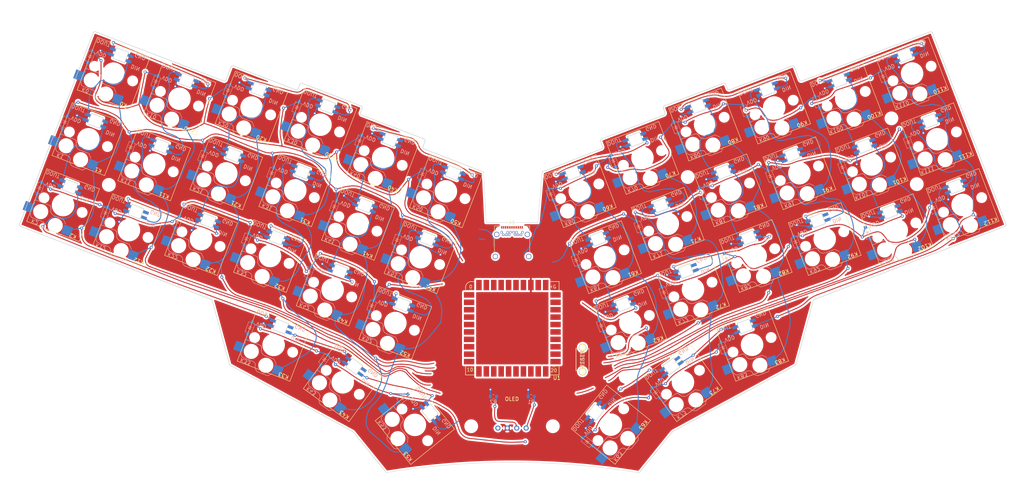
<source format=kicad_pcb>
(kicad_pcb (version 20211014) (generator pcbnew)
  (title_block (title "Rich Keyboard") (date "2018-11-17") (rev "1.0") (company "rvnash"))
  (layers (0 "F.Cu" signal) (31 "B.Cu" signal) (34 "B.Paste" user) (35 "F.Paste" user) (36 "B.SilkS" user "B.Silkscreen") (37 "F.SilkS" user "F.Silkscreen") (38 "B.Mask" user) (39 "F.Mask" user) (44 "Edge.Cuts" user))
  (net 0 "")
  (net 1 "row0")
  (net 2 "SDA")
  (net 3 "row1")
  (net 4 "SCL")
  (net 5 "row2")
  (net 6 "reset")
  (net 7 "col6")
  (net 9 "GND")
  (net 10 "VCC")
  (net 11 "col0")
  (net 12 "col1")
  (net 13 "col2")
  (net 14 "col3")
  (net 15 "col4")
  (net 16 "col5")
  (net 17 "LED")
  (net 20 "Net-(J1-PadA6)")
  (net 21 "Net-(J1-PadA7)")
  (net 22 "Net-(K60-Pad5)")
  (net 23 "Net-(K61-Pad2)")
  (net 24 "Net-(K20-Pad5)")
  (net 26 "Net-(K60-Pad2)")
  (net 27 "Net-(K63-Pad2)")
  (net 29 "Net-(K30-Pad5)")
  (net 30 "Net-(K31-Pad5)")
  (net 31 "Net-(K32-Pad5)")
  (net 32 "row3")
  (net 39 "Net-(K1-Pad2)")
  (net 40 "Net-(K2-Pad2)")
  (net 44 "Net-(K20-Pad2)")
  (net 45 "Net-(K21-Pad2)")
  (net 46 "Net-(K41-Pad2)")
  (net 47 "Net-(K43-Pad2)")
  (net 49 "Net-(K52-Pad5)")
  (net 50 "col7")
  (net 51 "Net-(K70-Pad5)")
  (net 52 "Net-(K71-Pad5)")
  (net 53 "Net-(K80-Pad2)")
  (net 54 "col8")
  (net 55 "Net-(K80-Pad5)")
  (net 56 "Net-(K81-Pad2)")
  (net 58 "col9")
  (net 59 "Net-(K90-Pad5)")
  (net 60 "Net-(K91-Pad5)")
  (net 61 "Net-(K100-Pad2)")
  (net 62 "col10")
  (net 63 "Net-(K100-Pad5)")
  (net 64 "Net-(K101-Pad2)")
  (net 65 "col11")
  (net 66 "Net-(K110-Pad5)")
  (net 67 "Net-(K111-Pad5)")
  (net 71 "unconnected-(J1-PadS1)")
  (net 74 "Net-(K73-Pad2)")
  (net 75 "Net-(K72-Pad5)")
  (net 76 "Net-(K102-Pad2)")
  (net 77 "Net-(K0-Pad5)")
  (net 78 "Net-(K0-Pad2)")
  (net 79 "Net-(K10-Pad5)")
  (net 80 "Net-(K11-Pad5)")
  (net 81 "Net-(K12-Pad5)")
  (net 82 "Net-(K33-Pad2)")
  (net 83 "Net-(K40-Pad5)")
  (net 84 "Net-(K40-Pad2)")
  (net 85 "Net-(K50-Pad5)")
  (net 86 "Net-(K51-Pad5)")
  (net 87 "Net-(K112-Pad5)")
  (footprint "nashlib:key_diode_led" (layer "F.Cu") (at 255.096 59.7973 -159)
    (fp_text reference "K111")
    (fp_text value "key-diode-led" hide)
    (fp_line (start 1.7 3.85) (end 1.7 6.85) (layer "Edge.Cuts") (width 0.15))
    (fp_line (start -1.7 3.85) (end 1.7 3.85) (layer "Edge.Cuts") (width 0.15))
    (fp_line (start -1.7 3.85) (end -1.7 6.85) (layer "Edge.Cuts") (width 0.15))
    (fp_line (start -1.7 6.85) (end 1.7 6.85) (layer "Edge.Cuts") (width 0.15))
  )
  (footprint "nashlib:key_diode_led" (layer "F.Cu") (at 206.132 91.2984 -159)
    (fp_text reference "K82")
    (fp_text value "key-diode-led" hide)
    (fp_line (start -1.7 6.85) (end 1.7 6.85) (layer "Edge.Cuts") (width 0.15))
    (fp_line (start -1.7 3.85) (end -1.7 6.85) (layer "Edge.Cuts") (width 0.15))
    (fp_line (start -1.7 3.85) (end 1.7 3.85) (layer "Edge.Cuts") (width 0.15))
    (fp_line (start 1.7 3.85) (end 1.7 6.85) (layer "Edge.Cuts") (width 0.15))
  )
  (footprint "nashlib:key_diode_led" (layer "F.Cu") (at 165.5421 91.617 -159)
    (fp_text reference "K61")
    (fp_text value "key-diode-led" hide)
    (fp_line (start -1.7 3.85) (end -1.7 6.85) (layer "Edge.Cuts") (width 0.15))
    (fp_line (start -1.7 6.85) (end 1.7 6.85) (layer "Edge.Cuts") (width 0.15))
    (fp_line (start -1.7 3.85) (end 1.7 3.85) (layer "Edge.Cuts") (width 0.15))
    (fp_line (start 1.7 3.85) (end 1.7 6.85) (layer "Edge.Cuts") (width 0.15))
  )
  (footprint "nashlib:key_diode_led" (layer "F.Cu") (at 186.535 125.3535 -144)
    (fp_text reference "K73")
    (fp_text value "key-diode-led" hide)
    (fp_line (start -1.7 3.85) (end 1.7 3.85) (layer "Edge.Cuts") (width 0.15))
    (fp_line (start -1.7 3.85) (end -1.7 6.85) (layer "Edge.Cuts") (width 0.15))
    (fp_line (start -1.7 6.85) (end 1.7 6.85) (layer "Edge.Cuts") (width 0.15))
    (fp_line (start 1.7 3.85) (end 1.7 6.85) (layer "Edge.Cuts") (width 0.15))
  )
  (footprint "nashlib:key_diode_led" (layer "F.Cu") (at 26.2664 59.8002 159)
    (fp_text reference "K1")
    (fp_text value "key-diode-led" hide)
    (fp_line (start -1.7 3.85) (end 1.7 3.85) (layer "Edge.Cuts") (width 0.15))
    (fp_line (start -1.7 3.85) (end -1.7 6.85) (layer "Edge.Cuts") (width 0.15))
    (fp_line (start 1.7 3.85) (end 1.7 6.85) (layer "Edge.Cuts") (width 0.15))
    (fp_line (start -1.7 6.85) (end 1.7 6.85) (layer "Edge.Cuts") (width 0.15))
  )
  (footprint "OLED_Display:OLED_I2C_SSD1306" (layer "F.Cu") (at 140.43 127.81 180)
    (fp_text reference "J2" hide)
    (fp_text value "OLED")
  )
  (footprint "nashlib:key_diode_led" (layer "F.Cu") (at 70.2374 51.2438 159)
    (fp_text reference "K20")
    (fp_text value "key-diode-led" hide)
    (fp_line (start 1.7 3.85) (end 1.7 6.85) (layer "Edge.Cuts") (width 0.15))
    (fp_line (start -1.7 3.85) (end -1.7 6.85) (layer "Edge.Cuts") (width 0.15))
    (fp_line (start -1.7 3.85) (end 1.7 3.85) (layer "Edge.Cuts") (width 0.15))
    (fp_line (start -1.7 6.85) (end 1.7 6.85) (layer "Edge.Cuts") (width 0.15))
  )
  (footprint "nashlib:key_diode_led" (layer "F.Cu") (at 108.9824 109.3641 159)
    (fp_text reference "K52")
    (fp_text value "key-diode-led" hide)
    (fp_line (start 1.7 3.85) (end 1.7 6.85) (layer "Edge.Cuts") (width 0.15))
    (fp_line (start -1.7 3.85) (end -1.7 6.85) (layer "Edge.Cuts") (width 0.15))
    (fp_line (start -1.7 3.85) (end 1.7 3.85) (layer "Edge.Cuts") (width 0.15))
    (fp_line (start -1.7 6.85) (end 1.7 6.85) (layer "Edge.Cuts") (width 0.15))
  )
  (footprint "nashlib:key_diode_led" (layer "F.Cu") (at 94.8049 125.3767 144)
    (fp_text reference "K43")
    (fp_text value "key-diode-led" hide)
    (fp_line (start -1.7 3.85) (end -1.7 6.85) (layer "Edge.Cuts") (width 0.15))
    (fp_line (start -1.7 3.85) (end 1.7 3.85) (layer "Edge.Cuts") (width 0.15))
    (fp_line (start -1.7 6.85) (end 1.7 6.85) (layer "Edge.Cuts") (width 0.15))
    (fp_line (start 1.7 3.85) (end 1.7 6.85) (layer "Edge.Cuts") (width 0.15))
  )
  (footprint "nashlib:key_diode_led" (layer "F.Cu") (at 224.7277 86.7121 -159)
    (fp_text reference "K92")
    (fp_text value "key-diode-led" hide)
    (fp_line (start -1.7 6.85) (end 1.7 6.85) (layer "Edge.Cuts") (width 0.15))
    (fp_line (start -1.7 3.85) (end 1.7 3.85) (layer "Edge.Cuts") (width 0.15))
    (fp_line (start 1.7 3.85) (end 1.7 6.85) (layer "Edge.Cuts") (width 0.15))
    (fp_line (start -1.7 3.85) (end -1.7 6.85) (layer "Edge.Cuts") (width 0.15))
  )
  (footprint "nashlib:key_diode_led" (layer "F.Cu") (at 37.1874 84.3166 159)
    (fp_text reference "K12")
    (fp_text value "key-diode-led" hide)
    (fp_line (start -1.7 6.85) (end 1.7 6.85) (layer "Edge.Cuts") (width 0.15))
    (fp_line (start 1.7 3.85) (end 1.7 6.85) (layer "Edge.Cuts") (width 0.15))
    (fp_line (start -1.7 3.85) (end 1.7 3.85) (layer "Edge.Cuts") (width 0.15))
    (fp_line (start -1.7 3.85) (end -1.7 6.85) (layer "Edge.Cuts") (width 0.15))
  )
  (footprint "Connector_USB:USB_C_Receptacle_Amphenol_12401548E4-2A_CircularHoles" (layer "F.Cu") (at 140.45 88.56)
    (fp_text reference "J1")
    (fp_text value "USB_C_Receptacle")
  )
  (footprint "nashlib:key_diode_led" (layer "F.Cu") (at 217.9101 68.9695 -159)
    (fp_text reference "K91")
    (fp_text value "key-diode-led" hide)
    (fp_line (start 1.7 3.85) (end 1.7 6.85) (layer "Edge.Cuts") (width 0.15))
    (fp_line (start -1.7 6.85) (end 1.7 6.85) (layer "Edge.Cuts") (width 0.15))
    (fp_line (start -1.7 3.85) (end -1.7 6.85) (layer "Edge.Cuts") (width 0.15))
    (fp_line (start -1.7 3.85) (end 1.7 3.85) (layer "Edge.Cuts") (width 0.15))
  )
  (footprint "nashlib:key_diode_led" (layer "F.Cu") (at 175.6161 64.8368 -159)
    (fp_text reference "K70")
    (fp_text value "key-diode-led" hide)
    (fp_line (start -1.7 6.85) (end 1.7 6.85) (layer "Edge.Cuts") (width 0.15))
    (fp_line (start -1.7 3.85) (end 1.7 3.85) (layer "Edge.Cuts") (width 0.15))
    (fp_line (start -1.7 3.85) (end -1.7 6.85) (layer "Edge.Cuts") (width 0.15))
    (fp_line (start 1.7 3.85) (end 1.7 6.85) (layer "Edge.Cuts") (width 0.15))
  )
  (footprint "nashlib:key_diode_led" (layer "F.Cu") (at 63.4202 69.0106 159)
    (fp_text reference "K21")
    (fp_text value "key-diode-led" hide)
    (fp_line (start -1.7 3.85) (end 1.7 3.85) (layer "Edge.Cuts") (width 0.15))
    (fp_line (start -1.7 3.85) (end -1.7 6.85) (layer "Edge.Cuts") (width 0.15))
    (fp_line (start -1.7 6.85) (end 1.7 6.85) (layer "Edge.Cuts") (width 0.15))
    (fp_line (start 1.7 3.85) (end 1.7 6.85) (layer "Edge.Cuts") (width 0.15))
  )
  (footprint "nashlib:key_diode_led" (layer "F.Cu") (at 98.8962 82.6286 159)
    (fp_text reference "K41")
    (fp_text value "key-diode-led" hide)
    (fp_line (start -1.7 6.85) (end 1.7 6.85) (layer "Edge.Cuts") (width 0.15))
    (fp_line (start 1.7 3.85) (end 1.7 6.85) (layer "Edge.Cuts") (width 0.15))
    (fp_line (start -1.7 3.85) (end -1.7 6.85) (layer "Edge.Cuts") (width 0.15))
    (fp_line (start -1.7 3.85) (end 1.7 3.85) (layer "Edge.Cuts") (width 0.15))
  )
  (footprint "nashlib:key_diode_led" (layer "F.Cu") (at 105.7134 64.8618 159)
    (fp_text reference "K40")
    (fp_text value "key-diode-led" hide)
    (fp_line (start 1.7 3.85) (end 1.7 6.85) (layer "Edge.Cuts") (width 0.15))
    (fp_line (start -1.7 3.85) (end 1.7 3.85) (layer "Edge.Cuts") (width 0.15))
    (fp_line (start -1.7 3.85) (end -1.7 6.85) (layer "Edge.Cuts") (width 0.15))
    (fp_line (start -1.7 6.85) (end 1.7 6.85) (layer "Edge.Cuts") (width 0.15))
  )
  (footprint "nashlib:key_diode_led" (layer "F.Cu") (at 88.8183 55.8643 159)
    (fp_text reference "K30")
    (fp_text value "key-diode-led" hide)
    (fp_line (start -1.7 3.85) (end -1.7 6.85) (layer "Edge.Cuts") (width 0.15))
    (fp_line (start -1.7 3.85) (end 1.7 3.85) (layer "Edge.Cuts") (width 0.15))
    (fp_line (start 1.7 3.85) (end 1.7 6.85) (layer "Edge.Cuts") (width 0.15))
    (fp_line (start -1.7 6.85) (end 1.7 6.85) (layer "Edge.Cuts") (width 0.15))
  )
  (footprint "nashlib:key_diode_led" (layer "F.Cu") (at 75.2086 91.3116 159)
    (fp_text reference "K32")
    (fp_text value "key-diode-led" hide)
    (fp_line (start -1.7 6.85) (end 1.7 6.85) (layer "Edge.Cuts") (width 0.15))
    (fp_line (start 1.7 3.85) (end 1.7 6.85) (layer "Edge.Cuts") (width 0.15))
    (fp_line (start -1.7 3.85) (end 1.7 3.85) (layer "Edge.Cuts") (width 0.15))
    (fp_line (start -1.7 3.85) (end -1.7 6.85) (layer "Edge.Cuts") (width 0.15))
  )
  (footprint "kbd:ResetSW" (layer "F.Cu") (at 159.44 119.2 90)
    (fp_text reference "RSW1" hide)
    (fp_text value "RESET")
  )
  (footprint "nashlib:key_diode_led" (layer "F.Cu") (at 50.7971 48.8693 159)
    (fp_text reference "K10")
    (fp_text value "key-diode-led" hide)
    (fp_line (start -1.7 6.85) (end 1.7 6.85) (layer "Edge.Cuts") (width 0.15))
    (fp_line (start -1.7 3.85) (end -1.7 6.85) (layer "Edge.Cuts") (width 0.15))
    (fp_line (start -1.7 3.85) (end 1.7 3.85) (layer "Edge.Cuts") (width 0.15))
    (fp_line (start 1.7 3.85) (end 1.7 6.85) (layer "Edge.Cuts") (width 0.15))
  )
  (footprint "nashlib:key_diode_led" (layer "F.Cu") (at 56.6112 86.7486 159)
    (fp_text reference "K22")
    (fp_text value "key-diode-led" hide)
    (fp_line (start 1.7 3.85) (end 1.7 6.85) (layer "Edge.Cuts") (width 0.15))
    (fp_line (start -1.7 6.85) (end 1.7 6.85) (layer "Edge.Cuts") (width 0.15))
    (fp_line (start -1.7 3.85) (end -1.7 6.85) (layer "Edge.Cuts") (width 0.15))
    (fp_line (start -1.7 3.85) (end 1.7 3.85) (layer "Edge.Cuts") (width 0.15))
  )
  (footprint "nashlib:key_diode_led" (layer "F.Cu") (at 199.3371 73.5754 -159)
    (fp_text reference "K81")
    (fp_text value "key-diode-led" hide)
    (fp_line (start 1.7 3.85) (end 1.7 6.85) (layer "Edge.Cuts") (width 0.15))
    (fp_line (start -1.7 3.85) (end -1.7 6.85) (layer "Edge.Cuts") (width 0.15))
    (fp_line (start -1.7 6.85) (end 1.7 6.85) (layer "Edge.Cuts") (width 0.15))
    (fp_line (start -1.7 3.85) (end 1.7 3.85) (layer "Edge.Cuts") (width 0.15))
  )
  (footprint "nashlib:key_diode_led" (layer "F.Cu") (at 248.2808 42.0571 -159)
    (fp_text reference "K110")
    (fp_text value "key-diode-led" hide)
    (fp_line (start -1.7 3.85) (end 1.7 3.85) (layer "Edge.Cuts") (width 0.15))
    (fp_line (start -1.7 3.85) (end -1.7 6.85) (layer "Edge.Cuts") (width 0.15))
    (fp_line (start 1.7 3.85) (end 1.7 6.85) (layer "Edge.Cuts") (width 0.15))
    (fp_line (start -1.7 6.85) (end 1.7 6.85) (layer "Edge.Cuts") (width 0.15))
  )
  (footprint "nashlib:key_diode_led" (layer "F.Cu") (at 114.2332 136.8513 129)
    (fp_text reference "K53")
    (fp_text value "key-diode-led" hide)
    (fp_line (start -1.7 3.85) (end 1.7 3.85) (layer "Edge.Cuts") (width 0.15))
    (fp_line (start -1.7 3.85) (end -1.7 6.85) (layer "Edge.Cuts") (width 0.15))
    (fp_line (start 1.7 3.85) (end 1.7 6.85) (layer "Edge.Cuts") (width 0.15))
    (fp_line (start -1.7 6.85) (end 1.7 6.85) (layer "Edge.Cuts") (width 0.15))
  )
  (footprint "nashlib:key_diode_led" (layer "F.Cu") (at 92.0872 100.3666 159)
    (fp_text reference "K42")
    (fp_text value "key-diode-led" hide)
    (fp_line (start -1.7 3.85) (end 1.7 3.85) (layer "Edge.Cuts") (width 0.15))
    (fp_line (start -1.7 3.85) (end -1.7 6.85) (layer "Edge.Cuts") (width 0.15))
    (fp_line (start 1.7 3.85) (end 1.7 6.85) (layer "Edge.Cuts") (width 0.15))
    (fp_line (start -1.7 6.85) (end 1.7 6.85) (layer "Edge.Cuts") (width 0.15))
  )
  (footprint "RP2040_Stamp:RP2040_Stamp_SMD" (layer "F.Cu") (at 140.52 110.76)
    (fp_text reference "U1")
    (fp_text value "RP2040_Stamp")
  )
  (footprint "" (layer "F.Cu") (at 110.23 124.08)
    (fp_text reference "")
    (fp_text value "")
  )
  (footprint "nashlib:key_diode_led" (layer "F.Cu") (at 115.7914 91.626 159)
    (fp_text reference "K51")
    (fp_text value "key-diode-led" hide)
    (fp_line (start -1.7 3.85) (end 1.7 3.85) (layer "Edge.Cuts") (width 0.15))
    (fp_line (start -1.7 6.85) (end 1.7 6.85) (layer "Edge.Cuts") (width 0.15))
    (fp_line (start 1.7 3.85) (end 1.7 6.85) (layer "Edge.Cuts") (width 0.15))
    (fp_line (start -1.7 3.85) (end -1.7 6.85) (layer "Edge.Cuts") (width 0.15))
  )
  (footprint "nashlib:key_diode_led" (layer "F.Cu") (at 189.23 100.33 -159)
    (fp_text reference "K72")
    (fp_text value "key-diode-led" hide)
    (fp_line (start 1.7 3.85) (end 1.7 6.85) (layer "Edge.Cuts") (width 0.15))
    (fp_line (start -1.7 3.85) (end -1.7 6.85) (layer "Edge.Cuts") (width 0.15))
    (fp_line (start -1.7 3.85) (end 1.7 3.85) (layer "Edge.Cuts") (width 0.15))
    (fp_line (start -1.7 6.85) (end 1.7 6.85) (layer "Edge.Cuts") (width 0.15))
  )
  (footprint "nashlib:key_diode_led" (layer "F.Cu") (at 230.5319 48.8697 -159)
    (fp_text reference "K100")
    (fp_text value "key-diode-led" hide)
    (fp_line (start -1.7 6.85) (end 1.7 6.85) (layer "Edge.Cuts") (width 0.15))
    (fp_line (start -1.7 3.85) (end -1.7 6.85) (layer "Edge.Cuts") (width 0.15))
    (fp_line (start 1.7 3.85) (end 1.7 6.85) (layer "Edge.Cuts") (width 0.15))
    (fp_line (start -1.7 3.85) (end 1.7 3.85) (layer "Edge.Cuts") (width 0.15))
  )
  (footprint "nashlib:key_diode_led" (layer "F.Cu") (at 182.4382 82.6083 -159)
    (fp_text reference "K71")
    (fp_text value "key-diode-led" hide)
    (fp_line (start -1.7 6.85) (end 1.7 6.85) (layer "Edge.Cuts") (width 0.15))
    (fp_line (start -1.7 3.85) (end -1.7 6.85) (layer "Edge.Cuts") (width 0.15))
    (fp_line (start -1.7 3.85) (end 1.7 3.85) (layer "Edge.Cuts") (width 0.15))
    (fp_line (start 1.7 3.85) (end 1.7 6.85) (layer "Edge.Cuts") (width 0.15))
  )
  (footprint "nashlib:key_diode_led" (layer "F.Cu") (at 33.0509 42.0891 159)
    (fp_text reference "K0")
    (fp_text value "key-diode-led" hide)
    (fp_line (start -1.7 6.85) (end 1.7 6.85) (layer "Edge.Cuts") (width 0.15))
    (fp_line (start -1.7 3.85) (end 1.7 3.85) (layer "Edge.Cuts") (width 0.15))
    (fp_line (start 1.7 3.85) (end 1.7 6.85) (layer "Edge.Cuts") (width 0.15))
    (fp_line (start -1.7 3.85) (end -1.7 6.85) (layer "Edge.Cuts") (width 0.15))
  )
  (footprint "nashlib:key_diode_led" (layer "F.Cu") (at 205.1547 115.2546 -159)
    (fp_text reference "K83")
    (fp_text value "key-diode-led" hide)
    (fp_line (start -1.7 3.85) (end -1.7 6.85) (layer "Edge.Cuts") (width 0.15))
    (fp_line (start -1.7 6.85) (end 1.7 6.85) (layer "Edge.Cuts") (width 0.15))
    (fp_line (start -1.7 3.85) (end 1.7 3.85) (layer "Edge.Cuts") (width 0.15))
    (fp_line (start 1.7 3.85) (end 1.7 6.85) (layer "Edge.Cuts") (width 0.15))
  )
  (footprint "" (layer "F.Cu") (at 93.53 70.16)
    (fp_text reference "")
    (fp_text value "")
  )
  (footprint "nashlib:key_diode_led" (layer "F.Cu") (at 19.4329 77.5652 159)
    (fp_text reference "K2")
    (fp_text value "key-diode-led" hide)
    (fp_line (start -1.7 3.85) (end 1.7 3.85) (layer "Edge.Cuts") (width 0.15))
    (fp_line (start -1.7 3.85) (end -1.7 6.85) (layer "Edge.Cuts") (width 0.15))
    (fp_line (start -1.7 6.85) (end 1.7 6.85) (layer "Edge.Cuts") (width 0.15))
    (fp_line (start 1.7 3.85) (end 1.7 6.85) (layer "Edge.Cuts") (width 0.15))
  )
  (footprint "nashlib:key_diode_led" (layer "F.Cu") (at 43.9881 66.6073 159)
    (fp_text reference "K11")
    (fp_text value "key-diode-led" hide)
    (fp_line (start -1.7 3.85) (end -1.7 6.85) (layer "Edge.Cuts") (width 0.15))
    (fp_line (start 1.7 3.85) (end 1.7 6.85) (layer "Edge.Cuts") (width 0.15))
    (fp_line (start -1.7 3.85) (end 1.7 3.85) (layer "Edge.Cuts") (width 0.15))
    (fp_line (start -1.7 6.85) (end 1.7 6.85) (layer "Edge.Cuts") (width 0.15))
  )
  (footprint "nashlib:key_diode_led" (layer "F.Cu") (at 76.1852 115.2836 159)
    (fp_text reference "K33")
    (fp_text value "key-diode-led" hide)
    (fp_line (start -1.7 6.85) (end 1.7 6.85) (layer "Edge.Cuts") (width 0.15))
    (fp_line (start -1.7 3.85) (end -1.7 6.85) (layer "Edge.Cuts") (width 0.15))
    (fp_line (start -1.7 3.85) (end 1.7 3.85) (layer "Edge.Cuts") (width 0.15))
    (fp_line (start 1.7 3.85) (end 1.7 6.85) (layer "Edge.Cuts") (width 0.15))
  )
  (footprint "nashlib:key_diode_led" (layer "F.Cu") (at 82.0175 73.5736 159)
    (fp_text reference "K31")
    (fp_text value "key-diode-led" hide)
    (fp_line (start -1.7 6.85) (end 1.7 6.85) (layer "Edge.Cuts") (width 0.15))
    (fp_line (start 1.7 3.85) (end 1.7 6.85) (layer "Edge.Cuts") (width 0.15))
    (fp_line (start -1.7 3.85) (end -1.7 6.85) (layer "Edge.Cuts") (width 0.15))
    (fp_line (start -1.7 3.85) (end 1.7 3.85) (layer "Edge.Cuts") (width 0.15))
  )
  (footprint "nashlib:key_diode_led" (layer "F.Cu") (at 167.1034 136.7925 -129)
    (fp_text reference "K63")
    (fp_text value "key-diode-led" hide)
    (fp_line (start -1.7 3.85) (end 1.7 3.85) (layer "Edge.Cuts") (width 0.15))
    (fp_line (start -1.7 3.85) (end -1.7 6.85) (layer "Edge.Cuts") (width 0.15))
    (fp_line (start 1.7 3.85) (end 1.7 6.85) (layer "Edge.Cuts") (width 0.15))
    (fp_line (start -1.7 6.85) (end 1.7 6.85) (layer "Edge.Cuts") (width 0.15))
  )
  (footprint "nashlib:key_diode_led" (layer "F.Cu") (at 244.164 84.3359 -159)
    (fp_text reference "K102")
    (fp_text value "key-diode-led" hide)
    (fp_line (start -1.7 3.85) (end -1.7 6.85) (layer "Edge.Cuts") (width 0.15))
    (fp_line (start 1.7 3.85) (end 1.7 6.85) (layer "Edge.Cuts") (width 0.15))
    (fp_line (start -1.7 3.85) (end 1.7 3.85) (layer "Edge.Cuts") (width 0.15))
    (fp_line (start -1.7 6.85) (end 1.7 6.85) (layer "Edge.Cuts") (width 0.15))
  )
  (footprint "nashlib:key_diode_led" (layer "F.Cu") (at 192.5017 55.8363 -159)
    (fp_text reference "K80")
    (fp_text value "key-diode-led" hide)
    (fp_line (start -1.7 3.85) (end -1.7 6.85) (layer "Edge.Cuts") (width 0.15))
    (fp_line (start 1.7 3.85) (end 1.7 6.85) (layer "Edge.Cuts") (width 0.15))
    (fp_line (start -1.7 3.85) (end 1.7 3.85) (layer "Edge.Cuts") (width 0.15))
    (fp_line (start -1.7 6.85) (end 1.7 6.85) (layer "Edge.Cuts") (width 0.15))
  )
  (footprint "nashlib:key_diode_led" (layer "F.Cu") (at 172.3378 109.3087 -159)
    (fp_text reference "K62")
    (fp_text value "key-diode-led" hide)
    (fp_line (start -1.7 6.85) (end 1.7 6.85) (layer "Edge.Cuts") (width 0.15))
    (fp_line (start -1.7 3.85) (end 1.7 3.85) (layer "Edge.Cuts") (width 0.15))
    (fp_line (start 1.7 3.85) (end 1.7 6.85) (layer "Edge.Cuts") (width 0.15))
    (fp_line (start -1.7 3.85) (end -1.7 6.85) (layer "Edge.Cuts") (width 0.15))
  )
  (footprint "nashlib:key_diode_led" (layer "F.Cu") (at 158.7185 73.8247 -159)
    (fp_text reference "K60")
    (fp_text value "key-diode-led" hide)
    (fp_line (start -1.7 6.85) (end 1.7 6.85) (layer "Edge.Cuts") (width 0.15))
    (fp_line (start 1.7 3.85) (end 1.7 6.85) (layer "Edge.Cuts") (width 0.15))
    (fp_line (start -1.7 3.85) (end 1.7 3.85) (layer "Edge.Cuts") (width 0.15))
    (fp_line (start -1.7 3.85) (end -1.7 6.85) (layer "Edge.Cuts") (width 0.15))
  )
  (footprint "nashlib:key_diode_led" (layer "F.Cu") (at 237.3623 66.5952 -159)
    (fp_text reference "K101")
    (fp_text value "key-diode-led" hide)
    (fp_line (start -1.7 3.85) (end -1.7 6.85) (layer "Edge.Cuts") (width 0.15))
    (fp_line (start -1.7 6.85) (end 1.7 6.85) (layer "Edge.Cuts") (width 0.15))
    (fp_line (start 1.7 3.85) (end 1.7 6.85) (layer "Edge.Cuts") (width 0.15))
    (fp_line (start -1.7 3.85) (end 1.7 3.85) (layer "Edge.Cuts") (width 0.15))
  )
  (footprint "nashlib:key_diode_led" (layer "F.Cu") (at 261.9016 77.5148 -159)
    (fp_text reference "K112")
    (fp_text value "key-diode-led" hide)
    (fp_line (start -1.7 3.85) (end 1.7 3.85) (layer "Edge.Cuts") (width 0.15))
    (fp_line (start -1.7 3.85) (end -1.7 6.85) (layer "Edge.Cuts") (width 0.15))
    (fp_line (start 1.7 3.85) (end 1.7 6.85) (layer "Edge.Cuts") (width 0.15))
    (fp_line (start -1.7 6.85) (end 1.7 6.85) (layer "Edge.Cuts") (width 0.15))
  )
  (footprint "nashlib:key_diode_led" (layer "F.Cu") (at 122.6168 73.8546 159)
    (fp_text reference "K50")
    (fp_text value "key-diode-led" hide)
    (fp_line (start -1.7 6.85) (end 1.7 6.85) (layer "Edge.Cuts") (width 0.15))
    (fp_line (start 1.7 3.85) (end 1.7 6.85) (layer "Edge.Cuts") (width 0.15))
    (fp_line (start -1.7 3.85) (end -1.7 6.85) (layer "Edge.Cuts") (width 0.15))
    (fp_line (start -1.7 3.85) (end 1.7 3.85) (layer "Edge.Cuts") (width 0.15))
  )
  (footprint "" (layer "F.Cu") (at 31.78 72.08)
    (fp_text reference "")
    (fp_text value "")
  )
  (footprint "nashlib:key_diode_led" (layer "F.Cu") (at 211.1076 51.233 -159)
    (fp_text reference "K90")
    (fp_text value "key-diode-led" hide)
    (fp_line (start -1.7 3.85) (end -1.7 6.85) (layer "Edge.Cuts") (width 0.15))
    (fp_line (start 1.7 3.85) (end 1.7 6.85) (layer "Edge.Cuts") (width 0.15))
    (fp_line (start -1.7 6.85) (end 1.7 6.85) (layer "Edge.Cuts") (width 0.15))
    (fp_line (start -1.7 3.85) (end 1.7 3.85) (layer "Edge.Cuts") (width 0.15))
  )
  (footprint "" (layer "F.Cu") (at 38.61 54.33)
    (fp_text reference "")
    (fp_text value "")
  )
  (footprint "" (layer "B.Cu") (at 187.79 69.96 180)
    (fp_text reference "")
    (fp_text value "")
  )
  (footprint "" (layer "B.Cu") (at 249.54 71.88 180)
    (fp_text reference "")
    (fp_text value "")
  )
  (footprint "Resistor_SMD:R_0603_1608Metric" (layer "B.Cu") (at 135.44 129.2)
    (fp_text reference "R2")
    (fp_text value "R" hide)
  )
  (footprint "Resistor_SMD:R_0603_1608Metric" (layer "B.Cu") (at 145.615 129.2)
    (fp_text reference "R1")
    (fp_text value "R" hide)
  )
  (footprint "" (layer "B.Cu") (at 242.71 54.13 180)
    (fp_text reference "")
    (fp_text value "")
  )
  (footprint "" (layer "B.Cu") (at 171.09 123.88 180)
    (fp_text reference "")
    (fp_text value "")
  )
  (gr_line (start 59.360399 103.011488) (end 23.884343 89.39351) (layer "Edge.Cuts") (width 0.15))
  (gr_arc (start 215.933062 39.96552) (mid 216.31561 39.975544) (end 216.57904 40.253138) (layer "Edge.Cuts") (width 0.15))
  (gr_line (start 257.398701 89.3882) (end 273.269564 83.295947) (layer "Edge.Cuts") (width 0.15))
  (gr_line (start 237.240498 36.874303) (end 218.568891 44.041665) (layer "Edge.Cuts") (width 0.15))
  (gr_line (start 99.604846 52.584467) (end 100.052804 51.417491) (layer "Edge.Cuts") (width 0.15))
  (gr_arc (start 116.734557 62.373386) (mid 116.456966 62.109965) (end 116.446952 61.727408) (layer "Edge.Cuts") (width 0.15))
  (gr_line (start 97.667133 138.764068) (end 106.54 149.705) (layer "Edge.Cuts") (width 0.15))
  (gr_arc (start 59.360399 103.011488) (mid 59.525399 103.115586) (end 59.637983 103.274911) (layer "Edge.Cuts") (width 0.15))
  (gr_line (start 164.548479 62.36808) (end 148.563303 68.582752) (layer "Edge.Cuts") (width 0.15))
  (gr_line (start 181.390583 53.225136) (end 164.586139 59.675762) (layer "Edge.Cuts") (width 0.15))
  (gr_arc (start 82.800397 46.133843) (mid 82.536981 46.411452) (end 82.154422 46.421451) (layer "Edge.Cuts") (width 0.15))
  (gr_arc (start 27.525696 31.074956) (mid 27.789116 30.797331) (end 28.17167 30.787351) (layer "Edge.Cuts") (width 0.15))
  (gr_line (start 27.525696 31.074956) (end 7.725866 82.65527) (layer "Edge.Cuts") (width 0.15))
  (gr_line (start 116.446952 61.727408) (end 116.984506 60.327038) (layer "Edge.Cuts") (width 0.15))
  (gr_line (start 215.933062 39.96552) (end 199.128617 46.416149) (layer "Edge.Cuts") (width 0.15))
  (gr_arc (start 64.577252 120.813439) (mid 64.412247 120.709343) (end 64.299662 120.550015) (layer "Edge.Cuts") (width 0.15))
  (gr_line (start 174.727596 149.769317) (end 183.615905 138.758764) (layer "Edge.Cuts") (width 0.15))
  (gr_arc (start 181.230234 51.412184) (mid 181.24023 51.029611) (end 181.517838 50.76621) (layer "Edge.Cuts") (width 0.15))
  (gr_line (start 82.154422 46.421451) (end 65.34997 39.970828) (layer "Edge.Cuts") (width 0.15))
  (gr_arc (start 164.836084 61.722106) (mid 164.826053 62.104638) (end 164.548479 62.36808) (layer "Edge.Cuts") (width 0.15))
  (gr_arc (start 99.892448 53.230443) (mid 99.614828 52.96702) (end 99.604846 52.584467) (layer "Edge.Cuts") (width 0.15))
  (gr_arc (start 99.765199 50.771519) (mid 100.042793 51.034939) (end 100.052804 51.417491) (layer "Edge.Cuts") (width 0.15))
  (gr_line (start 198.482636 46.128539) (end 198.034675 44.961565) (layer "Edge.Cuts") (width 0.15))
  (gr_line (start 273.55717 82.649977) (end 253.757342 31.06966) (layer "Edge.Cuts") (width 0.15))
  (gr_line (start 257.398701 89.3882) (end 221.922641 103.006186) (layer "Edge.Cuts") (width 0.15))
  (gr_arc (start 97.102622 138.408487) (mid 97.393583 138.572456) (end 97.667133 138.764068) (layer "Edge.Cuts") (width 0.15))
  (gr_line (start 64.577252 120.813439) (end 97.102622 138.408487) (layer "Edge.Cuts") (width 0.15))
  (gr_line (start 147.41526 82.197347) (end 148.563303 68.582752) (layer "Edge.Cuts") (width 0.1))
  (gr_arc (start 181.67819 52.579163) (mid 181.668183 52.96172) (end 181.390583 53.225136) (layer "Edge.Cuts") (width 0.15))
  (gr_arc (start 273.55717 82.649977) (mid 273.547153 83.032535) (end 273.269564 83.295947) (layer "Edge.Cuts") (width 0.15))
  (gr_arc (start 218.568891 44.041665) (mid 218.186343 44.031641) (end 217.922917 43.754061) (layer "Edge.Cuts") (width 0.15))
  (gr_arc (start 83.248355 44.966868) (mid 83.511771 44.68927) (end 83.894328 44.679262) (layer "Edge.Cuts") (width 0.15))
  (gr_arc (start 63.360118 43.759358) (mid 63.096701 44.03697) (end 62.714146 44.046965) (layer "Edge.Cuts") (width 0.15))
  (gr_line (start 8.013472 83.301251) (end 23.884343 89.39351) (layer "Edge.Cuts") (width 0.15))
  (gr_line (start 197.388704 44.673959) (end 181.517838 50.76621) (layer "Edge.Cuts") (width 0.15))
  (gr_line (start 133.46474 82.202654) (end 147.41526 82.197347) (layer "Edge.Cuts") (width 0.1))
  (gr_line (start 184.180413 138.403192) (end 216.705786 120.80814) (layer "Edge.Cuts") (width 0.15))
  (gr_line (start 45.909698 37.596342) (end 28.17167 30.787351) (layer "Edge.Cuts") (width 0.15))
  (gr_arc (start 8.013472 83.301251) (mid 7.735893 83.037832) (end 7.725866 82.65527) (layer "Edge.Cuts") (width 0.15))
  (gr_line (start 217.922917 43.754061) (end 216.57904 40.253138) (layer "Edge.Cuts") (width 0.15))
  (gr_arc (start 64.703998 40.258438) (mid 64.967418 39.980823) (end 65.34997 39.970828) (layer "Edge.Cuts") (width 0.15))
  (gr_arc (start 116.696896 59.681065) (mid 116.974462 59.944483) (end 116.984506 60.327038) (layer "Edge.Cuts") (width 0.15))
  (gr_line (start 164.298534 60.321734) (end 164.836084 61.722106) (layer "Edge.Cuts") (width 0.15))
  (gr_line (start 83.248355 44.966868) (end 82.800397 46.133843) (layer "Edge.Cuts") (width 0.15))
  (gr_line (start 132.801655 68.640913) (end 133.46474 82.202654) (layer "Edge.Cuts") (width 0.1))
  (gr_line (start 64.703998 40.258438) (end 63.360118 43.759358) (layer "Edge.Cuts") (width 0.15))
  (gr_line (start 253.111364 30.782048) (end 237.240498 36.874303) (layer "Edge.Cuts") (width 0.15))
  (gr_arc (start 183.615905 138.758764) (mid 183.889457 138.567163) (end 184.180413 138.403192) (layer "Edge.Cuts") (width 0.15))
  (gr_line (start 62.714146 44.046965) (end 45.909698 37.596342) (layer "Edge.Cuts") (width 0.15))
  (gr_line (start 181.230234 51.412184) (end 181.67819 52.579163) (layer "Edge.Cuts") (width 0.15))
  (gr_arc (start 221.645052 103.269605) (mid 221.757644 103.110282) (end 221.922641 103.006186) (layer "Edge.Cuts") (width 0.15))
  (gr_arc (start 216.983372 120.544712) (mid 216.870788 120.704049) (end 216.705786 120.80814) (layer "Edge.Cuts") (width 0.15))
  (gr_arc (start 106.54 149.705001) (mid 140.636442 146.934139) (end 174.727596 149.769317) (layer "Edge.Cuts") (width 0.1))
  (gr_arc (start 253.111364 30.782048) (mid 253.493915 30.792076) (end 253.757342 31.06966) (layer "Edge.Cuts") (width 0.15))
  (gr_line (start 59.637983 103.274911) (end 64.299662 120.550015) (layer "Edge.Cuts") (width 0.15))
  (gr_line (start 216.983372 120.544712) (end 221.645052 103.269605) (layer "Edge.Cuts") (width 0.15))
  (gr_line (start 132.801655 68.640913) (end 116.734557 62.373386) (layer "Edge.Cuts") (width 0.15))
  (gr_arc (start 164.298534 60.321734) (mid 164.308562 59.93919) (end 164.586139 59.675762) (layer "Edge.Cuts") (width 0.15))
  (gr_arc (start 199.128617 46.416149) (mid 198.746064 46.406128) (end 198.482636 46.128539) (layer "Edge.Cuts") (width 0.15))
  (gr_line (start 116.696896 59.681065) (end 99.892448 53.230443) (layer "Edge.Cuts") (width 0.15))
  (gr_arc (start 197.388704 44.673959) (mid 197.771286 44.683946) (end 198.034675 44.961565) (layer "Edge.Cuts") (width 0.15))
  (gr_line (start 99.765199 50.771519) (end 83.894328 44.679262) (layer "Edge.Cuts") (width 0.15))
  (segment (start 227.053879 47.418879) (end 227.139372 47.280871) (width 0.25) (layer "F.Cu") (net 1))
  (segment (start 192.679367 52.618638) (end 195.474727 51.795853) (width 0.25) (layer "F.Cu") (net 1))
  (segment (start 167.155 67.95) (end 166.22 67.37) (width 0.25) (layer "F.Cu") (net 1))
  (segment (start 216.70811 52.311646) (end 218.25 51.3) (width 0.25) (layer "F.Cu") (net 1))
  (segment (start 213.85829 53.743017) (end 213.029297 54.137025) (width 0.25) (layer "F.Cu") (net 1))
  (segment (start 41.57 41.63) (end 39.874299 50.177917) (width 0.25) (layer "F.Cu") (net 1))
  (segment (start 203.57 51.94) (end 205.441236 51.41165) (width 0.25) (layer "F.Cu") (net 1))
  (segment (start 89.346226 64.975823) (end 88.876838 64.893363) (width 0.25) (layer "F.Cu") (net 1))
  (segment (start 55.795655 56.394344) (end 57.459329 55.506431) (width 0.25) (layer "F.Cu") (net 1))
  (segment (start 33.428454 51.228286) (end 30.56715 50.560188) (width 0.25) (layer "F.Cu") (net 1))
  (segment (start 57.455655 55.459344) (end 57.566966 55.498033) (width 0.25) (layer "F.Cu") (net 1))
  (segment (start 39.88643 50.318569) (end 39.939291 50.455708) (width 0.25) (layer "F.Cu") (net 1))
  (segment (start 76.278923 61.306493) (end 73.17893 60.89661) (width 0.25) (layer "F.Cu") (net 1))
  (segment (start 29.67 38.54) (end 29.67 39.65) (width 0.25) (layer "F.Cu") (net 1))
  (segment (start 59.210655 56.069344) (end 57.566966 55.498033) (width 0.25) (layer "F.Cu") (net 1))
  (segment (start 50.872613 57.373799) (end 52.135674 57.348675) (width 0.25) (layer "F.Cu") (net 1))
  (segment (start 187.485 54.88) (end 187.11 55.17) (width 0.25) (layer "F.Cu") (net 1))
  (segment (start 93.215 64.935) (end 93.14 63.22) (width 0.25) (layer "F.Cu") (net 1))
  (segment (start 58.460715 50.493506) (end 58.93 48.8) (width 0.25) (layer "F.Cu") (net 1))
  (segment (start 210.755 54.65) (end 210.690763 54.65) (width 0.25) (layer "F.Cu") (net 1))
  (segment (start 82.297985 62.610557) (end 81.086695 62.281648) (width 0.25) (layer "F.Cu") (net 1))
  (segment (start 171.958891 68.004099) (end 171.816833 68.041305) (width 0.25) (layer "F.Cu") (net 1))
  (segment (start 112.55 70.58) (end 112.59 71.21) (width 0.25) (layer "F.Cu") (net 1))
  (segment (start 176.60376 67.795998) (end 176.88 67.7) (width 0.25) (layer "F.Cu") (net 1))
  (segment (start 62.523883 57.454999) (end 63.541417 57.956237) (width 0.25) (layer "F.Cu") (net 1))
  (segment (start 29.692446 42.275203) (end 29.686442 41.869878) (width 0.25) (layer "F.Cu") (net 1))
  (segment (start 28.594546 46.821712) (end 28.276881 47.495257) (width 0.25) (layer "F.Cu") (net 1))
  (segment (start 206.784999 51.455) (end 206.790099 51.456802) (width 0.25) (layer "F.Cu") (net 1))
  (segment (start 112.55 70.58) (end 110.157528 73.638483) (width 0.25) (layer "F.Cu") (net 1))
  (segment (start 41.862246 54.035622) (end 42.029999 54.22) (width 0.25) (layer "F.Cu") (net 1))
  (segment (start 154.688862 72.397495) (end 153.52 73.01) (width 0.25) (layer "F.Cu") (net 1))
  (segment (start 125.312505 87.164167) (end 126.698227 89.504794) (width 0.25) (layer "F.Cu") (net 1))
  (segment (start 40.41643 51.693569) (end 39.939291 50.455708) (width 0.25) (layer "F.Cu") (net 1))
  (segment (start 196.86 50.875) (end 197.41 50.2) (width 0.25) (layer "F.Cu") (net 1))
  (segment (start 229.688633 45.913628) (end 231.686614 45.256455) (width 0.25) (layer "F.Cu") (net 1))
  (segment (start 235.27 43.945) (end 237.04 43.23) (width 0.25) (layer "F.Cu") (net 1))
  (segment (start 161.816839 69.063637) (end 159.247799 70.198532) (width 0.25) (layer "F.Cu") (net 1))
  (segment (start 180.5 59.21) (end 182.508641 62.471263) (width 0.25) (layer "F.Cu") (net 1))
  (segment (start 208.538027 53.469207) (end 208.82 53.795) (width 0.25) (layer "F.Cu") (net 1))
  (segment (start 78.87 51.36) (end 78.72 52.105) (width 0.25) (layer "F.Cu") (net 1))
  (segment (start 46.368444 56.621574) (end 44.688915 56.006886) (width 0.25) (layer "F.Cu") (net 1))
  (segment (start 163.17 66.98) (end 162.905 67.84) (width 0.25) (layer "F.Cu") (net 1))
  (segment (start 78.23 60.035) (end 78.313977 60.516369) (width 0.25) (layer "F.Cu") (net 1))
  (segment (start 121.235521 83.217302) (end 118.822987 82.207596) (width 0.25) (layer "F.Cu") (net 1))
  (segment (start 112.493288 72.456287) (end 111.642236 76.292772) (width 0.25) (layer "F.Cu") (net 1))
  (segment (start 114.65 80.539999) (end 113.724707 80.187507) (width 0.25) (layer "F.Cu") (net 1))
  (segment (start 225.522234 48.726684) (end 225.749034 48.612678) (width 0.25) (layer "F.Cu") (net 1))
  (segment (start 78.433528 61.309042) (end 78.43038 61.284589) (width 0.25) (layer "F.Cu") (net 1))
  (segment (start 79.306399 61.829425) (end 79.371201 61.844839) (width 0.25) (layer "F.Cu") (net 1))
  (segment (start 223.83 49.44) (end 223.7958 49.451793) (width 0.25) (layer "F.Cu") (net 1))
  (segment (start 57.410647 55.382048) (end 57.704999 53.779999) (width 0.25) (layer "F.Cu") (net 1))
  (segment (start 93.14 63.22) (end 91.995 64.23) (width 0.25) (layer "F.Cu") (net 1))
  (segment (start 189.434999 53.849999) (end 188.289054 54.388412) (width 0.25) (layer "F.Cu") (net 1))
  (segment (start 79.176148 61.801636) (end 78.837599 61.737619) (width 0.25) (layer "F.Cu") (net 1))
  (segment (start 179.630958 66.554233) (end 180.278571 66.237532) (width 0.25) (layer "F.Cu") (net 1))
  (segment (start 78.4678 53.603047) (end 78.030509 56.825192) (width 0.25) (layer "F.Cu") (net 1))
  (segment (start 77.767222 61.522533) (end 78.123611 61.596266) (width 0.25) (layer "F.Cu") (net 1))
  (segment (start 169.345 68.445) (end 169.187769 68.455649) (width 0.25) (layer "F.Cu") (net 1))
  (segment (start 221.24 50.15) (end 222.1 49.945) (width 0.25) (layer "F.Cu") (net 1))
  (segment (start 101.51 72.49) (end 101.09308 72.29958) (width 0.25) (layer "F.Cu") (net 1))
  (segment (start 94.992267 68.392253) (end 94.489675 67.877855) (width 0.25) (layer "F.Cu") (net 1))
  (segment (start 68.623585 59.904508) (end 67.876673 59.67557) (width 0.25) (layer "F.Cu") (net 1))
  (segment (start 105.744571 74.205978) (end 106.850435 74.599127) (width 0.25) (layer "F.Cu") (net 1))
  (segment (start 39.842771 50.409226) (end 37.76643 51.063568) (width 0.25) (layer "F.Cu") (net 1))
  (via (at 93.14 63.22) (size 0.8) (drill 0.4) (layers "F.Cu" "B.Cu") (net 1))
  (via (at 203.57 51.94) (size 0.8) (drill 0.4) (layers "F.Cu" "B.Cu") (net 1))
  (via (at 221.24 50.15) (size 0.8) (drill 0.4) (layers "F.Cu" "B.Cu") (net 1))
  (via (at 187.11 55.17) (size 0.8) (drill 0.4) (layers "F.Cu" "B.Cu") (net 1))
  (via (at 166.22 67.37) (size 0.8) (drill 0.4) (layers "F.Cu" "B.Cu") (net 1))
  (via (at 29.67 38.54) (size 0.8) (drill 0.4) (layers "F.Cu" "B.Cu") (net 1))
  (via (at 41.57 41.63) (size 0.8) (drill 0.4) (layers "F.Cu" "B.Cu") (net 1))
  (via (at 112.55 70.58) (size 0.8) (drill 0.4) (layers "F.Cu" "B.Cu") (net 1))
  (via (at 163.17 66.98) (size 0.8) (drill 0.4) (layers "F.Cu" "B.Cu") (net 1))
  (via (at 218.25 51.3) (size 0.8) (drill 0.4) (layers "F.Cu" "B.Cu") (net 1))
  (via (at 153.52 73.01) (size 0.8) (drill 0.4) (layers "F.Cu" "B.Cu") (net 1))
  (via (at 180.5 59.21) (size 0.8) (drill 0.4) (layers "F.Cu" "B.Cu") (net 1))
  (via (at 78.87 51.36) (size 0.8) (drill 0.4) (layers "F.Cu" "B.Cu") (net 1))
  (via (at 197.41 50.2) (size 0.8) (drill 0.4) (layers "F.Cu" "B.Cu") (net 1))
  (via (at 58.93 48.8) (size 0.8) (drill 0.4) (layers "F.Cu" "B.Cu") (net 1))
  (via (at 237.04 43.23) (size 0.8) (drill 0.4) (layers "F.Cu" "B.Cu") (net 1))
  (arc (start 55.795655 56.394344) (mid 54.022034 57.087695) (end 52.135674 57.348675) (width 0.25) (layer "F.Cu") (net 1))
  (arc (start 215.31 53.075) (mid 214.582072 53.404504) (end 213.85829 53.743017) (width 0.25) (layer "F.Cu") (net 1))
  (arc (start 57.455655 55.459344) (mid 57.418846 55.429025) (end 57.410647 55.382048) (width 0.25) (layer "F.Cu") (net 1))
  (arc (start 210.755 54.65) (mid 211.920715 54.520165) (end 213.029297 54.137025) (width 0.25) (layer "F.Cu") (net 1))
  (arc (start 81.086695 62.281648) (mid 80.230675 62.056461) (end 79.371201 61.844839) (width 0.25) (layer "F.Cu") (net 1))
  (arc (start 76.278923 61.306493) (mid 77.023758 61.40979) (end 77.767222 61.522533) (width 0.25) (layer "F.Cu") (net 1))
  (arc (start 105.744571 74.205978) (mid 103.608651 73.393972) (end 101.51 72.49) (width 0.25) (layer "F.Cu") (net 1))
  (arc (start 228.25388 46.39388) (mid 228.970628 46.151877) (end 229.688633 45.913628) (width 0.25) (layer "F.Cu") (net 1))
  (arc (start 62.523883 57.454999) (mid 60.888614 56.711134) (end 59.210655 56.069344) (width 0.25) (layer "F.Cu") (net 1))
  (arc (start 58.460715 50.493506) (mid 58.046446 52.12838) (end 57.704999 53.779999) (width 0.25) (layer "F.Cu") (net 1))
  (arc (start 29.405 44.605) (mid 29.049784 45.73164) (end 28.594546 46.821712) (width 0.25) (layer "F.Cu") (net 1))
  (arc (start 111.96 78.63) (mid 112.700993 79.568919) (end 113.724707 80.187507) (width 0.25) (layer "F.Cu") (net 1))
  (arc (start 57.459329 55.506431) (mid 57.512269 55.490975) (end 57.566966 55.498033) (width 0.25) (layer "F.Cu") (net 1))
  (arc (start 29.692446 42.275203) (mid 29.628978 43.450003) (end 29.405 44.605) (width 0.25) (layer "F.Cu") (net 1))
  (arc (start 171.958891 68.004099) (mid 173.123519 67.83912) (end 174.295 67.945) (width 0.25) (layer "F.Cu") (net 1))
  (arc (start 106.850435 74.599127) (mid 108.658975 74.652384) (end 110.157528 73.638483) (width 0.25) (layer "F.Cu") (net 1))
  (arc (start 63.541417 57.956237) (mid 65.674577 58.902811) (end 67.876673 59.67557) (width 0.25) (layer "F.Cu") (net 1))
  (arc (start 208.82 53.795) (mid 209.66232 54.42612) (end 210.690763 54.65) (width 0.25) (layer "F.Cu") (net 1))
  (arc (start 112.493288 72.456287) (mid 112.585602 71.836554) (end 112.59 71.21) (width 0.25) (layer "F.Cu") (net 1))
  (arc (start 78.837599 61.737619) (mid 78.480302 61.668471) (end 78.123611 61.596266) (width 0.25) (layer "F.Cu") (net 1))
  (arc (start 85.57 63.83) (mid 87.186882 64.475301) (end 88.876838 64.893363) (width 0.25) (layer "F.Cu") (net 1))
  (arc (start 78.313977 60.516369) (mid 78.376468 60.899829) (end 78.43038 61.284589) (width 0.25) (layer "F.Cu") (net 1))
  (arc (start 57.455655 55.459344) (mid 57.47289 55.481686) (end 57.459329 55.506431) (width 0.25) (layer "F.Cu") (net 1))
  (arc (start 50.872613 57.373799) (mid 48.585568 57.207018) (end 46.368444 56.621574) (width 0.25) (layer "F.Cu") (net 1))
  (arc (start 39.842771 50.409226) (mid 39.900234 50.413356) (end 39.939291 50.455708) (width 0.25) (layer "F.Cu") (net 1))
  (arc (start 94.489675 67.877855) (mid 93.580747 66.524064) (end 93.215 64.935) (width 0.25) (layer "F.Cu") (net 1))
  (arc (start 216.70811 52.311646) (mid 216.024502 52.721615) (end 215.31 53.075) (width 0.25) (layer "F.Cu") (net 1))
  (arc (start 123.575 84.845) (mid 124.50669 85.957431) (end 125.312505 87.164167) (width 0.25) (layer "F.Cu") (net 1))
  (arc (start 28.59 49.43) (mid 28.133591 48.511156) (end 28.276881 47.495257) (width 0.25) (layer "F.Cu") (net 1))
  (arc (start 111.96 78.63) (mid 111.592432 77.489758) (end 111.642236 76.292772) (width 0.25) (layer "F.Cu") (net 1))
  (arc (start 208.538027 53.469207) (mid 208.115892 52.91596) (end 207.765 52.315) (width 0.25) (layer "F.Cu") (net 1))
  (arc (start 78.23 60.035) (mid 77.97169 58.43995) (end 78.030509 56.825192) (width 0.25) (layer "F.Cu") (net 1))
  (arc (start 82.297985 62.610557) (mid 83.961937 63.145297) (end 85.57 63.83) (width 0.25) (layer "F.Cu") (net 1))
  (arc (start 187.485 54.88) (mid 187.873554 54.612169) (end 188.289054 54.388412) (width 0.25) (layer "F.Cu") (net 1))
  (arc (start 182.345 64.63) (mid 181.394991 65.540724) (end 180.278571 66.237532) (width 0.25) (layer "F.Cu") (net 1))
  (arc (start 223.83 49.44) (mid 224.688045 49.111639) (end 225.522234 48.726684) (width 0.25) (layer "F.Cu") (net 1))
  (arc (start 78.123611 61.596266) (mid 78.352554 61.532484) (end 78.433528 61.309042) (width 0.25) (layer "F.Cu") (net 1))
  (arc (start 228.25388 46.39388) (mid 227.619589 46.740579) (end 227.139372 47.280871) (width 0.25) (layer "F.Cu") (net 1))
  (arc (start 44.688915 56.006886) (mid 43.251335 55.27433) (end 42.029999 54.22) (width 0.25) (layer "F.Cu") (net 1))
  (arc (start 39.88643 50.318569) (mid 39.870387 50.249103) (end 39.874299 50.177917) (width 0.25) (layer "F.Cu") (net 1))
  (arc (start 167.155 67.95) (mid 168.131695 68.36238) (end 169.187769 68.455649) (width 0.25) (layer "F.Cu") (net 1))
  (arc (start 223.7958 49.451793) (mid 222.953946 49.719185) (end 222.1 49.945) (width 0.25) (layer "F.Cu") (net 1))
  (arc (start 206.790099 51.456802) (mid 207.360548 51.791615) (end 207.765 52.315) (width 0.25) (layer "F.Cu") (net 1))
  (arc (start 162.905 67.84) (mid 162.49387 68.570049) (end 161.816839 69.063637) (width 0.25) (layer "F.Cu") (net 1))
  (arc (start 227.053879 47.418879) (mid 226.484112 48.106122) (end 225.749034 48.612678) (width 0.25) (layer "F.Cu") (net 1))
  (arc (start 118.822987 82.207596) (mid 116.743246 81.356899) (end 114.65 80.539999) (width 0.25) (layer "F.Cu") (net 1))
  (arc (start 29.686442 41.869878) (mid 29.67411 40.759969) (end 29.67 39.65) (width 0.25) (layer "F.Cu") (net 1))
  (arc (start 94.992267 68.392253) (mid 96.345911 69.602621) (end 97.85 70.62) (width 0.25) (layer "F.Cu") (net 1))
  (arc (start 79.176148 61.801636) (mid 79.241435 61.814771) (end 79.306399 61.829425) (width 0.25) (layer "F.Cu") (net 1))
  (arc (start 176.60376 67.795998) (mid 175.459499 68.027302) (end 174.295 67.945) (width 0.25) (layer "F.Cu") (net 1))
  (arc (start 189.434999 53.849999) (mid 191.033626 53.17225) (end 192.679367 52.618638) (width 0.25) (layer "F.Cu") (net 1))
  (arc (start 196.86 50.875) (mid 196.237048 51.440255) (end 195.474727 51.795853) (width 0.25) (layer "F.Cu") (net 1))
  (arc (start 97.85 70.62) (mid 99.450782 71.49987) (end 101.09308 72.29958) (width 0.25) (layer "F.Cu") (net 1))
  (arc (start 169.345 68.445) (mid 170.590437 68.301446) (end 171.816833 68.041305) (width 0.25) (layer "F.Cu") (net 1))
  (arc (start 78.4678 53.603047) (mid 78.581953 52.852012) (end 78.72 52.105) (width 0.25) (layer "F.Cu") (net 1))
  (arc (start 231.686614 45.256455) (mid 233.48915 44.630355) (end 235.27 43.945) (width 0.25) (layer "F.Cu") (net 1))
  (arc (start 123.575 84.845) (mid 122.491645 83.90699) (end 121.235521 83.217302) (width 0.25) (layer "F.Cu") (net 1))
  (arc (start 179.630958 66.554233) (mid 178.272723 67.16852) (end 176.88 67.7) (width 0.25) (layer "F.Cu") (net 1))
  (arc (start 39.842771 50.409226) (mid 39.884213 50.373342) (end 39.88643 50.318569) (width 0.25) (layer "F.Cu") (net 1))
  (arc (start 156.95 71.26) (mid 155.814715 71.819374) (end 154.688862 72.397495) (width 0.25) (layer "F.Cu") (net 1))
  (arc (start 28.59 49.43) (mid 29.496083 50.139404) (end 30.56715 50.560188) (width 0.25) (layer "F.Cu") (net 1))
  (arc (start 206.784999 51.455) (mid 206.116476 51.329223) (end 205.441236 51.41165) (width 0.25) (layer "F.Cu") (net 1))
  (arc (start 91.995 64.23) (mid 90.755643 64.904894) (end 89.346226 64.975823) (width 0.25) (layer "F.Cu") (net 1))
  (arc (start 182.345 64.63) (mid 182.777156 63.577188) (end 182.508641 62.471263) (width 0.25) (layer "F.Cu") (net 1))
  (arc (start 33.428454 51.228286) (mid 35.608517 51.437592) (end 37.76643 51.063568) (width 0.25) (layer "F.Cu") (net 1))
  (arc (start 78.433528 61.309042) (mid 78.565982 61.588933) (end 78.837599 61.737619) (width 0.25) (layer "F.Cu") (net 1))
  (arc (start 156.95 71.26) (mid 158.09445 70.719633) (end 159.247799 70.198532) (width 0.25) (layer "F.Cu") (net 1))
  (arc (start 68.623585 59.904508) (mid 70.880664 60.495116) (end 73.17893 60.89661) (width 0.25) (layer "F.Cu") (net 1))
  (arc (start 41.862246 54.035622) (mid 41.030614 52.931714) (end 40.41643 51.693569) (width 0.25) (layer "F.Cu") (net 1))
  (segment (start 202.652147 50.468853) (end 197.41 50.2) (width 0.25) (layer "B.Cu") (net 1))
  (segment (start 150.263047 73.060553) (end 153.309834 73.001363) (width 0.25) (layer "B.Cu") (net 1))
  (segment (start 184.046247 55.072153) (end 187.11 55.17) (width 0.25) (layer "B.Cu") (net 1))
  (segment (start 93.14 63.22) (end 99.941088 58.636126) (width 0.25) (layer "B.Cu") (net 1))
  (segment (start 180.5 59.21) (end 184.046247 55.072153) (width 0.25) (layer "B.Cu") (net 1))
  (segment (start 202.652147 50.468853) (end 203.57 51.94) (width 0.25) (layer "B.Cu") (net 1))
  (segment (start 145.436071 88.049215) (end 146.611939 84.515518) (width 0.25) (layer "B.Cu") (net 1))
  (segment (start 163.17 66.98) (end 167.160647 64.072653) (width 0.25) (layer "B.Cu") (net 1))
  (segment (start 153.52 73.01) (end 153.45 73.005) (width 0.25) (layer "B.Cu") (net 1))
  (segment (start 29.67 38.54) (end 27.278588 35.863426) (width 0.25) (layer "B.Cu") (net 1))
  (segment (start 222.076447 48.105553) (end 221.413223 48.502776) (width 0.25) (layer "B.Cu") (net 1))
  (segment (start 58.93 48.8) (end 64.465088 45.018126) (width 0.25) (layer "B.Cu") (net 1))
  (segment (start 112.55 70.58) (end 116.844488 67.628926) (width 0.25) (layer "B.Cu") (net 1))
  (segment (start 237.04 43.23) (end 239.825347 41.292953) (width 0.25) (layer "B.Cu") (net 1))
  (segment (start 78.87 51.36) (end 83.045988 49.638626) (width 0.25) (layer "B.Cu") (net 1))
  (segment (start 148.619999 80.534999) (end 148.27754 81.83946) (width 0.25) (layer "B.Cu") (net 1))
  (segment (start 221.24 50.15) (end 222.076447 48.105553) (width 0.25) (layer "B.Cu") (net 1))
  (segment (start 150.263047 73.060553) (end 149.601293 76.317381) (width 0.25) (layer "B.Cu") (net 1))
  (segment (start 220.19231 49.435382) (end 218.25 51.3) (width 0.25) (layer "B.Cu") (net 1))
  (segment (start 166.22 67.37) (end 167.160647 64.072653) (width 0.25) (layer "B.Cu") (net 1))
  (segment (start 41.57 41.63) (end 45.024788 42.643626) (width 0.25) (layer "B.Cu") (net 1))
  (arc (start 148.619999 80.534999) (mid 149.140317 78.433093) (end 149.601293 76.317381) (width 0.25) (layer "B.Cu") (net 1))
  (arc (start 147.47 83.185) (mid 147.969882 82.569913) (end 148.27754 81.83946) (width 0.25) (layer "B.Cu") (net 1))
  (arc (start 220.19231 49.435382) (mid 220.776467 48.934649) (end 221.413223 48.502776) (width 0.25) (layer "B.Cu") (net 1))
  (arc (start 147.47 83.185) (mid 146.956851 83.79601) (end 146.611939 84.515518) (width 0.25) (layer "B.Cu") (net 1))
  (arc (start 153.309834 73.001363) (mid 153.379958 73.001591) (end 153.45 73.005) (width 0.25) (layer "B.Cu") (net 1))
  (arc (start 145.436071 88.049215) (mid 144.741792 89.395099) (end 143.67 90.465) (width 0.25) (layer "B.Cu") (net 1))
  (segment (start 146.46 131.43) (end 144.25 137.7) (width 0.25) (layer "F.Cu") (net 2))
  (via (at 146.46 131.43) (size 0.8) (drill 0.4) (layers "F.Cu" "B.Cu") (net 2))
  (segment (start 146.46 131.43) (end 146.44 129.2) (width 0.25) (layer "B.Cu") (net 2))
  (segment (start 156.87 86.46) (end 155.95 87.89) (width 0.25) (layer "F.Cu") (net 3))
  (segment (start 183.267768 78.998133) (end 184.625005 78.536038) (width 0.25) (layer "F.Cu") (net 3))
  (segment (start 231.61 65.59) (end 231.795314 65.51573) (width 0.25) (layer "F.Cu") (net 3))
  (segment (start 231.61 65.59) (end 228.637804 64.531805) (width 0.25) (layer "F.Cu") (net 3))
  (segment (start 108.86188 77.142923) (end 107.075242 76.127133) (width 0.25) (layer "F.Cu") (net 3))
  (segment (start 232.165939 65.367184) (end 231.795314 65.51573) (width 0.25) (layer "F.Cu") (net 3))
  (segment (start 240.306081 62.102804) (end 240.199807 62.145452) (width 0.25) (layer "F.Cu") (net 3))
  (segment (start 117.298179 82.668086) (end 120.102221 83.893348) (width 0.25) (layer "F.Cu") (net 3))
  (segment (start 191.2 74.16) (end 190.405 74.48) (width 0.25) (layer "F.Cu") (net 3))
  (segment (start 236.907652 63.466149) (end 236.264045 63.724228) (width 0.25) (layer "F.Cu") (net 3))
  (segment (start 237.382217 63.27582) (end 237.224031 63.339271) (width 0.25) (layer "F.Cu") (net 3))
  (segment (start 79.918768 63.370104) (end 80.475 63.465) (width 0.25) (layer "F.Cu") (net 3))
  (segment (start 64.148112 59.284048) (end 65.950866 60.066823) (width 0.25) (layer "F.Cu") (net 3))
  (segment (start 176.241705 80.329678) (end 173.68 79.46) (width 0.25) (layer "F.Cu") (net 3))
  (segment (start 86.042954 65.345302) (end 84.158815 64.54529) (width 0.25) (layer "F.Cu") (net 3))
  (segment (start 33.535359 53.254925) (end 33.185 53.064999) (width 0.25) (layer "F.Cu") (net 3))
  (segment (start 35.319999 54.985) (end 35.436621 55.18505) (width 0.25) (layer "F.Cu") (net 3))
  (segment (start 215.936438 66.234729) (end 216.129999 66.159999) (width 0.25) (layer "F.Cu") (net 3))
  (segment (start 102.88493 74.055208) (end 99.966116 72.816221) (width 0.25) (layer "F.Cu") (net 3))
  (segment (start 90.019803 69.495255) (end 90.090071 69.67688) (width 0.25) (layer "F.Cu") (net 3))
  (segment (start 197.441539 70.916937) (end 194.44 72.3) (width 0.25) (layer "F.Cu") (net 3))
  (segment (start 213.085 66.52) (end 212.596999 66.436723) (width 0.25) (layer "F.Cu") (net 3))
  (segment (start 36.615 56.94) (end 37.26 57.78) (width 0.25) (layer "F.Cu") (net 3))
  (segment (start 159.350399 84.354387) (end 162.130193 83.150809) (width 0.25) (layer "F.Cu") (net 3))
  (segment (start 46.83552 58.172435) (end 49.108974 59.025498) (width 0.25) (layer "F.Cu") (net 3))
  (segment (start 219.69 65.13) (end 219.3668 65.198557) (width 0.25) (layer "F.Cu") (net 3))
  (segment (start 201.864871 69.200345) (end 202.778368 68.816836) (width 0.25) (layer "F.Cu") (net 3))
  (segment (start 113.085 80.995) (end 110.95 80.23) (width 0.25) (layer "F.Cu") (net 3))
  (segment (start 223.655541 64.317028) (end 224.212686 64.20676) (width 0.25) (layer "F.Cu") (net 3))
  (segment (start 52.435 59.769999) (end 52.723687 59.793566) (width 0.25) (layer "F.Cu") (net 3))
  (segment (start 127.145 92.59) (end 127.081243 92.496581) (width 0.25) (layer "F.Cu") (net 3))
  (segment (start 239.774712 62.316036) (end 239.349612 62.486608) (width 0.25) (layer "F.Cu") (net 3))
  (segment (start 93.02 73.25) (end 91.84 72.2) (width 0.25) (layer "F.Cu") (net 3))
  (segment (start 30.069328 51.819364) (end 28.243716 51.326053) (width 0.25) (layer "F.Cu") (net 3))
  (segment (start 240.518627 62.017506) (end 240.306081 62.102804) (width 0.25) (layer "F.Cu") (net 3))
  (segment (start 235.048897 64.211467) (end 233.833727 64.698651) (width 0.25) (layer "F.Cu") (net 3))
  (segment (start 75.86 63.52) (end 74.985 63.45) (width 0.25) (layer "F.Cu") (net 3))
  (segment (start 73.293868 63.056806) (end 70.278397 61.862659) (width 0.25) (layer "F.Cu") (net 3))
  (segment (start 233.478261 64.841151) (end 232.974005 65.043291) (width 0.25) (layer "F.Cu") (net 3))
  (segment (start 240.518627 62.017506) (end 240.624899 61.974856) (width 0.25) (layer "F.Cu") (net 3))
  (segment (start 124.147577 87.135169) (end 123.67 86.565) (width 0.25) (layer "F.Cu") (net 3))
  (segment (start 209.65 66.05) (end 210.635 66.16) (width 0.25) (layer "F.Cu") (net 3))
  (segment (start 243.75817 59.108095) (end 244.82 57.02) (width 0.25) (layer "F.Cu") (net 3))
  (segment (start 237.065844 63.402714) (end 236.907652 63.466149) (width 0.25) (layer "F.Cu") (net 3))
  (segment (start 232.469743 65.245415) (end 232.165939 65.367184) (width 0.25) (layer "F.Cu") (net 3))
  (segment (start 93.02 73.25) (end 94.835121 72.756568) (width 0.25) (layer "F.Cu") (net 3))
  (segment (start 43.535 57.309999) (end 42.725039 57.185758) (width 0.25) (layer "F.Cu") (net 3))
  (segment (start 170.5 79.94) (end 166.479547 81.413734) (width 0.25) (layer "F.Cu") (net 3))
  (segment (start 237.224031 63.339271) (end 237.065844 63.402714) (width 0.25) (layer "F.Cu") (net 3))
  (segment (start 236.264045 63.724228) (end 235.048897 64.211467) (width 0.25) (layer "F.Cu") (net 3))
  (segment (start 233.478261 64.841151) (end 233.833727 64.698651) (width 0.25) (layer "F.Cu") (net 3))
  (segment (start 23.48 49.77) (end 25.055 50.33) (width 0.25) (layer "F.Cu") (net 3))
  (segment (start 232.974005 65.043291) (end 232.469743 65.245415) (width 0.25) (layer "F.Cu") (net 3))
  (segment (start 189.012125 75.413979) (end 188.125 76.325) (width 0.25) (layer "F.Cu") (net 3))
  (segment (start 58.60831 58.956335) (end 57.01 60.02) (width 0.25) (layer "F.Cu") (net 3))
  (segment (start 238.924504 62.65716) (end 238.499387 62.827693) (width 0.25) (layer "F.Cu") (net 3))
  (segment (start 239.349612 62.486608) (end 238.924504 62.65716) (width 0.25) (layer "F.Cu") (net 3))
  (segment (start 237.382217 63.27582) (end 238.499387 62.827693) (width 0.25) (layer "F.Cu") (net 3))
  (segment (start 55.58 59.965) (end 57.01 60.02) (width 0.25) (layer "F.Cu") (net 3))
  (segment (start 205.515 67.415) (end 206.83 66.61) (width 0.25) (layer "F.Cu") (net 3))
  (segment (start 39.201379 57.5399) (end 37.26 57.78) (width 0.25) (layer "F.Cu") (net 3))
  (segment (start 110.475 79.01) (end 110.95 80.23) (width 0.25) (layer "F.Cu") (net 3))
  (segment (start 77.215 63.33) (end 75.86 63.52) (width 0.25) (layer "F.Cu") (net 3))
  (segment (start 240.199807 62.145452) (end 239.774712 62.316036) (width 0.25) (layer "F.Cu") (net 3))
  (via (at 191.2 74.16) (size 0.8) (drill 0.4) (layers "F.Cu" "B.Cu") (net 3))
  (via (at 194.44 72.3) (size 0.8) (drill 0.4) (layers "F.Cu" "B.Cu") (net 3))
  (via (at 57.01 60.02) (size 0.8) (drill 0.4) (layers "F.Cu" "B.Cu") (net 3))
  (via (at 110.95 80.23) (size 0.8) (drill 0.4) (layers "F.Cu" "B.Cu") (net 3))
  (via (at 209.65 66.05) (size 0.8) (drill 0.4) (layers "F.Cu" "B.Cu") (net 3))
  (via (at 231.61 65.59) (size 0.8) (drill 0.4) (layers "F.Cu" "B.Cu") (net 3))
  (via (at 155.95 87.89) (size 0.8) (drill 0.4) (layers "F.Cu" "B.Cu") (net 3))
  (via (at 206.83 66.61) (size 0.8) (drill 0.4) (layers "F.Cu" "B.Cu") (net 3))
  (via (at 37.26 57.78) (size 0.8) (drill 0.4) (layers "F.Cu" "B.Cu") (net 3))
  (via (at 93.02 73.25) (size 0.8) (drill 0.4) (layers "F.Cu" "B.Cu") (net 3))
  (via (at 170.5 79.94) (size 0.8) (drill 0.4) (layers "F.Cu" "B.Cu") (net 3))
  (via (at 75.86 63.52) (size 0.8) (drill 0.4) (layers "F.Cu" "B.Cu") (net 3))
  (via (at 23.48 49.77) (size 0.8) (drill 0.4) (layers "F.Cu" "B.Cu") (net 3))
  (via (at 244.82 57.02) (size 0.8) (drill 0.4) (layers "F.Cu" "B.Cu") (net 3))
  (via (at 173.68 79.46) (size 0.8) (drill 0.4) (layers "F.Cu" "B.Cu") (net 3))
  (arc (start 55.58 59.965) (mid 54.150921 59.894639) (end 52.723687 59.793566) (width 0.25) (layer "F.Cu") (net 3))
  (arc (start 179.755 80.265) (mid 178.003998 80.604027) (end 176.241705 80.329678) (width 0.25) (layer "F.Cu") (net 3))
  (arc (start 201.864871 69.200345) (mid 200.762465 69.640079) (end 199.645 70.04) (width 0.25) (layer "F.Cu") (net 3))
  (arc (start 46.83552 58.172435) (mid 45.20757 57.655837) (end 43.535 57.309999) (width 0.25) (layer "F.Cu") (net 3))
  (arc (start 97.43 72.355) (mid 96.121315 72.48312) (end 94.835121 72.756568) (width 0.25) (layer "F.Cu") (net 3))
  (arc (start 61.315 58.41) (mid 62.755704 58.768751) (end 64.148112 59.284048) (width 0.25) (layer "F.Cu") (net 3))
  (arc (start 219.3668 65.198557) (mid 217.72923 65.614741) (end 216.129999 66.159999) (width 0.25) (layer "F.Cu") (net 3))
  (arc (start 215.936438 66.234729) (mid 214.53 66.570094) (end 213.085 66.52) (width 0.25) (layer "F.Cu") (net 3))
  (arc (start 188.125 76.325) (mid 186.50565 77.63733) (end 184.625005 78.536038) (width 0.25) (layer "F.Cu") (net 3))
  (arc (start 73.293868 63.056806) (mid 74.124798 63.31635) (end 74.985 63.45) (width 0.25) (layer "F.Cu") (net 3))
  (arc (start 113.085 80.995) (mid 115.20579 81.795781) (end 117.298179 82.668086) (width 0.25) (layer "F.Cu") (net 3))
  (arc (start 120.102221 83.893348) (mid 122.040946 85.022402) (end 123.67 86.565) (width 0.25) (layer "F.Cu") (net 3))
  (arc (start 42.725039 57.185758) (mid 41.84253 57.132125) (end 40.965 57.24) (width 0.25) (layer "F.Cu") (net 3))
  (arc (start 79.918768 63.370104) (mid 78.568432 63.245652) (end 77.215 63.33) (width 0.25) (layer "F.Cu") (net 3))
  (arc (start 36.615 56.94) (mid 35.997933 56.081243) (end 35.436621 55.18505) (width 0.25) (layer "F.Cu") (net 3))
  (arc (start 166.479547 81.413734) (mid 164.292437 82.251142) (end 162.130193 83.150809) (width 0.25) (layer "F.Cu") (net 3))
  (arc (start 210.635 66.16) (mid 211.617999 66.284183) (end 212.596999 66.436723) (width 0.25) (layer "F.Cu") (net 3))
  (arc (start 243.75817 59.108095) (mid 242.451885 60.826029) (end 240.624899 61.974856) (width 0.25) (layer "F.Cu") (net 3))
  (arc (start 224.212686 64.20676) (mid 226.447213 64.070207) (end 228.637804 64.531805) (width 0.25) (layer "F.Cu") (net 3))
  (arc (start 125.675 89.77) (mid 126.294377 91.176481) (end 127.081243 92.496581) (width 0.25) (layer "F.Cu") (net 3))
  (arc (start 90.019803 69.495255) (mid 89.356276 68.178306) (end 88.45 67.015) (width 0.25) (layer "F.Cu") (net 3))
  (arc (start 124.147577 87.135169) (mid 125.024795 88.386784) (end 125.675 89.77) (width 0.25) (layer "F.Cu") (net 3))
  (arc (start 33.535359 53.254925) (mid 34.546551 53.997341) (end 35.319999 54.985) (width 0.25) (layer "F.Cu") (net 3))
  (arc (start 90.090071 69.67688) (mid 90.814684 71.042717) (end 91.84 72.2) (width 0.25) (layer "F.Cu") (net 3))
  (arc (start 86.042954 65.345302) (mid 87.332321 66.056397) (end 88.45 67.015) (width 0.25) (layer "F.Cu") (net 3))
  (arc (start 40.965 57.24) (mid 40.086592 57.409964) (end 39.201379 57.5399) (width 0.25) (layer "F.Cu") (net 3))
  (arc (start 219.69 65.13) (mid 221.671385 64.716757) (end 223.655541 64.317028) (width 0.25) (layer "F.Cu") (net 3))
  (arc (start 205.515 67.415) (mid 204.173303 68.167883) (end 202.778368 68.816836) (width 0.25) (layer "F.Cu") (net 3))
  (arc (start 33.185 53.064999) (mid 31.663458 52.3514) (end 30.069328 51.819364) (width 0.25) (layer "F.Cu") (net 3))
  (arc (start 110.475 79.01) (mid 109.829297 77.937483) (end 108.86188 77.142923) (width 0.25) (layer "F.Cu") (net 3))
  (arc (start 25.055 50.33) (mid 26.639682 50.859001) (end 28.243716 51.326053) (width 0.25) (layer "F.Cu") (net 3))
  (arc (start 49.108974 59.025498) (mid 50.746119 59.513313) (end 52.435 59.769999) (width 0.25) (layer "F.Cu") (net 3))
  (arc (start 58.60831 58.956335) (mid 59.907982 58.417261) (end 61.315 58.41) (width 0.25) (layer "F.Cu") (net 3))
  (arc (start 156.87 86.46) (mid 157.95364 85.222767) (end 159.350399 84.354387) (width 0.25) (layer "F.Cu") (net 3))
  (arc (start 84.158815 64.54529) (mid 82.348346 63.897936) (end 80.475 63.465) (width 0.25) (layer "F.Cu") (net 3))
  (arc (start 189.012125 75.413979) (mid 189.659818 74.874295) (end 190.405 74.48) (width 0.25) (layer "F.Cu") (net 3))
  (arc (start 97.43 72.355) (mid 98.723707 72.444571) (end 99.966116 72.816221) (width 0.25) (layer "F.Cu") (net 3))
  (arc (start 179.755 80.265) (mid 181.505692 79.615784) (end 183.267768 78.998133) (width 0.25) (layer "F.Cu") (net 3))
  (arc (start 197.441539 70.916937) (mid 198.531642 70.449254) (end 199.645 70.04) (width 0.25) (layer "F.Cu") (net 3))
  (arc (start 102.88493 74.055208) (mid 105.010017 75.030635) (end 107.075242 76.127133) (width 0.25) (layer "F.Cu") (net 3))
  (arc (start 70.278397 61.862659) (mid 68.107316 60.982369) (end 65.950866 60.066823) (width 0.25) (layer "F.Cu") (net 3))
  (segment (start 110.95 80.23) (end 110.019088 85.400326) (width 0.25) (layer "B.Cu") (net 3))
  (segment (start 194.44 72.3) (end 190.881647 72.811253) (width 0.25) (layer "B.Cu") (net 3))
  (segment (start 209.65 66.05) (end 209.454647 68.205353) (width 0.25) (layer "B.Cu") (net 3))
  (segment (start 37.26 57.78) (end 38.215788 60.381626) (width 0.25) (layer "B.Cu") (net 3))
  (segment (start 155.95 87.89) (end 157.086647 90.852853) (width 0.25) (layer "B.Cu") (net 3))
  (segment (start 75.86 63.52) (end 76.245188 67.347926) (width 0.25) (layer "B.Cu") (net 3))
  (segment (start 209.454647 68.205353) (end 206.83 66.61) (width 0.25) (layer "B.Cu") (net 3))
  (segment (start 22.631868 50.270743) (end 20.494088 53.574526) (width 0.25) (layer "B.Cu") (net 3))
  (segment (start 191.2 74.16) (end 190.881647 72.811253) (width 0.25) (layer "B.Cu") (net 3))
  (segment (start 231.61 65.59) (end 228.906847 65.831053) (width 0.25) (layer "B.Cu") (net 3))
  (segment (start 170.5 79.94) (end 173.982747 81.844153) (width 0.25) (layer "B.Cu") (net 3))
  (segment (start 93.02 73.25) (end 93.123888 76.402926) (width 0.25) (layer "B.Cu") (net 3))
  (segment (start 23.48 49.77) (end 23.15 49.875) (width 0.25) (layer "B.Cu") (net 3))
  (segment (start 244.82 57.02) (end 246.640547 59.033153) (width 0.25) (layer "B.Cu") (net 3))
  (segment (start 57.01 60.02) (end 57.647888 62.784926) (width 0.25) (layer "B.Cu") (net 3))
  (segment (start 173.982747 81.844153) (end 173.68 79.46) (width 0.25) (layer "B.Cu") (net 3))
  (segment (start 155.95 87.89) (end 154.471699 90.858669) (width 0.25) (layer "B.Cu") (net 3))
  (arc (start 22.631868 50.270743) (mid 22.856538 50.027838) (end 23.15 49.875) (width 0.25) (layer "B.Cu") (net 3))
  (arc (start 151.321883 92.89775) (mid 153.175807 92.309211) (end 154.471699 90.858669) (width 0.25) (layer "B.Cu") (net 3))
  (segment (start 136.887512 135.886616) (end 140.665478 136.104711) (width 0.25) (layer "F.Cu") (net 4))
  (segment (start 135.82 131.86) (end 135.733567 133.462316) (width 0.25) (layer "F.Cu") (net 4))
  (segment (start 141.58 136.925) (end 141.71 137.7) (width 0.25) (layer "F.Cu") (net 4))
  (via (at 135.82 131.86) (size 0.8) (drill 0.4) (layers "F.Cu" "B.Cu") (net 4))
  (arc (start 135.733567 133.462316) (mid 135.749972 134.264297) (end 135.885 135.055) (width 0.25) (layer "F.Cu") (net 4))
  (arc (start 136.887512 135.886616) (mid 136.249654 135.635481) (end 135.885 135.055) (width 0.25) (layer "F.Cu") (net 4))
  (arc (start 140.665478 136.104711) (mid 141.266317 136.354783) (end 141.58 136.925) (width 0.25) (layer "F.Cu") (net 4))
  (segment (start 133 86.845) (end 131.55 86.61) (width 0.25) (layer "B.Cu") (net 4))
  (segment (start 135.82 131.86) (end 136.265 129.2) (width 0.25) (layer "B.Cu") (net 4))
  (segment (start 112.255 99.53) (end 111.421618 99.39206) (width 0.25) (layer "F.Cu") (net 5))
  (segment (start 55.410911 76.825787) (end 58.484583 77.928664) (width 0.25) (layer "F.Cu") (net 5))
  (segment (start 211.631471 92.322923) (end 210.265821 92.950945) (width 0.25) (layer "F.Cu") (net 5))
  (segment (start 20.62 74.624999) (end 20.298323 74.501059) (width 0.25) (layer "F.Cu") (net 5))
  (segment (start 252.18 81.295) (end 252.715041 79.550126) (width 0.25) (layer "F.Cu") (net 5))
  (segment (start 214.9 88.74) (end 214.03 90.18) (width 0.25) (layer "F.Cu") (net 5))
  (segment (start 242.620283 87.472247) (end 243.14 87.549999) (width 0.25) (layer "F.Cu") (net 5))
  (segment (start 252.92 78.655) (end 252.99 78.2) (width 0.25) (layer "F.Cu") (net 5))
  (segment (start 234.85 86.13) (end 236.523293 85.456908) (width 0.25) (layer "F.Cu") (net 5))
  (segment (start 41.282432 82.287001) (end 42.25705 82.580303) (width 0.25) (layer "F.Cu") (net 5))
  (segment (start 96.783379 93.311294) (end 97.773655 93.746187) (width 0.25) (layer "F.Cu") (net 5))
  (segment (start 179.67 96.5) (end 163.13 103.41) (width 0.25) (layer "F.Cu") (net 5))
  (segment (start 71.85 86.98) (end 72.725 87.14) (width 0.25) (layer "F.Cu") (net 5))
  (segment (start 88.78 90.61) (end 92.397974 91.696627) (width 0.25) (layer "F.Cu") (net 5))
  (segment (start 234.85 86.13) (end 232.292761 84.149966) (width 0.25) (layer "F.Cu") (net 5))
  (segment (start 116.610777 99.566838) (end 121.762989 98.803349) (width 0.25) (layer "F.Cu") (net 5))
  (segment (start 201.3 91.41) (end 200.54 91.43) (width 0.25) (layer "F.Cu") (net 5))
  (segment (start 34.195 79.955) (end 33.51 79.8) (width 0.25) (layer "F.Cu") (net 5))
  (segment (start 108.725 99.055) (end 107.37 98.94) (width 0.25) (layer "F.Cu") (net 5))
  (segment (start 206.393205 94.523736) (end 206.775 94.385) (width 0.25) (layer "F.Cu") (net 5))
  (segment (start 74.436443 87.602632) (end 75.59 88.019999) (width 0.25) (layer "F.Cu") (net 5))
  (segment (start 83.20363 92.528251) (end 82.855 92.21) (width 0.25) (layer "F.Cu") (net 5))
  (segment (start 240.498981 85.549299) (end 240.286406 85.316057) (width 0.25) (layer "F.Cu") (net 5))
  (segment (start 203.99 93.944999) (end 203.570789 93.494659) (width 0.25) (layer "F.Cu") (net 5))
  (segment (start 85 95.43) (end 84.53 94.37) (width 0.25) (layer "F.Cu") (net 5))
  (segment (start 48.82 81.97) (end 45.783094 82.379557) (width 0.25) (layer "F.Cu") (net 5))
  (segment (start 62.879966 79.553139) (end 69.89 82.22) (width 0.25) (layer "F.Cu") (net 5))
  (segment (start 79.408783 89.804917) (end 80.240055 90.288975) (width 0.25) (layer "F.Cu") (net 5))
  (segment (start 202.463332 92.034455) (end 202.52 92.125) (width 0.25) (layer "F.Cu") (net 5))
  (segment (start 38.513009 81.248395) (end 38.64 81.304999) (width 0.25) (layer "F.Cu") (net 5))
  (segment (start 183.023942 98.176971) (end 179.67 96.5) (width 0.25) (layer "F.Cu") (net 5))
  (segment (start 16.06 73.23) (end 17.49 73.6) (width 0.25) (layer "F.Cu") (net 5))
  (segment (start 218.78 85.81) (end 224.476149 83.652127) (width 0.25) (layer "F.Cu") (net 5))
  (segment (start 193.783283 95.184584) (end 200.54 91.43) (width 0.25) (layer "F.Cu") (net 5))
  (segment (start 101.532744 96.331511) (end 103.38 98.2) (width 0.25) (layer "F.Cu") (net 5))
  (segment (start 53.16 76.855) (end 52.04 77.29) (width 0.25) (layer "F.Cu") (net 5))
  (segment (start 36.115 80.42) (end 35.561185 80.280985) (width 0.25) (layer "F.Cu") (net 5))
  (segment (start 29.3 77.41) (end 24.062493 75.811735) (width 0.25) (layer "F.Cu") (net 5))
  (segment (start 246.09 87.115) (end 245.613545 87.292252) (width 0.25) (layer "F.Cu") (net 5))
  (segment (start 249.729577 84.912906) (end 249.166415 85.366145) (width 0.25) (layer "F.Cu") (net 5))
  (segment (start 189.515153 97.037098) (end 188.225961 97.452623) (width 0.25) (layer "F.Cu") (net 5))
  (segment (start 227.920262 82.802827) (end 227.53 82.86) (width 0.25) (layer "F.Cu") (net 5))
  (via (at 163.13 103.41) (size 0.8) (drill 0.4) (layers "F.Cu" "B.Cu") (net 5))
  (via (at 179.67 96.5) (size 0.8) (drill 0.4) (layers "F.Cu" "B.Cu") (net 5))
  (via (at 252.99 78.2) (size 0.8) (drill 0.4) (layers "F.Cu" "B.Cu") (net 5))
  (via (at 218.78 85.81) (size 0.8) (drill 0.4) (layers "F.Cu" "B.Cu") (net 5))
  (via (at 69.89 82.22) (size 0.8) (drill 0.4) (layers "F.Cu" "B.Cu") (net 5))
  (via (at 103.38 98.2) (size 0.8) (drill 0.4) (layers "F.Cu" "B.Cu") (net 5))
  (via (at 200.54 91.43) (size 0.8) (drill 0.4) (layers "F.Cu" "B.Cu") (net 5))
  (via (at 48.82 81.97) (size 0.8) (drill 0.4) (layers "F.Cu" "B.Cu") (net 5))
  (via (at 85 95.43) (size 0.8) (drill 0.4) (layers "F.Cu" "B.Cu") (net 5))
  (via (at 16.06 73.23) (size 0.8) (drill 0.4) (layers "F.Cu" "B.Cu") (net 5))
  (via (at 214.9 88.74) (size 0.8) (drill 0.4) (layers "F.Cu" "B.Cu") (net 5))
  (via (at 71.85 86.98) (size 0.8) (drill 0.4) (layers "F.Cu" "B.Cu") (net 5))
  (via (at 29.3 77.41) (size 0.8) (drill 0.4) (layers "F.Cu" "B.Cu") (net 5))
  (via (at 33.51 79.8) (size 0.8) (drill 0.4) (layers "F.Cu" "B.Cu") (net 5))
  (via (at 52.04 77.29) (size 0.8) (drill 0.4) (layers "F.Cu" "B.Cu") (net 5))
  (via (at 107.37 98.94) (size 0.8) (drill 0.4) (layers "F.Cu" "B.Cu") (net 5))
  (via (at 234.85 86.13) (size 0.8) (drill 0.4) (layers "F.Cu" "B.Cu") (net 5))
  (via (at 88.78 90.61) (size 0.8) (drill 0.4) (layers "F.Cu" "B.Cu") (net 5))
  (arc (start 74.436443 87.602632) (mid 73.590344 87.335719) (end 72.725 87.14) (width 0.25) (layer "F.Cu") (net 5))
  (arc (start 20.62 74.624999) (mid 22.330626 75.249173) (end 24.062493 75.811735) (width 0.25) (layer "F.Cu") (net 5))
  (arc (start 202.463332 92.034455) (mid 201.964549 91.567819) (end 201.3 91.41) (width 0.25) (layer "F.Cu") (net 5))
  (arc (start 211.631471 92.322923) (mid 212.991654 91.431574) (end 214.03 90.18) (width 0.25) (layer "F.Cu") (net 5))
  (arc (start 62.879966 79.553139) (mid 60.686137 78.73045) (end 58.484583 77.928664) (width 0.25) (layer "F.Cu") (net 5))
  (arc (start 241.44 86.735) (mid 240.989721 86.126093) (end 240.498981 85.549299) (width 0.25) (layer "F.Cu") (net 5))
  (arc (start 96.783379 93.311294) (mid 94.615315 92.437042) (end 92.397974 91.696627) (width 0.25) (layer "F.Cu") (net 5))
  (arc (start 183.023942 98.176971) (mid 184.287944 98.518112) (end 185.585 98.34) (width 0.25) (layer "F.Cu") (net 5))
  (arc (start 108.725 99.055) (mid 110.076653 99.196775) (end 111.421618 99.39206) (width 0.25) (layer "F.Cu") (net 5))
  (arc (start 189.515153 97.037098) (mid 191.6945 96.21517) (end 193.783283 95.184584) (width 0.25) (layer "F.Cu") (net 5))
  (arc (start 185.585 98.34) (mid 186.90274 97.888156) (end 188.225961 97.452623) (width 0.25) (layer "F.Cu") (net 5))
  (arc (start 245.613545 87.292252) (mid 244.393118 87.577997) (end 243.14 87.549999) (width 0.25) (layer "F.Cu") (net 5))
  (arc (start 44.005 82.67) (mid 44.892023 82.512391) (end 45.783094 82.379557) (width 0.25) (layer "F.Cu") (net 5))
  (arc (start 17.49 73.6) (mid 18.90707 74.010297) (end 20.298323 74.501059) (width 0.25) (layer "F.Cu") (net 5))
  (arc (start 232.292761 84.149966) (mid 231.304145 83.504283) (end 230.225 83.025) (width 0.25) (layer "F.Cu") (net 5))
  (arc (start 252.92 78.655) (mid 252.833738 79.106276) (end 252.715041 79.550126) (width 0.25) (layer "F.Cu") (net 5))
  (arc (start 79.408783 89.804917) (mid 77.539613 88.826404) (end 75.59 88.019999) (width 0.25) (layer "F.Cu") (net 5))
  (arc (start 34.195 79.955) (mid 34.879046 80.113996) (end 35.561185 80.280985) (width 0.25) (layer "F.Cu") (net 5))
  (arc (start 44.005 82.67) (mid 43.125593 82.731) (end 42.25705 82.580303) (width 0.25) (layer "F.Cu") (net 5))
  (arc (start 246.09 87.115) (mid 247.698643 86.364477) (end 249.166415 85.366145) (width 0.25) (layer "F.Cu") (net 5))
  (arc (start 84.53 94.37) (mid 83.962367 93.380311) (end 83.20363 92.528251) (width 0.25) (layer "F.Cu") (net 5))
  (arc (start 238.54 84.795) (mid 237.520834 85.093012) (end 236.523293 85.456908) (width 0.25) (layer "F.Cu") (net 5))
  (arc (start 249.729577 84.912906) (mid 251.226147 83.287745) (end 252.18 81.295) (width 0.25) (layer "F.Cu") (net 5))
  (arc (start 80.240055 90.288975) (mid 81.598618 91.179941) (end 82.855 92.21) (width 0.25) (layer "F.Cu") (net 5))
  (arc (start 242.620283 87.472247) (mid 241.953529 87.226274) (end 241.44 86.735) (width 0.25) (layer "F.Cu") (net 5))
  (arc (start 36.115 80.42) (mid 37.331968 80.782196) (end 38.513009 81.248395) (width 0.25) (layer "F.Cu") (net 5))
  (arc (start 230.225 83.025) (mid 229.086113 82.774047) (end 227.920262 82.802827) (width 0.25) (layer "F.Cu") (net 5))
  (arc (start 112.255 99.53) (mid 114.431453 99.718171) (end 116.610777 99.566838) (width 0.25) (layer "F.Cu") (net 5))
  (arc (start 210.265821 92.950945) (mid 208.535198 93.70397) (end 206.775 94.385) (width 0.25) (layer "F.Cu") (net 5))
  (arc (start 97.773655 93.746187) (mid 99.775495 94.86103) (end 101.532744 96.331511) (width 0.25) (layer "F.Cu") (net 5))
  (arc (start 41.282432 82.287001) (mid 39.945623 81.837957) (end 38.64 81.304999) (width 0.25) (layer "F.Cu") (net 5))
  (arc (start 238.54 84.795) (mid 239.485555 84.813029) (end 240.286406 85.316057) (width 0.25) (layer "F.Cu") (net 5))
  (arc (start 224.476149 83.652127) (mid 225.9816 83.173275) (end 227.53 82.86) (width 0.25) (layer "F.Cu") (net 5))
  (arc (start 202.52 92.125) (mid 203.012771 92.834857) (end 203.570789 93.494659) (width 0.25) (layer "F.Cu") (net 5))
  (arc (start 206.393205 94.523736) (mid 205.104484 94.596126) (end 203.99 93.944999) (width 0.25) (layer "F.Cu") (net 5))
  (arc (start 55.410911 76.825787) (mid 54.282816 76.637057) (end 53.16 76.855) (width 0.25) (layer "F.Cu") (net 5))
  (segment (start 214.9 88.74) (end 216.272247 85.947953) (width 0.25) (layer "B.Cu") (net 5))
  (segment (start 31.415088 78.090926) (end 33.51 79.8) (width 0.25) (layer "B.Cu") (net 5))
  (segment (start 86.314888 94.140926) (end 88.78 90.61) (width 0.25) (layer "B.Cu") (net 5))
  (segment (start 234.85 86.13) (end 235.708547 83.571753) (width 0.25) (layer "B.Cu") (net 5))
  (segment (start 16.06 73.23) (end 13.660588 71.339526) (width 0.25) (layer "B.Cu") (net 5))
  (segment (start 69.436288 85.085926) (end 69.89 82.22) (width 0.25) (layer "B.Cu") (net 5))
  (segment (start 216.272247 85.947953) (end 218.78 85.81) (width 0.25) (layer "B.Cu") (net 5))
  (segment (start 50.838888 80.522926) (end 48.82 81.97) (width 0.25) (layer "B.Cu") (net 5))
  (segment (start 50.838888 80.522926) (end 52.04 77.29) (width 0.25) (layer "B.Cu") (net 5))
  (segment (start 85 95.43) (end 86.314888 94.140926) (width 0.25) (layer "B.Cu") (net 5))
  (segment (start 200.54 91.43) (end 197.676547 90.534253) (width 0.25) (layer "B.Cu") (net 5))
  (segment (start 163.13 103.41) (end 163.882347 108.544553) (width 0.25) (layer "B.Cu") (net 5))
  (segment (start 103.210088 103.138426) (end 107.37 98.94) (width 0.25) (layer "B.Cu") (net 5))
  (segment (start 31.415088 78.090926) (end 29.3 77.41) (width 0.25) (layer "B.Cu") (net 5))
  (segment (start 69.436288 85.085926) (end 71.85 86.98) (width 0.25) (layer "B.Cu") (net 5))
  (segment (start 179.67 96.5) (end 180.774547 99.565853) (width 0.25) (layer "B.Cu") (net 5))
  (segment (start 103.210088 103.138426) (end 103.38 98.2) (width 0.25) (layer "B.Cu") (net 5))
  (segment (start 252.99 78.2) (end 253.446147 76.750653) (width 0.25) (layer "B.Cu") (net 5))
  (segment (start 176.65 110.65) (end 173.630241 112.322481) (width 0.25) (layer "F.Cu") (net 7))
  (segment (start 171.85 115.81) (end 171.85 115.61623) (width 0.25) (layer "F.Cu") (net 7))
  (segment (start 170.733813 117.450599) (end 170.709999 117.459999) (width 0.25) (layer "F.Cu") (net 7))
  (segment (start 166.350523 118.399034) (end 168.358297 118.094055) (width 0.25) (layer "F.Cu") (net 7))
  (via (at 176.65 110.65) (size 0.8) (drill 0.4) (layers "F.Cu" "B.Cu") (net 7))
  (arc (start 171.85 115.61623) (mid 171.964025 114.636917) (end 172.3 113.71) (width 0.25) (layer "F.Cu") (net 7))
  (arc (start 171.85 115.81) (mid 171.544495 116.802148) (end 170.733813 117.450599) (width 0.25) (layer "F.Cu") (net 7))
  (arc (start 168.358297 118.094055) (mid 169.552017 117.843302) (end 170.709999 117.459999) (width 0.25) (layer "F.Cu") (net 7))
  (arc (start 172.3 113.71) (mid 172.860028 112.915486) (end 173.630241 112.322481) (width 0.25) (layer "F.Cu") (net 7))
  (segment (start 175.436887 120.836721) (end 174.887209 122.038032) (width 0.25) (layer "B.Cu") (net 7))
  (segment (start 179.695909 107.689509) (end 179.279952 104.270865) (width 0.25) (layer "B.Cu") (net 7))
  (segment (start 177.74239 113.628991) (end 176.65 110.65) (width 0.25) (layer "B.Cu") (net 7))
  (segment (start 177.81318 99.979067) (end 177.395392 99.278212) (width 0.25) (layer "B.Cu") (net 7))
  (segment (start 174.4024 132.429132) (end 173.944058 137.831686) (width 0.25) (layer "B.Cu") (net 7))
  (segment (start 177.74239 113.628991) (end 177.003239 116.447708) (width 0.25) (layer "B.Cu") (net 7))
  (segment (start 170.94669 95.937291) (end 172.369015 93.701778) (width 0.25) (layer "B.Cu") (net 7))
  (segment (start 172.429999 87.535) (end 172.628933 88.238011) (width 0.25) (layer "B.Cu") (net 7))
  (segment (start 174.339304 127.777082) (end 174.186576 126.416207) (width 0.25) (layer "B.Cu") (net 7))
  (segment (start 169.116236 82.04194) (end 170.48718 83.757308) (width 0.25) (layer "B.Cu") (net 7))
  (segment (start 177.74239 113.628991) (end 178.851195 111.744495) (width 0.25) (layer "B.Cu") (net 7))
  (segment (start 170.94669 95.937291) (end 174.058827 96.761996) (width 0.25) (layer "B.Cu") (net 7))
  (segment (start 165.951545 79.257495) (end 164.12309 78.144991) (width 0.25) (layer "B.Cu") (net 7))
  (arc (start 174.887209 122.038032) (mid 174.239063 124.179458) (end 174.186576 126.416207) (width 0.25) (layer "B.Cu") (net 7))
  (arc (start 174.4024 132.429132) (mid 174.485149 130.101557) (end 174.339304 127.777082) (width 0.25) (layer "B.Cu") (net 7))
  (arc (start 177.395392 99.278212) (mid 175.973702 97.693115) (end 174.058827 96.761996) (width 0.25) (layer "B.Cu") (net 7))
  (arc (start 169.116236 82.04194) (mid 167.655998 80.510934) (end 165.951545 79.257495) (width 0.25) (layer "B.Cu") (net 7))
  (arc (start 179.695909 107.689509) (mid 179.607466 109.786561) (end 178.851195 111.744495) (width 0.25) (layer "B.Cu") (net 7))
  (arc (start 173.08 91.055) (mid 172.927372 92.432883) (end 172.369015 93.701778) (width 0.25) (layer "B.Cu") (net 7))
  (arc (start 177.81318 99.979067) (mid 178.770807 102.048329) (end 179.279952 104.270865) (width 0.25) (layer "B.Cu") (net 7))
  (arc (start 170.48718 83.757308) (mid 171.647389 85.549056) (end 172.429999 87.535) (width 0.25) (layer "B.Cu") (net 7))
  (arc (start 175.436887 120.836721) (mid 176.314854 118.676044) (end 177.003239 116.447708) (width 0.25) (layer "B.Cu") (net 7))
  (arc (start 173.08 91.055) (mid 172.936949 89.633298) (end 172.628933 88.238011) (width 0.25) (layer "B.Cu") (net 7))
  (via (at 159.08 89.21) (size 0.8) (drill 0.4) (layers "F.Cu" "B.Cu") (net 10))
  (via (at 42.86 62.87) (size 0.8) (drill 0.4) (layers "F.Cu" "B.Cu") (net 10))
  (via (at 95.15 75) (size 0.8) (drill 0.4) (layers "F.Cu" "B.Cu") (net 10))
  (via (at 23.19 53.34) (size 0.8) (drill 0.4) (layers "F.Cu" "B.Cu") (net 10))
  (via (at 87.27 52.78) (size 0.8) (drill 0.4) (layers "F.Cu" "B.Cu") (net 10))
  (via (at 198.87 112.83) (size 0.8) (drill 0.4) (layers "F.Cu" "B.Cu") (net 10))
  (via (at 244.74 40.31) (size 0.8) (drill 0.4) (layers "F.Cu" "B.Cu") (net 10))
  (via (at 185.88 53.59) (size 0.8) (drill 0.4) (layers "F.Cu" "B.Cu") (net 10))
  (via (at 224.73 46.02) (size 0.8) (drill 0.4) (layers "F.Cu" "B.Cu") (net 10))
  (via (at 192.78 70.57) (size 0.8) (drill 0.4) (layers "F.Cu" "B.Cu") (net 10))
  (via (at 16.68 71.04) (size 0.8) (drill 0.4) (layers "F.Cu" "B.Cu") (net 10))
  (via (at 180.03 124.6) (size 0.8) (drill 0.4) (layers "F.Cu" "B.Cu") (net 10))
  (via (at 121.41 70.49) (size 0.8) (drill 0.4) (layers "F.Cu" "B.Cu") (net 10))
  (via (at 251.32 58.08) (size 0.8) (drill 0.4) (layers "F.Cu" "B.Cu") (net 10))
  (via (at 66.97 44.45) (size 0.8) (drill 0.4) (layers "F.Cu" "B.Cu") (net 10))
  (via (at 199.53 87.97) (size 0.8) (drill 0.4) (layers "F.Cu" "B.Cu") (net 10))
  (via (at 169.69 61.81) (size 0.8) (drill 0.4) (layers "F.Cu" "B.Cu") (net 10))
  (via (at 233.35 66.51) (size 0.8) (drill 0.4) (layers "F.Cu" "B.Cu") (net 10))
  (via (at 185.27 79.9) (size 0.8) (drill 0.4) (layers "F.Cu" "B.Cu") (net 10))
  (via (at 49.67 45.51) (size 0.8) (drill 0.4) (layers "F.Cu" "B.Cu") (net 10))
  (via (at 160.33 137.7) (size 0.8) (drill 0.4) (layers "F.Cu" "B.Cu") (net 10))
  (via (at 87.09 72.63) (size 0.8) (drill 0.4) (layers "F.Cu" "B.Cu") (net 10))
  (via (at 89.3 93.41) (size 0.8) (drill 0.4) (layers "F.Cu" "B.Cu") (net 10))
  (via (at 113.77 132.5) (size 0.8) (drill 0.4) (layers "F.Cu" "B.Cu") (net 10))
  (via (at 152.25 71.19) (size 0.8) (drill 0.4) (layers "F.Cu" "B.Cu") (net 10))
  (via (at 34.55 82.05) (size 0.8) (drill 0.4) (layers "F.Cu" "B.Cu") (net 10))
  (via (at 73.48 109.42) (size 0.8) (drill 0.4) (layers "F.Cu" "B.Cu") (net 10))
  (via (at 217.24 82.94) (size 0.8) (drill 0.4) (layers "F.Cu" "B.Cu") (net 10))
  (via (at 165.62 106.34) (size 0.8) (drill 0.4) (layers "F.Cu" "B.Cu") (net 10))
  (via (at 212.09 65.49) (size 0.8) (drill 0.4) (layers "F.Cu" "B.Cu") (net 10))
  (via (at 72.31 84.86) (size 0.8) (drill 0.4) (layers "F.Cu" "B.Cu") (net 10))
  (via (at 236.7 80.65) (size 0.8) (drill 0.4) (layers "F.Cu" "B.Cu") (net 10))
  (via (at 182.23 96.38) (size 0.8) (drill 0.4) (layers "F.Cu" "B.Cu") (net 10))
  (via (at 60.15 61.93) (size 0.8) (drill 0.4) (layers "F.Cu" "B.Cu") (net 10))
  (via (at 54.08 84.29) (size 0.8) (drill 0.4) (layers "F.Cu" "B.Cu") (net 10))
  (via (at 29.52 35.85) (size 0.8) (drill 0.4) (layers "F.Cu" "B.Cu") (net 10))
  (via (at 258.02 76) (size 0.8) (drill 0.4) (layers "F.Cu" "B.Cu") (net 10))
  (via (at 106.34 103.63) (size 0.8) (drill 0.4) (layers "F.Cu" "B.Cu") (net 10))
  (via (at 144.8 127.37) (size 0.8) (drill 0.4) (layers "F.Cu" "B.Cu") (net 10))
  (via (at 121.15 90.9) (size 0.8) (drill 0.4) (layers "F.Cu" "B.Cu") (net 10))
  (via (at 102.73 58.21) (size 0.8) (drill 0.4) (layers "F.Cu" "B.Cu") (net 10))
  (via (at 93.77 118.99) (size 0.8) (drill 0.4) (layers "F.Cu" "B.Cu") (net 10))
  (via (at 134.63 127.3) (size 0.8) (drill 0.4) (layers "F.Cu" "B.Cu") (net 10))
  (via (at 206.93 49.45) (size 0.8) (drill 0.4) (layers "F.Cu" "B.Cu") (net 10))
  (segment (start 152.25 71.19) (end 154.698383 70.441589) (width 0.25) (layer "B.Cu") (net 10))
  (segment (start 87.27 52.78) (end 88.094514 50.660176) (width 0.25) (layer "B.Cu") (net 10))
  (segment (start 199.53 87.97) (end 202.111883 87.915289) (width 0.25) (layer "B.Cu") (net 10))
  (segment (start 198.87 112.83) (end 201.134583 111.871489) (width 0.25) (layer "B.Cu") (net 10))
  (segment (start 106.34 103.63) (end 108.258614 104.159976) (width 0.25) (layer "B.Cu") (net 10))
  (segment (start 80.876857 69.084738) (end 81.293714 68.369476) (width 0.25) (layer "B.Cu") (net 10))
  (segment (start 81.46 70.065) (end 81.260248 70.012065) (width 0.25) (layer "B.Cu") (net 10))
  (segment (start 185.88 53.59) (end 186.19 53.365) (width 0.25) (layer "B.Cu") (net 10))
  (segment (start 236.7 80.65) (end 240.143883 80.952789) (width 0.25) (layer "B.Cu") (net 10))
  (segment (start 184.391692 78.982111) (end 183.7 79.065) (width 0.25) (layer "B.Cu") (net 10))
  (segment (start 182.23 96.38) (end 185.209883 96.946889) (width 0.25) (layer "B.Cu") (net 10))
  (segment (start 192.78 70.57) (end 195.316983 70.192289) (width 0.25) (layer "B.Cu") (net 10))
  (segment (start 185.27 79.9) (end 185.09 79.41) (width 0.25) (layer "B.Cu") (net 10))
  (segment (start 49.67 45.51) (end 50.073314 43.665176) (width 0.25) (layer "B.Cu") (net 10))
  (segment (start 224.73 46.02) (end 226.511783 45.486589) (width 0.25) (layer "B.Cu") (net 10))
  (segment (start 160.33 137.7) (end 161.930321 135.872699) (width 0.25) (layer "B.Cu") (net 10))
  (segment (start 169.69 61.81) (end 171.595983 61.453689) (width 0.25) (layer "B.Cu") (net 10))
  (segment (start 217.24 82.94) (end 220.707583 83.328989) (width 0.25) (layer "B.Cu") (net 10))
  (segment (start 73.48 109.42) (end 75.461414 110.079476) (width 0.25) (layer "B.Cu") (net 10))
  (segment (start 72.31 84.86) (end 74.484814 86.107476) (width 0.25) (layer "B.Cu") (net 10))
  (segment (start 159.08 89.21) (end 161.521983 88.233889) (width 0.25) (layer "B.Cu") (net 10))
  (segment (start 23.19 53.34) (end 25.542614 54.596076) (width 0.25) (layer "B.Cu") (net 10))
  (segment (start 233.35 66.51) (end 233.342183 63.212089) (width 0.25) (layer "B.Cu") (net 10))
  (segment (start 66.97 44.45) (end 69.513614 46.039676) (width 0.25) (layer "B.Cu") (net 10))
  (segment (start 186.861924 53.014558) (end 188.481583 52.453189) (width 0.25) (layer "B.Cu") (net 10))
  (segment (start 113.77 132.5) (end 116.208445 131.982503) (width 0.25) (layer "B.Cu") (net 10))
  (segment (start 180.03 124.6) (end 181.776252 123.126149) (width 0.25) (layer "B.Cu") (net 10))
  (segment (start 29.728851 35.828008) (end 32.327114 36.884976) (width 0.25) (layer "B.Cu") (net 10))
  (segment (start 114.758807 87.170938) (end 115.067614 86.421876) (width 0.25) (layer "B.Cu") (net 10))
  (segment (start 165.62 106.34) (end 168.317683 105.925589) (width 0.25) (layer "B.Cu") (net 10))
  (segment (start 134.63 127.3) (end 134.615 129.2) (width 0.25) (layer "B.Cu") (net 10))
  (segment (start 16.68 71.04) (end 18.709114 72.361076) (width 0.25) (layer "B.Cu") (net 10))
  (segment (start 102.73 58.21) (end 104.989614 59.657676) (width 0.25) (layer "B.Cu") (net 10))
  (segment (start 34.55 82.05) (end 36.463614 79.112476) (width 0.25) (layer "B.Cu") (net 10))
  (segment (start 144.8 127.37) (end 144.79 129.2) (width 0.25) (layer "B.Cu") (net 10))
  (segment (start 117.089154 88.869577) (end 121.15 90.9) (width 0.25) (layer "B.Cu") (net 10))
  (segment (start 93.77 118.99) (end 95.452703 120.162572) (width 0.25) (layer "B.Cu") (net 10))
  (segment (start 54.08 84.29) (end 55.887414 81.544476) (width 0.25) (layer "B.Cu") (net 10))
  (segment (start 181.345016 79.627298) (end 179.833187 80.178296) (width 0.25) (layer "B.Cu") (net 10))
  (segment (start 83.386497 70.790247) (end 87.09 72.63) (width 0.25) (layer "B.Cu") (net 10))
  (segment (start 258.02 76) (end 257.881483 74.131689) (width 0.25) (layer "B.Cu") (net 10))
  (segment (start 89.3 93.41) (end 91.363414 95.162476) (width 0.25) (layer "B.Cu") (net 10))
  (segment (start 244.74 40.31) (end 244.260683 38.673989) (width 0.25) (layer "B.Cu") (net 10))
  (segment (start 60.15 61.93) (end 62.696414 63.806476) (width 0.25) (layer "B.Cu") (net 10))
  (segment (start 42.86 62.87) (end 43.264314 61.403176) (width 0.25) (layer "B.Cu") (net 10))
  (segment (start 115.227227 88.14885) (end 115.35 88.185) (width 0.25) (layer "B.Cu") (net 10))
  (segment (start 29.59 35.825) (end 29.52 35.85) (width 0.25) (layer "B.Cu") (net 10))
  (segment (start 251.32 58.08) (end 251.075883 56.414189) (width 0.25) (layer "B.Cu") (net 10))
  (segment (start 206.93 49.45) (end 207.087483 47.849889) (width 0.25) (layer "B.Cu") (net 10))
  (segment (start 212.09 65.49) (end 213.889983 65.586389) (width 0.25) (layer "B.Cu") (net 10))
  (segment (start 121.41 70.49) (end 121.893014 68.650476) (width 0.25) (layer "B.Cu") (net 10))
  (segment (start 178.794041 79.822594) (end 178.418083 79.225189) (width 0.25) (layer "B.Cu") (net 10))
  (segment (start 95.15 75) (end 98.172414 77.424476) (width 0.25) (layer "B.Cu") (net 10))
  (arc (start 29.59 35.825) (mid 29.659702 35.813702) (end 29.728851 35.828008) (width 0.25) (layer "B.Cu") (net 10))
  (arc (start 181.345016 79.627298) (mid 182.506307 79.2783) (end 183.7 79.065) (width 0.25) (layer "B.Cu") (net 10))
  (arc (start 186.861924 53.014558) (mid 186.513051 53.165024) (end 186.19 53.365) (width 0.25) (layer "B.Cu") (net 10))
  (arc (start 117.089154 88.869577) (mid 116.234758 88.48872) (end 115.35 88.185) (width 0.25) (layer "B.Cu") (net 10))
  (arc (start 81.260248 70.012065) (mid 80.838913 69.643343) (end 80.876857 69.084738) (width 0.25) (layer "B.Cu") (net 10))
  (arc (start 184.391692 78.982111) (mid 184.815205 79.074701) (end 185.09 79.41) (width 0.25) (layer "B.Cu") (net 10))
  (arc (start 83.386497 70.790247) (mid 82.441577 70.378936) (end 81.46 70.065) (width 0.25) (layer "B.Cu") (net 10))
  (arc (start 115.227227 88.14885) (mid 114.775326 87.764168) (end 114.758807 87.170938) (width 0.25) (layer "B.Cu") (net 10))
  (arc (start 178.794041 79.822594) (mid 179.250772 80.184031) (end 179.833187 80.178296) (width 0.25) (layer "B.Cu") (net 10))
  (segment (start 49.92784 97.527466) (end 37.441934 92.649432) (width 0.25) (layer "F.Cu") (net 11))
  (segment (start 73.593356 105.626958) (end 74.829203 106.073967) (width 0.25) (layer "F.Cu") (net 11))
  (segment (start 24.495 85.775) (end 24.45 83.75) (width 0.25) (layer "F.Cu") (net 11))
  (segment (start 79.09983 107.962233) (end 81.457849 109.206541) (width 0.25) (layer "F.Cu") (net 11))
  (segment (start 118.221126 127.42569) (end 121.097934 128.317815) (width 0.25) (layer "F.Cu") (net 11))
  (segment (start 87.721223 112.705573) (end 85.562043 111.466301) (width 0.25) (layer "F.Cu") (net 11))
  (segment (start 54.331751 99.123272) (end 69.167988 104.08664) (width 0.25) (layer "F.Cu") (net 11))
  (segment (start 104.702018 123.113798) (end 97.517154 117.512293) (width 0.25) (layer "F.Cu") (net 11))
  (segment (start 93.497155 115.266494) (end 91.94192 114.686887) (width 0.25) (layer "F.Cu") (net 11))
  (segment (start 113.092666 124.094837) (end 114.295 125.184999) (width 0.25) (layer "F.Cu") (net 11))
  (segment (start 31.641352 90.622225) (end 26.422298 88.548064) (width 0.25) (layer "F.Cu") (net 11))
  (segment (start 107.464949 123.337945) (end 108.221604 122.896564) (width 0.25) (layer "F.Cu") (net 11))
  (segment (start 111.081352 122.317672) (end 110.912406 122.26321) (width 0.25) (layer "F.Cu") (net 11))
  (via (at 24.45 83.75) (size 0.8) (drill 0.4) (layers "F.Cu" "B.Cu") (net 11))
  (arc (start 109.535 122.285) (mid 108.864181 122.560455) (end 108.221604 122.896564) (width 0.25) (layer "F.Cu") (net 11))
  (arc (start 93.497155 115.266494) (mid 95.593071 116.235602) (end 97.517154 117.512293) (width 0.25) (layer "F.Cu") (net 11))
  (arc (start 113.092666 124.094837) (mid 112.603214 123.608665) (end 112.16 123.08) (width 0.25) (layer "F.Cu") (net 11))
  (arc (start 118.221126 127.42569) (mid 116.135515 126.520071) (end 114.295 125.184999) (width 0.25) (layer "F.Cu") (net 11))
  (arc (start 106.055 123.65) (mid 106.784375 123.604222) (end 107.464949 123.337945) (width 0.25) (layer "F.Cu") (net 11))
  (arc (start 109.535 122.285) (mid 110.221902 122.160251) (end 110.912406 122.26321) (width 0.25) (layer "F.Cu") (net 11))
  (arc (start 31.641352 90.622225) (mid 33.080342 91.160544) (end 34.54 91.64) (width 0.25) (layer "F.Cu") (net 11))
  (arc (start 34.54 91.64) (mid 36.00048 92.117367) (end 37.441934 92.649432) (width 0.25) (layer "F.Cu") (net 11))
  (arc (start 54.331751 99.123272) (mid 52.119899 98.35268) (end 49.92784 97.527466) (width 0.25) (layer "F.Cu") (net 11))
  (arc (start 79.09983 107.962233) (mid 76.997218 106.944138) (end 74.829203 106.073967) (width 0.25) (layer "F.Cu") (net 11))
  (arc (start 106.055 123.65) (mid 105.340061 123.478912) (end 104.702018 123.113798) (width 0.25) (layer "F.Cu") (net 11))
  (arc (start 73.593356 105.626958) (mid 71.385335 104.843399) (end 69.167988 104.08664) (width 0.25) (layer "F.Cu") (net 11))
  (arc (start 24.495 85.775) (mid 25.041 87.451801) (end 26.422298 88.548064) (width 0.25) (layer "F.Cu") (net 11))
  (arc (start 85.562043 111.466301) (mid 83.519972 110.318211) (end 81.457849 109.206541) (width 0.25) (layer "F.Cu") (net 11))
  (arc (start 112.16 123.08) (mid 111.678943 122.61639) (end 111.081352 122.317672) (width 0.25) (layer "F.Cu") (net 11))
  (arc (start 87.721223 112.705573) (mid 89.790854 113.782968) (end 91.94192 114.686887) (width 0.25) (layer "F.Cu") (net 11))
  (segment (start 24.45 83.75) (end 20.558455 84.392179) (width 0.25) (layer "B.Cu") (net 11))
  (segment (start 27.391955 66.627179) (end 27.697806 70.545746) (width 0.25) (layer "B.Cu") (net 11))
  (segment (start 34.615714 51.241204) (end 34.176455 48.916079) (width 0.25) (layer "B.Cu") (net 11))
  (segment (start 35.134843 56.566098) (end 35.115566 55.878539) (width 0.25) (layer "B.Cu") (net 11))
  (segment (start 27.803426 75.2201) (end 27.704005 78.258388) (width 0.25) (layer "B.Cu") (net 11))
  (segment (start 24.45 83.75) (end 26.042472 82.132488) (width 0.25) (layer "B.Cu") (net 11))
  (segment (start 30.645778 65.27734) (end 27.391955 66.627179) (width 0.25) (layer "B.Cu") (net 11))
  (segment (start 33.975749 62.508853) (end 34.454996 61.09221) (width 0.25) (layer "B.Cu") (net 11))
  (arc (start 35.115566 55.878539) (mid 34.957674 53.549951) (end 34.615714 51.241204) (width 0.25) (layer "B.Cu") (net 11))
  (arc (start 35.134843 56.566098) (mid 34.995862 58.859337) (end 34.454996 61.09221) (width 0.25) (layer "B.Cu") (net 11))
  (arc (start 27.697806 70.545746) (mid 27.815258 72.881462) (end 27.803426 75.2201) (width 0.25) (layer "B.Cu") (net 11))
  (arc (start 30.645778 65.27734) (mid 31.67514 64.792983) (end 32.655 64.215) (width 0.25) (layer "B.Cu") (net 11))
  (arc (start 26.042472 82.132488) (mid 27.238188 80.351958) (end 27.704005 78.258388) (width 0.25) (layer "B.Cu") (net 11))
  (arc (start 33.975749 62.508853) (mid 33.458538 63.472751) (end 32.655 64.215) (width 0.25) (layer "B.Cu") (net 11))
  (segment (start 77.342464 106.436878) (end 81.876819 108.492796) (width 0.25) (layer "F.Cu") (net 12))
  (segment (start 72.076141 104.440971) (end 72.985433 104.739544) (width 0.25) (layer "F.Cu") (net 12))
  (segment (start 86.059159 110.59441) (end 88.772818 112.096685) (width 0.25) (layer "F.Cu") (net 12))
  (segment (start 93.011742 114.049521) (end 93.239185 114.134565) (width 0.25) (layer "F.Cu") (net 12))
  (segment (start 104.75 122.429999) (end 105.133935 122.731663) (width 0.25) (layer "F.Cu") (net 12))
  (segment (start 114.060926 124.236363) (end 114.945 124.989999) (width 0.25) (layer "F.Cu") (net 12))
  (segment (start 108.91 121.915) (end 109.242229 121.748885) (width 0.25) (layer "F.Cu") (net 12))
  (segment (start 47.355388 95.80131) (end 67.639556 102.932848) (width 0.25) (layer "F.Cu") (net 12))
  (segment (start 43.22 88.94) (end 41.811536 91.647175) (width 0.25) (layer "F.Cu") (net 12))
  (segment (start 112.85 123.07) (end 112.488411 122.676693) (width 0.25) (layer "F.Cu") (net 12))
  (segment (start 42.731139 94.086329) (end 43.05 94.21) (width 0.25) (layer "F.Cu") (net 12))
  (segment (start 97.235156 116.408111) (end 103.077163 121.100983) (width 0.25) (layer "F.Cu") (net 12))
  (segment (start 110.789629 121.660494) (end 111.650047 121.860333) (width 0.25) (layer "F.Cu") (net 12))
  (segment (start 107.255054 122.804832) (end 107.548239 122.639293) (width 0.25) (layer "F.Cu") (net 12))
  (via (at 43.22 88.94) (size 0.8) (drill 0.4) (layers "F.Cu" "B.Cu") (net 12))
  (arc (start 47.355388 95.80131) (mid 45.196347 95.022826) (end 43.05 94.21) (width 0.25) (layer "F.Cu") (net 12))
  (arc (start 77.342464 106.436878) (mid 75.186957 105.529148) (end 72.985433 104.739544) (width 0.25) (layer "F.Cu") (net 12))
  (arc (start 112.115 122.19) (mid 112.290874 122.441656) (end 112.488411 122.676693) (width 0.25) (layer "F.Cu") (net 12))
  (arc (start 105.133935 122.731663) (mid 105.621858 122.997885) (end 106.17 123.09) (width 0.25) (layer "F.Cu") (net 12))
  (arc (start 118.462993 126.081185) (mid 116.591934 125.896882) (end 114.945 124.989999) (width 0.25) (layer "F.Cu") (net 12))
  (arc (start 104.75 122.429999) (mid 103.91179 121.767745) (end 103.077163 121.100983) (width 0.25) (layer "F.Cu") (net 12))
  (arc (start 97.235156 116.408111) (mid 95.328001 115.111694) (end 93.239185 114.134565) (width 0.25) (layer "F.Cu") (net 12))
  (arc (start 112.115 122.19) (mid 111.914955 121.979425) (end 111.650047 121.860333) (width 0.25) (layer "F.Cu") (net 12))
  (arc (start 42.731139 94.086329) (mid 41.72651 93.072161) (end 41.811536 91.647175) (width 0.25) (layer "F.Cu") (net 12))
  (arc (start 110.789629 121.660494) (mid 110.397398 121.592697) (end 110 121.57) (width 0.25) (layer "F.Cu") (net 12))
  (arc (start 109.242229 121.748885) (mid 109.6107 121.615327) (end 110 121.57) (width 0.25) (layer "F.Cu") (net 12))
  (arc (start 67.639556 102.932848) (mid 69.853924 103.698454) (end 72.076141 104.440971) (width 0.25) (layer "F.Cu") (net 12))
  (arc (start 108.91 121.915) (mid 108.22456 122.268574) (end 107.548239 122.639293) (width 0.25) (layer "F.Cu") (net 12))
  (arc (start 93.011742 114.049521) (mid 90.856189 113.151444) (end 88.772818 112.096685) (width 0.25) (layer "F.Cu") (net 12))
  (arc (start 107.255054 122.804832) (mid 106.73095 123.017517) (end 106.17 123.09) (width 0.25) (layer "F.Cu") (net 12))
  (arc (start 81.876819 108.492796) (mid 83.988986 109.501818) (end 86.059159 110.59441) (width 0.25) (layer "F.Cu") (net 12))
  (arc (start 112.85 123.07) (mid 113.437747 123.671573) (end 114.060926 124.236363) (width 0.25) (layer "F.Cu") (net 12))
  (segment (start 54.525 63.115) (end 54.468591 63.242441) (width 0.25) (layer "B.Cu") (net 12))
  (segment (start 45.113655 73.434279) (end 47.214402 73.16982) (width 0.25) (layer "B.Cu") (net 12))
  (segment (start 45.796199 84.815376) (end 43.22 88.94) (width 0.25) (layer "B.Cu") (net 12))
  (segment (start 47.600657 80.581963) (end 47.639446 80.428482) (width 0.25) (layer "B.Cu") (net 12))
  (segment (start 54.040932 59.566231) (end 54.371168 60.142834) (width 0.25) (layer "B.Cu") (net 12))
  (segment (start 50.354125 71.177876) (end 50.14 71.465) (width 0.25) (layer "B.Cu") (net 12))
  (segment (start 52.984999 65.899999) (end 52.958677 65.938343) (width 0.25) (layer "B.Cu") (net 12))
  (segment (start 43.22 88.94) (end 38.312955 91.143579) (width 0.25) (layer "B.Cu") (net 12))
  (segment (start 52.616327 56.993139) (end 51.922655 55.696279) (width 0.25) (layer "B.Cu") (net 12))
  (segment (start 46.980355 76.356417) (end 45.113655 73.434279) (width 0.25) (layer "B.Cu") (net 12))
  (arc (start 50.14 71.465) (mid 48.851054 72.615755) (end 47.214402 73.16982) (width 0.25) (layer "B.Cu") (net 12))
  (arc (start 51.68 68.575) (mid 51.127725 69.932808) (end 50.354125 71.177876) (width 0.25) (layer "B.Cu") (net 12))
  (arc (start 47.600657 80.581963) (mid 46.863209 82.768906) (end 45.796199 84.815376) (width 0.25) (layer "B.Cu") (net 12))
  (arc (start 52.616327 56.993139) (mid 53.319315 58.284842) (end 54.040932 59.566231) (width 0.25) (layer "B.Cu") (net 12))
  (arc (start 46.980355 76.356417) (mid 47.731116 78.324273) (end 47.639446 80.428482) (width 0.25) (layer "B.Cu") (net 12))
  (arc (start 51.68 68.575) (mid 52.220232 67.208608) (end 52.958677 65.938343) (width 0.25) (layer "B.Cu") (net 12))
  (arc (start 54.525 63.115) (mid 54.802641 61.610566) (end 54.371168 60.142834) (width 0.25) (layer "B.Cu") (net 12))
  (arc (start 52.984999 65.899999) (mid 53.788265 64.605536) (end 54.468591 63.242441) (width 0.25) (layer "B.Cu") (net 12))
  (segment (start 114.9488 122.655405) (end 115.925 122.854999) (width 0.25) (layer "F.Cu") (net 13))
  (segment (start 111.26 121.155) (end 111.024465 121.14048) (width 0.25) (layer "F.Cu") (net 13))
  (segment (start 62.23 96.99) (end 63.465495 99.305211) (width 0.25) (layer "F.Cu") (net 13))
  (segment (start 108.403687 121.647202) (end 107.115924 122.322039) (width 0.25) (layer "F.Cu") (net 13))
  (segment (start 73.782138 104.44271) (end 66.670914 102.027212) (width 0.25) (layer "F.Cu") (net 13))
  (segment (start 90.466159 112.20173) (end 86.320848 110.056736) (width 0.25) (layer "F.Cu") (net 13))
  (segment (start 82.11897 107.984747) (end 80.749359 107.342084) (width 0.25) (layer "F.Cu") (net 13))
  (segment (start 114.29 122.34) (end 114.255336 122.311313) (width 0.25) (layer "F.Cu") (net 13))
  (segment (start 112.677488 121.449567) (end 113.138456 121.616905) (width 0.25) (layer "F.Cu") (net 13))
  (segment (start 93.942198 113.589221) (end 91.981347 112.819663) (width 0.25) (layer "F.Cu") (net 13))
  (segment (start 109.964506 121.087151) (end 110.035 121.089999) (width 0.25) (layer "F.Cu") (net 13))
  (segment (start 102.89013 120.008138) (end 97.909668 115.917965) (width 0.25) (layer "F.Cu") (net 13))
  (segment (start 104.845 121.45) (end 105.468106 121.861311) (width 0.25) (layer "F.Cu") (net 13))
  (via (at 62.23 96.99) (size 0.8) (drill 0.4) (layers "F.Cu" "B.Cu") (net 13))
  (arc (start 106.28 122.33) (mid 106.698921 122.42679) (end 107.115924 122.322039) (width 0.25) (layer "F.Cu") (net 13))
  (arc (start 91.215 112.53) (mid 91.599086 112.672415) (end 91.981347 112.819663) (width 0.25) (layer "F.Cu") (net 13))
  (arc (start 106.28 122.33) (mid 105.867032 122.107816) (end 105.468106 121.861311) (width 0.25) (layer "F.Cu") (net 13))
  (arc (start 113.725 121.915) (mid 113.99508 122.106582) (end 114.255336 122.311313) (width 0.25) (layer "F.Cu") (net 13))
  (arc (start 109.16 121.26) (mid 108.780921 121.4518) (end 108.403687 121.647202) (width 0.25) (layer "F.Cu") (net 13))
  (arc (start 97.909668 115.917965) (mid 96.017398 114.597764) (end 93.942198 113.589221) (width 0.25) (layer "F.Cu") (net 13))
  (arc (start 86.320848 110.056736) (mid 84.229953 109.000372) (end 82.11897 107.984747) (width 0.25) (layer "F.Cu") (net 13))
  (arc (start 111.024465 121.14048) (mid 110.529866 121.112619) (end 110.035 121.089999) (width 0.25) (layer "F.Cu") (net 13))
  (arc (start 90.466159 112.20173) (mid 90.835295 112.377919) (end 91.215 112.53) (width 0.25) (layer "F.Cu") (net 13))
  (arc (start 63.465495 99.305211) (mid 64.808872 100.9716) (end 66.670914 102.027212) (width 0.25) (layer "F.Cu") (net 13))
  (arc (start 73.782138 104.44271) (mid 75.556779 105.08444) (end 77.305 105.795) (width 0.25) (layer "F.Cu") (net 13))
  (arc (start 109.964506 121.087151) (mid 109.551305 121.122618) (end 109.16 121.26) (width 0.25) (layer "F.Cu") (net 13))
  (arc (start 77.305 105.795) (mid 79.033589 106.554271) (end 80.749359 107.342084) (width 0.25) (layer "F.Cu") (net 13))
  (arc (start 114.29 122.34) (mid 114.599998 122.538228) (end 114.9488 122.655405) (width 0.25) (layer "F.Cu") (net 13))
  (arc (start 118.639733 123.037917) (mid 117.276211 123.037813) (end 115.925 122.854999) (width 0.25) (layer "F.Cu") (net 13))
  (arc (start 104.845 121.45) (mid 103.848795 120.754517) (end 102.89013 120.008138) (width 0.25) (layer "F.Cu") (net 13))
  (arc (start 111.26 121.155) (mid 111.979317 121.251405) (end 112.677488 121.449567) (width 0.25) (layer "F.Cu") (net 13))
  (arc (start 113.725 121.915) (mid 113.440829 121.748043) (end 113.138456 121.616905) (width 0.25) (layer "F.Cu") (net 13))
  (segment (start 62.053205 94.148186) (end 62.23 96.99) (width 0.25) (layer "B.Cu") (net 13))
  (segment (start 60.493718 92.971354) (end 57.736755 93.575579) (width 0.25) (layer "B.Cu") (net 13))
  (segment (start 64.545755 75.837579) (end 66.596229 75.408167) (width 0.25) (layer "B.Cu") (net 13))
  (segment (start 70.4927 71.59869) (end 70.705 71.035) (width 0.25) (layer "B.Cu") (net 13))
  (segment (start 64.545755 75.837579) (end 66.326556 79.631088) (width 0.25) (layer "B.Cu") (net 13))
  (segment (start 71.516477 59.205389) (end 71.362955 58.070779) (width 0.25) (layer "B.Cu") (net 13))
  (segment (start 65.316603 86.532114) (end 64.461279 89.001587) (width 0.25) (layer "B.Cu") (net 13))
  (segment (start 71.95026 62.670315) (end 71.806714 61.476758) (width 0.25) (layer "B.Cu") (net 13))
  (segment (start 71.82 66.97) (end 71.798799 67.08633) (width 0.25) (layer "B.Cu") (net 13))
  (arc (start 69 74.035) (mid 67.906302 74.910969) (end 66.596229 75.408167) (width 0.25) (layer "B.Cu") (net 13))
  (arc (start 70.4927 71.59869) (mid 69.862119 72.887776) (end 69 74.035) (width 0.25) (layer "B.Cu") (net 13))
  (arc (start 71.82 66.97) (mid 72.046648 64.82505) (end 71.95026 62.670315) (width 0.25) (layer "B.Cu") (net 13))
  (arc (start 71.516477 59.205389) (mid 71.665797 60.340536) (end 71.806714 61.476758) (width 0.25) (layer "B.Cu") (net 13))
  (arc (start 62.965 91.535) (mid 63.840275 90.343382) (end 64.461279 89.001587) (width 0.25) (layer "B.Cu") (net 13))
  (arc (start 70.705 71.035) (mid 71.340769 69.085282) (end 71.798799 67.08633) (width 0.25) (layer "B.Cu") (net 13))
  (arc (start 62.053205 94.148186) (mid 61.544108 93.201121) (end 60.493718 92.971354) (width 0.25) (layer "B.Cu") (net 13))
  (arc (start 66.515 83.045) (mid 66.752383 81.319739) (end 66.326556 79.631088) (width 0.25) (layer "B.Cu") (net 13))
  (arc (start 62.965 91.535) (mid 62.245708 92.749689) (end 62.053205 94.148186) (width 0.25) (layer "B.Cu") (net 13))
  (arc (start 62.965 91.535) (mid 61.84185 92.44672) (end 60.493718 92.971354) (width 0.25) (layer "B.Cu") (net 13))
  (arc (start 66.515 83.045) (mid 65.9179 84.789278) (end 65.316603 86.532114) (width 0.25) (layer "B.Cu") (net 13))
  (segment (start 108.223267 120.726741) (end 107.571941 120.89272) (width 0.25) (layer "F.Cu") (net 14))
  (segment (start 85.789368 109.124943) (end 82.971216 107.73975) (width 0.25) (layer "F.Cu") (net 14))
  (segment (start 101.003262 117.328365) (end 102.36865 118.641111) (width 0.25) (layer "F.Cu") (net 14))
  (segment (start 110.35 120.48) (end 110.591782 120.484477) (width 0.25) (layer "F.Cu") (net 14))
  (segment (start 115.22 121.19) (end 113.91242 120.856937) (width 0.25) (layer "F.Cu") (net 14))
  (segment (start 78.903069 104.51467) (end 78.67 102.75) (width 0.25) (layer "F.Cu") (net 14))
  (segment (start 96.909042 114.295494) (end 97.305985 114.52838) (width 0.25) (layer "F.Cu") (net 14))
  (segment (start 93.19 112.424999) (end 93.116888 112.393965) (width 0.25) (layer "F.Cu") (net 14))
  (via (at 78.67 102.75) (size 0.8) (drill 0.4) (layers "F.Cu" "B.Cu") (net 14))
  (arc (start 104.780721 120.485) (mid 106.135582 120.96782) (end 107.571941 120.89272) (width 0.25) (layer "F.Cu") (net 14))
  (arc (start 80.39 106.52) (mid 81.685303 107.119938) (end 82.971216 107.73975) (width 0.25) (layer "F.Cu") (net 14))
  (arc (start 104.780721 120.485) (mid 103.52251 119.631308) (end 102.36865 118.641111) (width 0.25) (layer "F.Cu") (net 14))
  (arc (start 115.22 121.19) (mid 117.351155 121.51292) (end 119.504187 121.410169) (width 0.25) (layer "F.Cu") (net 14))
  (arc (start 89.43 110.81) (mid 87.599843 109.988732) (end 85.789368 109.124943) (width 0.25) (layer "F.Cu") (net 14))
  (arc (start 101.003262 117.328365) (mid 99.237025 115.819564) (end 97.305985 114.52838) (width 0.25) (layer "F.Cu") (net 14))
  (arc (start 112.265 120.575) (mid 113.094345 120.683036) (end 113.91242 120.856937) (width 0.25) (layer "F.Cu") (net 14))
  (arc (start 80.39 106.52) (mid 79.386922 105.709834) (end 78.903069 104.51467) (width 0.25) (layer "F.Cu") (net 14))
  (arc (start 110.591782 120.484477) (mid 111.429195 120.514873) (end 112.265 120.575) (width 0.25) (layer "F.Cu") (net 14))
  (arc (start 110.35 120.48) (mid 109.278354 120.532008) (end 108.223267 120.726741) (width 0.25) (layer "F.Cu") (net 14))
  (arc (start 89.43 110.81) (mid 91.271722 111.605991) (end 93.116888 112.393965) (width 0.25) (layer "F.Cu") (net 14))
  (arc (start 93.19 112.424999) (mid 95.079728 113.300185) (end 96.909042 114.295494) (width 0.25) (layer "F.Cu") (net 14))
  (segment (start 91.141133 64.908418) (end 89.943855 62.691279) (width 0.25) (layer "B.Cu") (net 14))
  (segment (start 84.977847 82.831059) (end 83.143055 80.400579) (width 0.25) (layer "B.Cu") (net 14))
  (segment (start 84.369959 118.052503) (end 77.310755 122.110579) (width 0.25) (layer "B.Cu") (net 14))
  (segment (start 87.254999 114.839999) (end 87.390333 114.532355) (width 0.25) (layer "B.Cu") (net 14))
  (segment (start 84.393265 108.442252) (end 83.648119 107.901134) (width 0.25) (layer "B.Cu") (net 14))
  (segment (start 85.314757 80.117494) (end 83.143055 80.400579) (width 0.25) (layer "B.Cu") (net 14))
  (segment (start 80.283149 104.723367) (end 78.67 102.75) (width 0.25) (layer "B.Cu") (net 14))
  (segment (start 76.334155 98.138579) (end 78.32447 98.101446) (width 0.25) (layer "B.Cu") (net 14))
  (segment (start 83.137661 94.257502) (end 83.184999 94.134999) (width 0.25) (layer "B.Cu") (net 14))
  (segment (start 90.35351 76.07771) (end 90.769687 74.621092) (width 0.25) (layer "B.Cu") (net 14))
  (segment (start 76.334155 98.138579) (end 78.67 102.75) (width 0.25) (layer "B.Cu") (net 14))
  (segment (start 84.87316 90.945132) (end 85.416702 90.15869) (width 0.25) (layer "B.Cu") (net 14))
  (segment (start 91.534085 70.194207) (end 91.255171 72.341316) (width 0.25) (layer "B.Cu") (net 14))
  (arc (start 87.254999 114.839999) (mid 86.069486 116.677061) (end 84.369959 118.052503) (width 0.25) (layer "B.Cu") (net 14))
  (arc (start 84.393265 108.442252) (mid 85.84375 109.693861) (end 87.065 111.17) (width 0.25) (layer "B.Cu") (net 14))
  (arc (start 86.385 86.47) (mid 85.935649 84.552222) (end 84.977847 82.831059) (width 0.25) (layer "B.Cu") (net 14))
  (arc (start 84.87316 90.945132) (mid 83.934869 92.490207) (end 83.184999 94.134999) (width 0.25) (layer "B.Cu") (net 14))
  (arc (start 83.137661 94.257502) (mid 82.364589 95.715262) (end 81.27 96.95) (width 0.25) (layer "B.Cu") (net 14))
  (arc (start 91.055 73.49) (mid 91.167536 72.917827) (end 91.255171 72.341316) (width 0.25) (layer "B.Cu") (net 14))
  (arc (start 91.055 73.49) (mid 90.921169 74.057772) (end 90.769687 74.621092) (width 0.25) (layer "B.Cu") (net 14))
  (arc (start 86.385 86.47) (mid 86.225085 88.399458) (end 85.416702 90.15869) (width 0.25) (layer "B.Cu") (net 14))
  (arc (start 91.75 67.475) (mid 91.614788 66.151564) (end 91.141133 64.908418) (width 0.25) (layer "B.Cu") (net 14))
  (arc (start 90.35351 76.07771) (mid 89.633509 77.607729) (end 88.465 78.83) (width 0.25) (layer "B.Cu") (net 14))
  (arc (start 85.314757 80.117494) (mid 86.973503 79.678361) (end 88.465 78.83) (width 0.25) (layer "B.Cu") (net 14))
  (arc (start 80.283149 104.723367) (mid 81.863243 106.420673) (end 83.648119 107.901134) (width 0.25) (layer "B.Cu") (net 14))
  (arc (start 91.534085 70.194207) (mid 91.676 68.8373) (end 91.75 67.475) (width 0.25) (layer "B.Cu") (net 14))
  (arc (start 81.27 96.95) (mid 79.900213 97.789154) (end 78.32447 98.101446) (width 0.25) (layer "B.Cu") (net 14))
  (arc (start 87.065 111.17) (mid 87.6667 112.808697) (end 87.390333 114.532355) (width 0.25) (layer "B.Cu") (net 14))
  (segment (start 110.689999 119.609999) (end 110.927756 119.599192) (width 0.25) (layer "F.Cu") (net 15))
  (segment (start 114.331192 120.053377) (end 115.023089 120.212434) (width 0.25) (layer "F.Cu") (net 15))
  (segment (start 105.045 119.595) (end 103.68 118.82) (width 0.25) (layer "F.Cu") (net 15))
  (segment (start 107.941946 120.027961) (end 108.515324 119.899942) (width 0.25) (layer "F.Cu") (net 15))
  (via (at 103.68 118.82) (size 0.8) (drill 0.4) (layers "F.Cu" "B.Cu") (net 15))
  (arc (start 110.689999 119.609999) (mid 109.596342 119.707575) (end 108.515324 119.899942) (width 0.25) (layer "F.Cu") (net 15))
  (arc (start 110.927756 119.599192) (mid 111.786929 119.607441) (end 112.64 119.71) (width 0.25) (layer "F.Cu") (net 15))
  (arc (start 117.205 120.46) (mid 116.107044 120.39791) (end 115.023089 120.212434) (width 0.25) (layer "F.Cu") (net 15))
  (arc (start 119.380855 120.187433) (mid 118.30143 120.391593) (end 117.205 120.46) (width 0.25) (layer "F.Cu") (net 15))
  (arc (start 107.941946 120.027961) (mid 106.453182 120.081066) (end 105.045 119.595) (width 0.25) (layer "F.Cu") (net 15))
  (arc (start 114.331192 120.053377) (mid 113.487797 119.870846) (end 112.64 119.71) (width 0.25) (layer "F.Cu") (net 15))
  (segment (start 100.841996 131.74835) (end 101.001191 131.637321) (width 0.25) (layer "B.Cu") (net 15))
  (segment (start 102.511578 89.088349) (end 100.021755 89.455579) (width 0.25) (layer "B.Cu") (net 15))
  (segment (start 104.821586 126.168429) (end 103.861423 128.232112) (width 0.25) (layer "B.Cu") (net 15))
  (segment (start 93.896012 107.130803) (end 95.849355 106.951336) (width 0.25) (layer "B.Cu") (net 15))
  (segment (start 100.759151 99.486063) (end 100.52734 100.805383) (width 0.25) (layer "B.Cu") (net 15))
  (segment (start 103.68 118.82) (end 104.946576 122.037953) (width 0.25) (layer "B.Cu") (net 15))
  (segment (start 92.831377 108.511789) (end 93.022066 107.852684) (width 0.25) (layer "B.Cu") (net 15))
  (segment (start 107.860589 76.934001) (end 106.838955 71.688779) (width 0.25) (layer "B.Cu") (net 15))
  (segment (start 105.443068 86.729781) (end 107.485608 81.339274) (width 0.25) (layer "B.Cu") (net 15))
  (segment (start 99.266402 115.623464) (end 103.68 118.82) (width 0.25) (layer "B.Cu") (net 15))
  (segment (start 100.997106 92.240196) (end 100.021755 89.455579) (width 0.25) (layer "B.Cu") (net 15))
  (segment (start 99.68 103.635) (end 99.616183 103.782643) (width 0.25) (layer "B.Cu") (net 15))
  (segment (start 93.470825 110.747083) (end 95.628149 112.685166) (width 0.25) (layer "B.Cu") (net 15))
  (segment (start 96.760374 132.683601) (end 94.12515 132.26237) (width 0.25) (layer "B.Cu") (net 15))
  (arc (start 105.443068 86.729781) (mid 104.298044 88.307693) (end 102.511578 89.088349) (width 0.25) (layer "B.Cu") (net 15))
  (arc (start 93.896012 107.130803) (mid 93.347629 107.356864) (end 93.022066 107.852684) (width 0.25) (layer "B.Cu") (net 15))
  (arc (start 99.68 103.635) (mid 100.186549 102.24501) (end 100.52734 100.805383) (width 0.25) (layer "B.Cu") (net 15))
  (arc (start 104.821586 126.168429) (mid 105.308346 124.116029) (end 104.946576 122.037953) (width 0.25) (layer "B.Cu") (net 15))
  (arc (start 100.997106 92.240196) (mid 101.387331 94.011609) (end 101.345 95.825) (width 0.25) (layer "B.Cu") (net 15))
  (arc (start 93.470825 110.747083) (mid 92.829564 109.721418) (end 92.831377 108.511789) (width 0.25) (layer "B.Cu") (net 15))
  (arc (start 95.849355 106.951336) (mid 97.077262 106.625915) (end 98.13 105.915) (width 0.25) (layer "B.Cu") (net 15))
  (arc (start 100.759151 99.486063) (mid 101.066036 97.657765) (end 101.345 95.825) (width 0.25) (layer "B.Cu") (net 15))
  (arc (start 99.266402 115.623464) (mid 97.408664 114.202124) (end 95.628149 112.685166) (width 0.25) (layer "B.Cu") (net 15))
  (arc (start 99.616183 103.782643) (mid 98.980446 104.923644) (end 98.13 105.915) (width 0.25) (layer "B.Cu") (net 15))
  (arc (start 103.861423 128.232112) (mid 102.656636 130.123984) (end 101.001191 131.637321) (width 0.25) (layer "B.Cu") (net 15))
  (arc (start 107.860589 76.934001) (mid 107.980446 79.162799) (end 107.485608 81.339274) (width 0.25) (layer "B.Cu") (net 15))
  (arc (start 100.841996 131.74835) (mid 98.892029 132.612438) (end 96.760374 132.683601) (width 0.25) (layer "B.Cu") (net 15))
  (segment (start 106.827893 124.775218) (end 106.624481 125.393484) (width 0.25) (layer "B.Cu") (net 16))
  (segment (start 101.346705 134.372476) (end 101.178684 135.330593) (width 0.25) (layer "B.Cu") (net 16))
  (segment (start 110.357234 143.958207) (end 111.794469 143.326414) (width 0.25) (layer "B.Cu") (net 16))
  (segment (start 126.077264 86.267999) (end 123.742355 80.681579) (width 0.25) (layer "B.Cu") (net 16))
  (segment (start 118.388081 98.220314) (end 120.254363 97.925155) (width 0.25) (layer "B.Cu") (net 16))
  (segment (start 121.26 109.18) (end 121.485415 106.895793) (width 0.25) (layer "B.Cu") (net 16))
  (segment (start 102.450421 138.933102) (end 107.738116 143.556579) (width 0.25) (layer "B.Cu") (net 16))
  (segment (start 126.260144 91.596982) (end 126.473397 90.616735) (width 0.25) (layer "B.Cu") (net 16))
  (segment (start 104.991609 128.922777) (end 105.079999 128.774999) (width 0.25) (layer "B.Cu") (net 16))
  (segment (start 124.247723 95.581762) (end 124.001037 95.862397) (width 0.25) (layer "B.Cu") (net 16))
  (segment (start 121.26 109.18) (end 118.650675 112.450171) (width 0.25) (layer "B.Cu") (net 16))
  (segment (start 108.431297 120.375506) (end 110.107955 116.191079) (width 0.25) (layer "B.Cu") (net 16))
  (segment (start 110.107955 116.191079) (end 112.313405 116.243496) (width 0.25) (layer "B.Cu") (net 16))
  (segment (start 119.975419 101.619455) (end 120.565479 102.640164) (width 0.25) (layer "B.Cu") (net 16))
  (arc (start 119.975419 101.619455) (mid 119.126363 100.41847) (end 118.073477 99.391489) (width 0.25) (layer "B.Cu") (net 16))
  (arc (start 126.077264 86.267999) (mid 126.609575 88.41192) (end 126.473397 90.616735) (width 0.25) (layer "B.Cu") (net 16))
  (arc (start 120.565479 102.640164) (mid 121.359297 104.69581) (end 121.485415 106.895793) (width 0.25) (layer "B.Cu") (net 16))
  (arc (start 102.450421 138.933102) (mid 101.342165 137.298607) (end 101.178684 135.330593) (width 0.25) (layer "B.Cu") (net 16))
  (arc (start 101.346705 134.372476) (mid 101.88294 132.83151) (end 102.88 131.54) (width 0.25) (layer "B.Cu") (net 16))
  (arc (start 105.079999 128.774999) (mid 105.945832 127.126989) (end 106.624481 125.393484) (width 0.25) (layer "B.Cu") (net 16))
  (arc (start 115.85 115.135) (mid 114.17328 115.981423) (end 112.313405 116.243496) (width 0.25) (layer "B.Cu") (net 16))
  (arc (start 118.073477 99.391489) (mid 117.850662 98.703793) (end 118.388081 98.220314) (width 0.25) (layer "B.Cu") (net 16))
  (arc (start 104.991609 128.922777) (mid 104.02745 130.305329) (end 102.88 131.54) (width 0.25) (layer "B.Cu") (net 16))
  (arc (start 120.254363 97.925155) (mid 122.308151 97.221537) (end 124.001037 95.862397) (width 0.25) (layer "B.Cu") (net 16))
  (arc (start 115.85 115.135) (mid 117.33977 113.885876) (end 118.650675 112.450171) (width 0.25) (layer "B.Cu") (net 16))
  (arc (start 108.431297 120.375506) (mid 107.594806 122.562684) (end 106.827893 124.775218) (width 0.25) (layer "B.Cu") (net 16))
  (arc (start 107.738116 143.556579) (mid 108.989242 144.138448) (end 110.357234 143.958207) (width 0.25) (layer "B.Cu") (net 16))
  (arc (start 124.247723 95.581762) (mid 125.507778 93.71757) (end 126.260144 91.596982) (width 0.25) (layer "B.Cu") (net 16))
  (segment (start 120.268146 137.178293) (end 119.406545 135.930377) (width 0.25) (layer "B.Cu") (net 17))
  (segment (start 123.994999 137.114999) (end 123.862606 137.199602) (width 0.25) (layer "B.Cu") (net 17))
  (arc (start 121.92 137.91) (mid 120.990939 137.776974) (end 120.268146 137.178293) (width 0.25) (layer "B.Cu") (net 17))
  (arc (start 123.862606 137.199602) (mid 122.93018 137.661111) (end 121.92 137.91) (width 0.25) (layer "B.Cu") (net 17))
  (arc (start 123.994999 137.114999) (mid 125.020761 136.461198) (end 126.048048 135.809794) (width 0.25) (layer "B.Cu") (net 17))
  (segment (start 173.997308 62.306831) (end 173.7 62.465) (width 0.25) (layer "F.Cu") (net 22))
  (segment (start 171.067944 63.437649) (end 170.99 63.455) (width 0.25) (layer "F.Cu") (net 22))
  (segment (start 168.052616 64.013586) (end 164.437842 64.585111) (width 0.25) (layer "F.Cu") (net 22))
  (segment (start 175.89 61.27) (end 176.83 60.74) (width 0.25) (layer "F.Cu") (net 22))
  (segment (start 155.772515 67.413945) (end 159.951389 65.794355) (width 0.25) (layer "F.Cu") (net 22))
  (segment (start 152.36 69.21) (end 153.465 68.545) (width 0.25) (layer "F.Cu") (net 22))
  (via (at 176.83 60.74) (size 0.8) (drill 0.4) (layers "F.Cu" "B.Cu") (net 22))
  (via (at 152.36 69.21) (size 0.8) (drill 0.4) (layers "F.Cu" "B.Cu") (net 22))
  (arc (start 153.465 68.545) (mid 154.594423 67.929828) (end 155.772515 67.413945) (width 0.25) (layer "F.Cu") (net 22))
  (arc (start 164.437842 64.585111) (mid 162.162399 65.070206) (end 159.951389 65.794355) (width 0.25) (layer "F.Cu") (net 22))
  (arc (start 171.067944 63.437649) (mid 172.416835 63.040254) (end 173.7 62.465) (width 0.25) (layer "F.Cu") (net 22))
  (arc (start 173.997308 62.306831) (mid 174.946826 61.794207) (end 175.89 61.27) (width 0.25) (layer "F.Cu") (net 22))
  (arc (start 168.052616 64.013586) (mid 169.525652 63.75714) (end 170.99 63.455) (width 0.25) (layer "F.Cu") (net 22))
  (segment (start 152.36 69.21) (end 154.161161 69.040114) (width 0.25) (layer "B.Cu") (net 22))
  (segment (start 176.83 60.74) (end 176.338902 59.632075) (width 0.25) (layer "B.Cu") (net 22))
  (segment (start 166.894999 88.05) (end 166.851111 87.974376) (width 0.25) (layer "B.Cu") (net 23))
  (segment (start 166.417451 86.951137) (end 166.264902 86.412275) (width 0.25) (layer "B.Cu") (net 23))
  (segment (start 165.654185 98.642444) (end 166.706869 101.83164) (width 0.25) (layer "B.Cu") (net 23))
  (segment (start 167.39523 103.637057) (end 167.780461 104.524114) (width 0.25) (layer "B.Cu") (net 23))
  (segment (start 165.371193 96.539587) (end 165.37 96.565) (width 0.25) (layer "B.Cu") (net 23))
  (segment (start 167.865688 93.7638) (end 168.040107 93.480545) (width 0.25) (layer "B.Cu") (net 23))
  (segment (start 167.570265 89.154553) (end 167.953291 89.750038) (width 0.25) (layer "B.Cu") (net 23))
  (arc (start 167.865688 93.7638) (mid 167.216627 94.532082) (end 166.37 95.075) (width 0.25) (layer "B.Cu") (net 23))
  (arc (start 165.654185 98.642444) (mid 165.416853 97.61675) (end 165.37 96.565) (width 0.25) (layer "B.Cu") (net 23))
  (arc (start 168.535 91.61) (mid 168.425695 92.581821) (end 168.040107 93.480545) (width 0.25) (layer "B.Cu") (net 23))
  (arc (start 165.371193 96.539587) (mid 165.663344 95.665953) (end 166.37 95.075) (width 0.25) (layer "B.Cu") (net 23))
  (arc (start 168.535 91.61) (mid 168.369739 90.640739) (end 167.953291 89.750038) (width 0.25) (layer "B.Cu") (net 23))
  (arc (start 166.894999 88.05) (mid 167.226316 88.606137) (end 167.570265 89.154553) (width 0.25) (layer "B.Cu") (net 23))
  (arc (start 166.706869 101.83164) (mid 167.030535 102.74217) (end 167.39523 103.637057) (width 0.25) (layer "B.Cu") (net 23))
  (arc (start 166.851111 87.974376) (mid 166.602266 87.476324) (end 166.417451 86.951137) (width 0.25) (layer "B.Cu") (net 23))
  (segment (start 81.177536 46.832474) (end 68.45 43.26) (width 0.25) (layer "F.Cu") (net 24))
  (segment (start 83.975 46.46) (end 83.642944 46.712439) (width 0.25) (layer "F.Cu") (net 24))
  (segment (start 95.734557 49.9764) (end 85.833284 46.193333) (width 0.25) (layer "F.Cu") (net 24))
  (segment (start 96.66 51.94) (end 96.587648 51.107352) (width 0.25) (layer "F.Cu") (net 24))
  (via (at 68.45 43.26) (size 0.8) (drill 0.4) (layers "F.Cu" "B.Cu") (net 24))
  (via (at 96.66 51.94) (size 0.8) (drill 0.4) (layers "F.Cu" "B.Cu") (net 24))
  (arc (start 83.975 46.46) (mid 84.869564 46.085707) (end 85.833284 46.193333) (width 0.25) (layer "F.Cu") (net 24))
  (arc (start 96.587648 51.107352) (mid 96.323578 50.419318) (end 95.734557 49.9764) (width 0.25) (layer "F.Cu") (net 24))
  (arc (start 81.177536 46.832474) (mid 81.815647 46.97804) (end 82.465 47.06) (width 0.25) (layer "F.Cu") (net 24))
  (arc (start 83.642944 46.712439) (mid 83.085873 46.994339) (end 82.465 47.06) (width 0.25) (layer "F.Cu") (net 24))
  (segment (start 95.17622 53.198319) (end 92.838087 52.480085) (width 0.25) (layer "B.Cu") (net 24))
  (segment (start 96.170295 53.094414) (end 96.13 53.115) (width 0.25) (layer "B.Cu") (net 24))
  (segment (start 68.45 43.26) (end 70.05215 44.638705) (width 0.25) (layer "B.Cu") (net 24))
  (segment (start 96.66 51.94) (end 96.625 52.41) (width 0.25) (layer "B.Cu") (net 24))
  (arc (start 96.170295 53.094414) (mid 96.487232 52.811724) (end 96.625 52.41) (width 0.25) (layer "B.Cu") (net 24))
  (arc (start 95.17622 53.198319) (mid 95.661233 53.249653) (end 96.13 53.115) (width 0.25) (layer "B.Cu") (net 24))
  (segment (start 158.349999 77.014999) (end 158.077365 77.058373) (width 0.25) (layer "B.Cu") (net 26))
  (segment (start 161.553755 74.981013) (end 161.55 74.99) (width 0.25) (layer "B.Cu") (net 26))
  (segment (start 158.175441 83.66483) (end 159.473695 84.991513) (width 0.25) (layer "B.Cu") (net 26))
  (segment (start 157.343696 81.401486) (end 157.34 81.495) (width 0.25) (layer "B.Cu") (net 26))
  (segment (start 160.50738 86.196207) (end 160.984761 86.832414) (width 0.25) (layer "B.Cu") (net 26))
  (segment (start 159.594808 76.586543) (end 160.634564 76.011457) (width 0.25) (layer "B.Cu") (net 26))
  (segment (start 161.352077 72.287699) (end 161.17 72.005) (width 0.25) (layer "B.Cu") (net 26))
  (segment (start 157.464999 79.059999) (end 157.514908 78.281433) (width 0.25) (layer "B.Cu") (net 26))
  (segment (start 160.157344 70.164918) (end 159.441302 68.619975) (width 0.25) (layer "B.Cu") (net 26))
  (arc (start 159.594808 76.586543) (mid 158.991059 76.854971) (end 158.349999 77.014999) (width 0.25) (layer "B.Cu") (net 26))
  (arc (start 161.17 72.005) (mid 160.631874 71.102458) (end 160.157344 70.164918) (width 0.25) (layer "B.Cu") (net 26))
  (arc (start 161.55 74.99) (mid 161.178602 75.578089) (end 160.634564 76.011457) (width 0.25) (layer "B.Cu") (net 26))
  (arc (start 158.077365 77.058373) (mid 157.775839 77.208864) (end 157.615 77.505) (width 0.25) (layer "B.Cu") (net 26))
  (arc (start 161.785 73.605) (mid 161.652864 72.918636) (end 161.352077 72.287699) (width 0.25) (layer "B.Cu") (net 26))
  (arc (start 157.343696 81.401486) (mid 157.397174 80.230371) (end 157.464999 79.059999) (width 0.25) (layer "B.Cu") (net 26))
  (arc (start 158.175441 83.66483) (mid 157.53382 82.666122) (end 157.34 81.495) (width 0.25) (layer "B.Cu") (net 26))
  (arc (start 160.50738 86.196207) (mid 160.010247 85.576948) (end 159.473695 84.991513) (width 0.25) (layer "B.Cu") (net 26))
  (arc (start 157.514908 78.281433) (mid 157.552489 77.891609) (end 157.615 77.505) (width 0.25) (layer "B.Cu") (net 26))
  (arc (start 161.785 73.605) (mid 161.748623 74.306324) (end 161.553755 74.981013) (width 0.25) (layer "B.Cu") (net 26))
  (segment (start 169.77 127.13) (end 170.975 126.505) (width 0.25) (layer "F.Cu") (net 27))
  (segment (start 177.44 122.07) (end 173.279347 125.083704) (width 0.25) (layer "F.Cu") (net 27))
  (via (at 169.77 127.13) (size 0.8) (drill 0.4) (layers "F.Cu" "B.Cu") (net 27))
  (via (at 177.44 122.07) (size 0.8) (drill 0.4) (layers "F.Cu" "B.Cu") (net 27))
  (arc (start 170.975 126.505) (mid 172.15355 125.837117) (end 173.279347 125.083704) (width 0.25) (layer "F.Cu") (net 27))
  (segment (start 169.77 127.13) (end 165.127002 131.923675) (width 0.25) (layer "B.Cu") (net 27))
  (segment (start 177.44 122.07) (end 180.894607 121.911471) (width 0.25) (layer "B.Cu") (net 27))
  (segment (start 90.135 68.925) (end 90.043258 69.096883) (width 0.25) (layer "B.Cu") (net 29))
  (segment (start 85.412471 51.062618) (end 85.460665 51.42568) (width 0.25) (layer "B.Cu") (net 29))
  (segment (start 83.934373 60.257938) (end 84.783955 58.337145) (width 0.25) (layer "B.Cu") (net 29))
  (segment (start 88.560208 70.925751) (end 86.037287 70.189385) (width 0.25) (layer "B.Cu") (net 29))
  (segment (start 85.596998 55.332407) (end 85.54 55.72) (width 0.25) (layer "B.Cu") (net 29))
  (segment (start 87.294034 65.527339) (end 84.848663 63.927817) (width 0.25) (layer "B.Cu") (net 29))
  (segment (start 87.182885 48.832641) (end 88.63305 49.259205) (width 0.25) (layer "B.Cu") (net 29))
  (segment (start 89.870456 67.506602) (end 89.514999 67.2) (width 0.25) (layer "B.Cu") (net 29))
  (arc (start 89.870456 67.506602) (mid 90.251471 68.169408) (end 90.135 68.925) (width 0.25) (layer "B.Cu") (net 29))
  (arc (start 88.560208 70.925751) (mid 89.120122 70.867835) (end 89.48 70.435) (width 0.25) (layer "B.Cu") (net 29))
  (arc (start 83.725 62.29) (mid 83.668967 61.257409) (end 83.934373 60.257938) (width 0.25) (layer "B.Cu") (net 29))
  (arc (start 85.412471 51.062618) (mid 85.450469 50.175477) (end 85.79 49.355) (width 0.25) (layer "B.Cu") (net 29))
  (arc (start 85.54 55.72) (mid 85.25058 57.054168) (end 84.783955 58.337145) (width 0.25) (layer "B.Cu") (net 29))
  (arc (start 87.182885 48.832641) (mid 86.399184 48.861144) (end 85.79 49.355) (width 0.25) (layer "B.Cu") (net 29))
  (arc (start 89.48 70.435) (mid 89.730879 69.752998) (end 90.043258 69.096883) (width 0.25) (layer "B.Cu") (net 29))
  (arc (start 89.514999 67.2) (mid 88.432227 66.326875) (end 87.294034 65.527339) (width 0.25) (layer "B.Cu") (net 29))
  (arc (start 85.596998 55.332407) (mid 85.68533 54.358095) (end 85.665 53.38) (width 0.25) (layer "B.Cu") (net 29))
  (arc (start 83.725 62.29) (mid 84.124993 63.219941) (end 84.848663 63.927817) (width 0.25) (layer "B.Cu") (net 29))
  (arc (start 85.665 53.38) (mid 85.576413 52.40142) (end 85.460665 51.42568) (width 0.25) (layer "B.Cu") (net 29))
  (segment (start 84.154999 87.134999) (end 84.123872 87.239451) (width 0.25) (layer "B.Cu") (net 30))
  (segment (start 78.558484 68.338619) (end 78.69 69.565) (width 0.25) (layer "B.Cu") (net 30))
  (segment (start 77.01865 80.422628) (end 76.965 80.299999) (width 0.25) (layer "B.Cu") (net 30))
  (segment (start 78.628111 67.00392) (end 78.614999 67.069999) (width 0.25) (layer "B.Cu") (net 30))
  (segment (start 80.380444 66.361705) (end 81.83225 66.968505) (width 0.25) (layer "B.Cu") (net 30))
  (segment (start 82.543088 84.644388) (end 83.807366 85.838945) (width 0.25) (layer "B.Cu") (net 30))
  (segment (start 82.310918 88.687482) (end 79.228387 87.927385) (width 0.25) (layer "B.Cu") (net 30))
  (segment (start 80.555 83.305) (end 80.519564 83.288805) (width 0.25) (layer "B.Cu") (net 30))
  (segment (start 77.065523 77.949197) (end 77.22 77.665) (width 0.25) (layer "B.Cu") (net 30))
  (segment (start 78.297763 74.624085) (end 78.548043 73.274258) (width 0.25) (layer "B.Cu") (net 30))
  (arc (start 78.558484 68.338619) (mid 78.538648 67.702166) (end 78.614999 67.069999) (width 0.25) (layer "B.Cu") (net 30))
  (arc (start 83.807366 85.838945) (mid 84.164613 86.437771) (end 84.154999 87.134999) (width 0.25) (layer "B.Cu") (net 30))
  (arc (start 77.01865 80.422628) (mid 77.619805 81.390936) (end 78.47 82.15) (width 0.25) (layer "B.Cu") (net 30))
  (arc (start 78.628111 67.00392) (mid 78.859782 66.551891) (end 79.295 66.29) (width 0.25) (layer "B.Cu") (net 30))
  (arc (start 83.45 88.37) (mid 83.857357 87.846701) (end 84.123872 87.239451) (width 0.25) (layer "B.Cu") (net 30))
  (arc (start 78.69 69.565) (mid 78.753795 71.424787) (end 78.548043 73.274258) (width 0.25) (layer "B.Cu") (net 30))
  (arc (start 78.297763 74.624085) (mid 77.878692 76.187005) (end 77.22 77.665) (width 0.25) (layer "B.Cu") (net 30))
  (arc (start 80.519564 83.288805) (mid 79.472425 82.759639) (end 78.47 82.15) (width 0.25) (layer "B.Cu") (net 30))
  (arc (start 80.380444 66.361705) (mid 79.84369 66.235501) (end 79.295 66.29) (width 0.25) (layer "B.Cu") (net 30))
  (arc (start 83.45 88.37) (mid 82.922142 88.678294) (end 82.310918 88.687482) (width 0.25) (layer "B.Cu") (net 30))
  (arc (start 77.065523 77.949197) (mid 76.743056 79.112958) (end 76.965 80.299999) (width 0.25) (layer "B.Cu") (net 30))
  (arc (start 82.543088 84.644388) (mid 81.604146 83.892904) (end 80.555 83.305) (width 0.25) (layer "B.Cu") (net 30))
  (segment (start 97.35 98.29) (end 95.83 97.815) (width 0.25) (layer "F.Cu") (net 31))
  (segment (start 92.817673 96.784133) (end 89.894378 95.695255) (width 0.25) (layer "F.Cu") (net 31))
  (segment (start 85.999846 90.868811) (end 85.665647 89.497259) (width 0.25) (layer "F.Cu") (net 31))
  (segment (start 75.47 83.16) (end 83.101887 86.458995) (width 0.25) (layer "F.Cu") (net 31))
  (via (at 75.47 83.16) (size 0.8) (drill 0.4) (layers "F.Cu" "B.Cu") (net 31))
  (via (at 97.35 98.29) (size 0.8) (drill 0.4) (layers "F.Cu" "B.Cu") (net 31))
  (arc (start 95.83 97.815) (mid 94.316919 97.319779) (end 92.817673 96.784133) (width 0.25) (layer "F.Cu") (net 31))
  (arc (start 85.665647 89.497259) (mid 84.740976 87.676704) (end 83.101887 86.458995) (width 0.25) (layer "F.Cu") (net 31))
  (arc (start 87.37 93.795) (mid 88.494075 94.928603) (end 89.894378 95.695255) (width 0.25) (layer "F.Cu") (net 31))
  (arc (start 87.37 93.795) (mid 86.538929 92.400265) (end 85.999846 90.868811) (width 0.25) (layer "F.Cu") (net 31))
  (segment (start 75.47 83.16) (end 75.02335 84.706505) (width 0.25) (layer "B.Cu") (net 31))
  (segment (start 97.35 98.29) (end 96.106987 96.982385) (width 0.25) (layer "B.Cu") (net 31))
  (segment (start 84.213448 115.354931) (end 84.563577 115.50549) (width 0.25) (layer "F.Cu") (net 32))
  (segment (start 85.991147 116.119362) (end 85.676915 115.984238) (width 0.25) (layer "F.Cu") (net 32))
  (segment (start 86.960893 116.536368) (end 87.239228 116.656057) (width 0.25) (layer "F.Cu") (net 32))
  (segment (start 184.794999 122.739999) (end 184.678215 122.818166) (width 0.25) (layer "F.Cu") (net 32))
  (segment (start 111.544556 129.152618) (end 107.75 128.38) (width 0.25) (layer "F.Cu") (net 32))
  (segment (start 85.991147 116.119362) (end 86.47602 116.327864) (width 0.25) (layer "F.Cu") (net 32))
  (segment (start 80.188952 113.624396) (end 80.684559 113.837504) (width 0.25) (layer "F.Cu") (net 32))
  (segment (start 79.698707 113.413597) (end 80.183586 113.622088) (width 0.25) (layer "F.Cu") (net 32))
  (segment (start 126.199019 138.208994) (end 125.337206 135.734996) (width 0.25) (layer "F.Cu") (net 32))
  (segment (start 116.160655 129.939478) (end 116.771347 130.02355) (width 0.25) (layer "F.Cu") (net 32))
  (segment (start 167.364999 132.089999) (end 167.000102 132.431395) (width 0.25) (layer "F.Cu") (net 32))
  (segment (start 86.47602 116.327864) (end 86.960893 116.536368) (width 0.25) (layer "F.Cu") (net 32))
  (segment (start 102.343038 126.34005) (end 100.537749 125.377684) (width 0.25) (layer "F.Cu") (net 32))
  (segment (start 79.213828 113.205105) (end 79.698707 113.413597) (width 0.25) (layer "F.Cu") (net 32))
  (segment (start 79.213828 113.205105) (end 79.089926 113.15183) (width 0.25) (layer "F.Cu") (net 32))
  (segment (start 80.684559 113.837504) (end 81.180166 114.050612) (width 0.25) (layer "F.Cu") (net 32))
  (segment (start 81.293339 114.099276) (end 82.015291 114.409716) (width 0.25) (layer "F.Cu") (net 32))
  (segment (start 144.02 141.38) (end 141.79 141.49) (width 0.25) (layer "F.Cu") (net 32))
  (segment (start 164.747699 134.777934) (end 164.89 134.615) (width 0.25) (layer "F.Cu") (net 32))
  (segment (start 84.563577 115.50549) (end 85.676915 115.984238) (width 0.25) (layer "F.Cu") (net 32))
  (segment (start 78.723585 112.994309) (end 78.845699 113.046816) (width 0.25) (layer "F.Cu") (net 32))
  (segment (start 94.175 121.325) (end 92.87 120.56) (width 0.25) (layer "F.Cu") (net 32))
  (segment (start 83.800365 115.177302) (end 84.213448 115.354931) (width 0.25) (layer "F.Cu") (net 32))
  (segment (start 80.183586 113.622088) (end 80.188952 113.624396) (width 0.25) (layer "F.Cu") (net 32))
  (segment (start 87.239228 116.656057) (end 87.586409 116.805352) (width 0.25) (layer "F.Cu") (net 32))
  (segment (start 78.845699 113.046816) (end 79.089926 113.15183) (width 0.25) (layer "F.Cu") (net 32))
  (segment (start 83.387282 114.999674) (end 83.800365 115.177302) (width 0.25) (layer "F.Cu") (net 32))
  (segment (start 170.73815 130.019311) (end 170.75 130.015) (width 0.25) (layer "F.Cu") (net 32))
  (segment (start 83.387282 114.999674) (end 82.015291 114.409716) (width 0.25) (layer "F.Cu") (net 32))
  (segment (start 72.66 110.94) (end 74.71 111.545) (width 0.25) (layer "F.Cu") (net 32))
  (segment (start 96.711438 122.968526) (end 97.12 123.26) (width 0.25) (layer "F.Cu") (net 32))
  (segment (start 192.681164 118.381684) (end 195.5 117.21) (width 0.25) (layer "F.Cu") (net 32))
  (segment (start 177.24 129.54) (end 174.690176 129.417519) (width 0.25) (layer "F.Cu") (net 32))
  (segment (start 188.500849 120.463483) (end 187.352867 121.13635) (width 0.25) (layer "F.Cu") (net 32))
  (segment (start 121.069508 131.517246) (end 122.632645 132.437571) (width 0.25) (layer "F.Cu") (net 32))
  (segment (start 81.293339 114.099276) (end 81.180166 114.050612) (width 0.25) (layer "F.Cu") (net 32))
  (segment (start 105.9 127.815) (end 107.75 128.38) (width 0.25) (layer "F.Cu") (net 32))
  (segment (start 163.38 136.96) (end 162.87 138.16) (width 0.25) (layer "F.Cu") (net 32))
  (segment (start 87.586409 116.805352) (end 87.76 116.88) (width 0.25) (layer "F.Cu") (net 32))
  (segment (start 137.339895 141.363071) (end 129.059091 140.479349) (width 0.25) (layer "F.Cu") (net 32))
  (segment (start 182.685 124.65) (end 181.83 125.72) (width 0.25) (layer "F.Cu") (net 32))
  (via (at 92.87 120.56) (size 0.8) (drill 0.4) (layers "F.Cu" "B.Cu") (net 32))
  (via (at 195.5 117.21) (size 0.8) (drill 0.4) (layers "F.Cu" "B.Cu") (net 32))
  (via (at 87.76 116.88) (size 0.8) (drill 0.4) (layers "F.Cu" "B.Cu") (net 32))
  (via (at 72.66 110.94) (size 0.8) (drill 0.4) (layers "F.Cu" "B.Cu") (net 32))
  (via (at 181.83 125.72) (size 0.8) (drill 0.4) (layers "F.Cu" "B.Cu") (net 32))
  (via (at 177.24 129.54) (size 0.8) (drill 0.4) (layers "F.Cu" "B.Cu") (net 32))
  (via (at 107.75 128.38) (size 0.8) (drill 0.4) (layers "F.Cu" "B.Cu") (net 32))
  (via (at 144.02 141.38) (size 0.8) (drill 0.4) (layers "F.Cu" "B.Cu") (net 32))
  (via (at 162.87 138.16) (size 0.8) (drill 0.4) (layers "F.Cu" "B.Cu") (net 32))
  (arc (start 100.537749 125.377684) (mid 98.794473 124.374362) (end 97.12 123.26) (width 0.25) (layer "F.Cu") (net 32))
  (arc (start 126.199019 138.208994) (mid 127.299777 139.758978) (end 129.059091 140.479349) (width 0.25) (layer "F.Cu") (net 32))
  (arc (start 121.069508 131.517246) (mid 118.994478 130.557314) (end 116.771347 130.02355) (width 0.25) (layer "F.Cu") (net 32))
  (arc (start 137.339895 141.363071) (mid 139.562477 141.513136) (end 141.79 141.49) (width 0.25) (layer "F.Cu") (net 32))
  (arc (start 184.678215 122.818166) (mid 183.611221 123.657496) (end 182.685 124.65) (width 0.25) (layer "F.Cu") (net 32))
  (arc (start 125.337206 135.734996) (mid 124.277908 133.845977) (end 122.632645 132.437571) (width 0.25) (layer "F.Cu") (net 32))
  (arc (start 164.89 134.615) (mid 165.917542 133.496615) (end 167.000102 132.431395) (width 0.25) (layer "F.Cu") (net 32))
  (arc (start 78.723585 112.994309) (mid 76.738377 112.20988) (end 74.71 111.545) (width 0.25) (layer "F.Cu") (net 32))
  (arc (start 188.500849 120.463483) (mid 190.555544 119.351374) (end 192.681164 118.381684) (width 0.25) (layer "F.Cu") (net 32))
  (arc (start 170.75 130.015) (mid 172.690341 129.520094) (end 174.690176 129.417519) (width 0.25) (layer "F.Cu") (net 32))
  (arc (start 116.160655 129.939478) (mid 113.846304 129.583014) (end 111.544556 129.152618) (width 0.25) (layer "F.Cu") (net 32))
  (arc (start 164.747699 134.777934) (mid 163.977469 135.814825) (end 163.38 136.96) (width 0.25) (layer "F.Cu") (net 32))
  (arc (start 187.352867 121.13635) (mid 186.061969 121.919091) (end 184.794999 122.739999) (width 0.25) (layer "F.Cu") (net 32))
  (arc (start 105.9 127.815) (mid 104.085843 127.16356) (end 102.343038 126.34005) (width 0.25) (layer "F.Cu") (net 32))
  (arc (start 170.73815 130.019311) (mid 168.946869 130.884089) (end 167.364999 132.089999) (width 0.25) (layer "F.Cu") (net 32))
  (arc (start 96.711438 122.968526) (mid 95.4616 122.118395) (end 94.175 121.325) (width 0.25) (layer "F.Cu") (net 32))
  (segment (start 90.840598 117.869176) (end 92.600801 120.061535) (width 0.25) (layer "B.Cu") (net 32))
  (segment (start 177.24 129.54) (end 178.169883 126.803823) (width 0.25) (layer "B.Cu") (net 32))
  (segment (start 72.66 110.94) (end 70.412888 109.057926) (width 0.25) (layer "B.Cu") (net 32))
  (segment (start 107.75 128.38) (end 112.347068 128.573552) (width 0.25) (layer "B.Cu") (net 32))
  (segment (start 92.795 120.385) (end 92.87 120.56) (width 0.25) (layer "B.Cu") (net 32))
  (segment (start 178.169883 126.803823) (end 181.83 125.72) (width 0.25) (layer "B.Cu") (net 32))
  (segment (start 162.87 138.16) (end 159.398689 140.358456) (width 0.25) (layer "B.Cu") (net 32))
  (segment (start 90.840598 117.869176) (end 87.76 116.88) (width 0.25) (layer "B.Cu") (net 32))
  (segment (start 195.5 117.21) (end 196.699247 114.490453) (width 0.25) (layer "B.Cu") (net 32))
  (arc (start 92.795 120.385) (mid 92.708899 120.216664) (end 92.600801 120.061535) (width 0.25) (layer "B.Cu") (net 32))
  (segment (start 29.505092 59.728791) (end 30.286187 56.415985) (width 0.25) (layer "B.Cu") (net 39))
  (segment (start 20.691893 65.223301) (end 19.24765 70.960105) (width 0.25) (layer "B.Cu") (net 39))
  (segment (start 21.784999 62.814999) (end 22.390392 61.940543) (width 0.25) (layer "B.Cu") (net 39))
  (segment (start 29.241536 60.577775) (end 29.265303 60.514765) (width 0.25) (layer "B.Cu") (net 39))
  (segment (start 26.82 62.745) (end 26.762941 62.751404) (width 0.25) (layer "B.Cu") (net 39))
  (segment (start 23.231199 61.474594) (end 24.279053 61.99433) (width 0.25) (layer "B.Cu") (net 39))
  (segment (start 28.596226 61.781773) (end 28.555 61.83) (width 0.25) (layer "B.Cu") (net 39))
  (segment (start 25.872409 62.725508) (end 25.9 62.729999) (width 0.25) (layer "B.Cu") (net 39))
  (segment (start 25.095 62.5) (end 24.893582 62.414061) (width 0.25) (layer "B.Cu") (net 39))
  (segment (start 27.739988 62.44868) (end 27.934351 62.339598) (width 0.25) (layer "B.Cu") (net 39))
  (arc (start 29.241536 60.577775) (mid 29.11288 60.896942) (end 28.97 61.21) (width 0.25) (layer "B.Cu") (net 39))
  (arc (start 20.691893 65.223301) (mid 21.130107 63.969976) (end 21.784999 62.814999) (width 0.25) (layer "B.Cu") (net 39))
  (arc (start 27.739988 62.44868) (mid 27.294846 62.642951) (end 26.82 62.745) (width 0.25) (layer "B.Cu") (net 39))
  (arc (start 29.505092 59.728791) (mid 29.397888 60.125649) (end 29.265303 60.514765) (width 0.25) (layer "B.Cu") (net 39))
  (arc (start 24.58406 62.209094) (mid 24.729488 62.32567) (end 24.893582 62.414061) (width 0.25) (layer "B.Cu") (net 39))
  (arc (start 24.58406 62.209094) (mid 24.43979 62.090019) (end 24.279053 61.99433) (width 0.25) (layer "B.Cu") (net 39))
  (arc (start 23.231199 61.474594) (mid 22.989851 61.432898) (end 22.765 61.53) (width 0.25) (layer "B.Cu") (net 39))
  (arc (start 27.934351 62.339598) (mid 28.267161 62.112184) (end 28.555 61.83) (width 0.25) (layer "B.Cu") (net 39))
  (arc (start 25.9 62.729999) (mid 26.330738 62.770212) (end 26.762941 62.751404) (width 0.25) (layer "B.Cu") (net 39))
  (arc (start 28.97 61.21) (mid 28.80148 61.507893) (end 28.596226 61.781773) (width 0.25) (layer "B.Cu") (net 39))
  (arc (start 25.872409 62.725508) (mid 25.476877 62.63629) (end 25.095 62.5) (width 0.25) (layer "B.Cu") (net 39))
  (arc (start 22.765 61.53) (mid 22.56391 61.722692) (end 22.390392 61.940543) (width 0.25) (layer "B.Cu") (net 39))
  (segment (start 13.95 83.33) (end 14.145897 83.984103) (width 0.25) (layer "F.Cu") (net 40))
  (segment (start 14.975214 84.893167) (end 22.706343 88.005069) (width 0.25) (layer "F.Cu") (net 40))
  (segment (start 43.769992 96.32124) (end 27.060084 89.738789) (width 0.25) (layer "F.Cu") (net 40))
  (segment (start 48.150685 97.984291) (end 74.16 107.49) (width 0.25) (layer "F.Cu") (net 40))
  (via (at 74.16 107.49) (size 0.8) (drill 0.4) (layers "F.Cu" "B.Cu") (net 40))
  (via (at 13.95 83.33) (size 0.8) (drill 0.4) (layers "F.Cu" "B.Cu") (net 40))
  (arc (start 27.060084 89.738789) (mid 24.881606 88.875964) (end 22.706343 88.005069) (width 0.25) (layer "F.Cu") (net 40))
  (arc (start 43.769992 96.32124) (mid 45.955169 97.166382) (end 48.150685 97.984291) (width 0.25) (layer "F.Cu") (net 40))
  (arc (start 14.975214 84.893167) (mid 14.456866 84.533227) (end 14.145897 83.984103) (width 0.25) (layer "F.Cu") (net 40))
  (segment (start 13.95 83.33) (end 14.37 82.87) (width 0.25) (layer "B.Cu") (net 40))
  (segment (start 23.313176 76.498368) (end 23.452687 74.180985) (width 0.25) (layer "B.Cu") (net 40))
  (segment (start 15.593324 81.551484) (end 15.215592 81.955168) (width 0.25) (layer "B.Cu") (net 40))
  (segment (start 22.615 79.12) (end 22.540613 79.269982) (width 0.25) (layer "B.Cu") (net 40))
  (segment (start 74.16 107.49) (end 75.99995 108.678505) (width 0.25) (layer "B.Cu") (net 40))
  (segment (start 18.205222 80.808051) (end 18.659325 80.976605) (width 0.25) (layer "B.Cu") (net 40))
  (arc (start 16.805 80.78) (mid 17.507485 80.675509) (end 18.205222 80.808051) (width 0.25) (layer "B.Cu") (net 40))
  (arc (start 20.9 80.88) (mid 19.789416 81.154534) (end 18.659325 80.976605) (width 0.25) (layer "B.Cu") (net 40))
  (arc (start 14.37 82.87) (mid 14.791398 82.411292) (end 15.215592 81.955168) (width 0.25) (layer "B.Cu") (net 40))
  (arc (start 20.9 80.88) (mid 21.856169 80.213436) (end 22.540613 79.269982) (width 0.25) (layer "B.Cu") (net 40))
  (arc (start 23.313176 76.498368) (mid 23.095703 77.844235) (end 22.615 79.12) (width 0.25) (layer "B.Cu") (net 40))
  (arc (start 16.805 80.78) (mid 16.150374 81.089116) (end 15.593324 81.551484) (width 0.25) (layer "B.Cu") (net 40))
  (segment (start 63.692475 61.177752) (end 63.23495 62.405505) (width 0.25) (layer "B.Cu") (net 44))
  (segment (start 67.55 53.42) (end 67.637114 53.427259) (width 0.25) (layer "B.Cu") (net 44))
  (segment (start 66.351372 53.901217) (end 66.153032 54.125493) (width 0.25) (layer "B.Cu") (net 44))
  (segment (start 70.034939 54.073297) (end 70.359498 54.080094) (width 0.25) (layer "B.Cu") (net 44))
  (segment (start 64.1801 57.090426) (end 64.163791 58.639841) (width 0.25) (layer "B.Cu") (net 44))
  (segment (start 73.032194 51.959088) (end 74.257187 47.859585) (width 0.25) (layer "B.Cu") (net 44))
  (arc (start 68.835 53.77) (mid 68.252865 53.539885) (end 67.637114 53.427259) (width 0.25) (layer "B.Cu") (net 44))
  (arc (start 73.032194 51.959088) (mid 72.64441 52.794461) (end 72.035 53.485) (width 0.25) (layer "B.Cu") (net 44))
  (arc (start 64.1801 57.090426) (mid 64.361503 56.222858) (end 64.86 55.49) (width 0.25) (layer "B.Cu") (net 44))
  (arc (start 66.153032 54.125493) (mid 65.518254 54.818869) (end 64.86 55.49) (width 0.25) (layer "B.Cu") (net 44))
  (arc (start 67.55 53.42) (mid 66.893724 53.518728) (end 66.351372 53.901217) (width 0.25) (layer "B.Cu") (net 44))
  (arc (start 70.359498 54.080094) (mid 71.251734 53.935951) (end 72.035 53.485) (width 0.25) (layer "B.Cu") (net 44))
  (arc (start 68.835 53.77) (mid 69.417711 53.989928) (end 70.034939 54.073297) (width 0.25) (layer "B.Cu") (net 44))
  (arc (start 64.163791 58.639841) (mid 64.038231 59.929243) (end 63.692475 61.177752) (width 0.25) (layer "B.Cu") (net 44))
  (segment (start 62.993351 72.559356) (end 63.419174 72.599679) (width 0.25) (layer "B.Cu") (net 45))
  (segment (start 61.513584 72.419257) (end 61.495135 72.417512) (width 0.25) (layer "B.Cu") (net 45))
  (segment (start 62.993351 72.559356) (end 62.32536 72.496103) (width 0.25) (layer "B.Cu") (net 45))
  (segment (start 64.057907 72.660182) (end 64.164363 72.670271) (width 0.25) (layer "B.Cu") (net 45))
  (segment (start 64.244205 72.677839) (end 64.270819 72.680362) (width 0.25) (layer "B.Cu") (net 45))
  (segment (start 64.164363 72.670271) (end 64.190976 72.672793) (width 0.25) (layer "B.Cu") (net 45))
  (segment (start 63.951452 72.650095) (end 64.057907 72.660182) (width 0.25) (layer "B.Cu") (net 45))
  (segment (start 61.734978 72.440206) (end 61.808777 72.447192) (width 0.25) (layer "B.Cu") (net 45))
  (segment (start 63.738542 72.629925) (end 63.844997 72.640009) (width 0.25) (layer "B.Cu") (net 45))
  (segment (start 63.844997 72.640009) (end 63.951452 72.650095) (width 0.25) (layer "B.Cu") (net 45))
  (segment (start 61.827226 72.448938) (end 61.937921 72.459418) (width 0.25) (layer "B.Cu") (net 45))
  (segment (start 61.661179 72.433222) (end 61.734978 72.440206) (width 0.25) (layer "B.Cu") (net 45))
  (segment (start 61.937921 72.459418) (end 62.030169 72.468152) (width 0.25) (layer "B.Cu") (net 45))
  (segment (start 61.587381 72.426239) (end 61.661179 72.433222) (width 0.25) (layer "B.Cu") (net 45))
  (segment (start 61.513584 72.419257) (end 61.587381 72.426239) (width 0.25) (layer "B.Cu") (net 45))
  (segment (start 61.458236 72.414022) (end 61.495135 72.417512) (width 0.25) (layer "B.Cu") (net 45))
  (segment (start 62.030169 72.468152) (end 62.32536 72.496103) (width 0.25) (layer "B.Cu") (net 45))
  (segment (start 61.439787 72.412277) (end 61.458236 72.414022) (width 0.25) (layer "B.Cu") (net 45))
  (segment (start 61.827226 72.448938) (end 61.808777 72.447192) (width 0.25) (layer "B.Cu") (net 45))
  (segment (start 64.190976 72.672793) (end 64.244205 72.677839) (width 0.25) (layer "B.Cu") (net 45))
  (segment (start 63.738542 72.629925) (end 63.711928 72.627405) (width 0.25) (layer "B.Cu") (net 45))
  (segment (start 67.016674 68.723656) (end 67.439987 65.626385) (width 0.25) (layer "B.Cu") (net 45))
  (segment (start 63.552243 72.612281) (end 63.711928 72.627405) (width 0.25) (layer "B.Cu") (net 45))
  (segment (start 58.791404 74.103508) (end 56.42595 80.143505) (width 0.25) (layer "B.Cu") (net 45))
  (segment (start 66.384999 70.924999) (end 66.169464 71.403716) (width 0.25) (layer "B.Cu") (net 45))
  (segment (start 63.419174 72.599679) (end 63.552243 72.612281) (width 0.25) (layer "B.Cu") (net 45))
  (arc (start 67.016674 68.723656) (mid 66.780006 69.847045) (end 66.384999 70.924999) (width 0.25) (layer "B.Cu") (net 45))
  (arc (start 61.439787 72.412277) (mid 60.605964 72.474661) (end 59.84 72.81) (width 0.25) (layer "B.Cu") (net 45))
  (arc (start 65.405 72.36) (mid 65.847636 71.930145) (end 66.169464 71.403716) (width 0.25) (layer "B.Cu") (net 45))
  (arc (start 65.405 72.36) (mid 64.867868 72.626245) (end 64.270819 72.680362) (width 0.25) (layer "B.Cu") (net 45))
  (arc (start 58.791404 74.103508) (mid 59.215328 73.375385) (end 59.84 72.81) (width 0.25) (layer "B.Cu") (net 45))
  (segment (start 101.916519 82.859678) (end 101.865661 83.0622) (width 0.25) (layer "B.Cu") (net 46))
  (segment (start 102.40656 80.909769) (end 102.408998 80.900087) (width 0.25) (layer "B.Cu") (net 46))
  (segment (start 100.175 85.78) (end 100.253459 85.740488) (width 0.25) (layer "B.Cu") (net 46))
  (segment (start 102.322431 81.244227) (end 102.300731 81.330543) (width 0.25) (layer "B.Cu") (net 46))
  (segment (start 102.399247 80.938815) (end 102.401685 80.929133) (width 0.25) (layer "B.Cu") (net 46))
  (segment (start 102.40656 80.909769) (end 102.401685 80.929133) (width 0.25) (layer "B.Cu") (net 46))
  (segment (start 102.147909 81.938618) (end 102.045161 82.347542) (width 0.25) (layer "B.Cu") (net 46))
  (segment (start 101.865661 83.0622) (end 101.814811 83.264724) (width 0.25) (layer "B.Cu") (net 46))
  (segment (start 101.789144 83.36696) (end 101.755088 83.502628) (width 0.25) (layer "B.Cu") (net 46))
  (segment (start 94.838095 86.810194) (end 94.369999 87.639999) (width 0.25) (layer "B.Cu") (net 46))
  (segment (start 102.732993 79.792192) (end 102.915987 79.244385) (width 0.25) (layer "B.Cu") (net 46))
  (segment (start 102.379754 81.016271) (end 102.370011 81.055) (width 0.25) (layer "B.Cu") (net 46))
  (segment (start 102.045161 82.347542) (end 101.942439 82.756471) (width 0.25) (layer "B.Cu") (net 46))
  (segment (start 102.300731 81.330543) (end 102.279034 81.416859) (width 0.25) (layer "B.Cu") (net 46))
  (segment (start 102.248718 81.537482) (end 102.166398 81.865045) (width 0.25) (layer "B.Cu") (net 46))
  (segment (start 102.343228 81.16151) (end 102.322431 81.244227) (width 0.25) (layer "B.Cu") (net 46))
  (segment (start 102.3895 80.977543) (end 102.379754 81.016271) (width 0.25) (layer "B.Cu") (net 46))
  (segment (start 102.399247 80.938815) (end 102.3895 80.977543) (width 0.25) (layer "B.Cu") (net 46))
  (segment (start 92.901114 90.891512) (end 91.90195 93.761505) (width 0.25) (layer "B.Cu") (net 46))
  (segment (start 102.370011 81.055) (end 102.360271 81.093729) (width 0.25) (layer "B.Cu") (net 46))
  (segment (start 101.814811 83.264724) (end 101.789144 83.36696) (width 0.25) (layer "B.Cu") (net 46))
  (segment (start 102.279034 81.416859) (end 102.248718 81.537482) (width 0.25) (layer "B.Cu") (net 46))
  (segment (start 101.738061 83.570462) (end 101.755088 83.502628) (width 0.25) (layer "B.Cu") (net 46))
  (segment (start 102.357836 81.103413) (end 102.343228 81.16151) (width 0.25) (layer "B.Cu") (net 46))
  (segment (start 98.704209 86.069391) (end 97.755814 85.995297) (width 0.25) (layer "B.Cu") (net 46))
  (segment (start 102.360271 81.093729) (end 102.357836 81.103413) (width 0.25) (layer "B.Cu") (net 46))
  (segment (start 102.147909 81.938618) (end 102.166398 81.865045) (width 0.25) (layer "B.Cu") (net 46))
  (segment (start 101.942439 82.756471) (end 101.916519 82.859678) (width 0.25) (layer "B.Cu") (net 46))
  (arc (start 94.369999 87.639999) (mid 93.562923 89.232943) (end 92.901114 90.891512) (width 0.25) (layer "B.Cu") (net 46))
  (arc (start 100.175 85.78) (mid 99.459423 86.025421) (end 98.704209 86.069391) (width 0.25) (layer "B.Cu") (net 46))
  (arc (start 96.085 86.005) (mid 96.920203 85.965135) (end 97.755814 85.995297) (width 0.25) (layer "B.Cu") (net 46))
  (arc (start 96.085 86.005) (mid 95.362213 86.25377) (end 94.838095 86.810194) (width 0.25) (layer "B.Cu") (net 46))
  (arc (start 101.738061 83.570462) (mid 101.524282 84.22127) (end 101.22 84.835) (width 0.25) (layer "B.Cu") (net 46))
  (arc (start 100.253459 85.740488) (mid 100.80198 85.357394) (end 101.22 84.835) (width 0.25) (layer "B.Cu") (net 46))
  (arc (start 102.408998 80.900087) (mid 102.560501 80.34307) (end 102.732993 79.792192) (width 0.25) (layer "B.Cu") (net 46))
  (segment (start 115.294602 127.757567) (end 118.91 128.94) (width 0.25) (layer "F.Cu") (net 47))
  (segment (start 110.7686 126.603653) (end 110.08235 126.476522) (width 0.25) (layer "F.Cu") (net 47))
  (segment (start 105.535125 125.384206) (end 101.34 124.14) (width 0.25) (layer "F.Cu") (net 47))
  (via (at 118.91 128.94) (size 0.8) (drill 0.4) (layers "F.Cu" "B.Cu") (net 47))
  (via (at 101.34 124.14) (size 0.8) (drill 0.4) (layers "F.Cu" "B.Cu") (net 47))
  (arc (start 105.535125 125.384206) (mid 107.794378 125.99014) (end 110.08235 126.476522) (width 0.25) (layer "F.Cu") (net 47))
  (arc (start 110.7686 126.603653) (mid 113.050779 127.105388) (end 115.294602 127.757567) (width 0.25) (layer "F.Cu") (net 47))
  (segment (start 118.91 128.94) (end 117.375317 131.038495) (width 0.25) (layer "B.Cu") (net 47))
  (segment (start 101.34 124.14) (end 99.563615 123.148196) (width 0.25) (layer "B.Cu") (net 47))
  (segment (start 159.404236 103.910785) (end 159.41 103.914999) (width 0.25) (layer "F.Cu") (net 49))
  (segment (start 161.785 105.63) (end 161.538236 105.453606) (width 0.25) (layer "F.Cu") (net 49))
  (segment (start 164.468341 107.430503) (end 165.251179 107.922803) (width 0.25) (layer "F.Cu") (net 49))
  (segment (start 168.764999 107.744999) (end 168.505993 107.947642) (width 0.25) (layer "F.Cu") (net 49))
  (segment (start 172.146479 106.120067) (end 170.882826 106.574982) (width 0.25) (layer "F.Cu") (net 49))
  (segment (start 173.81 105.3) (end 173.27 105.605) (width 0.25) (layer "F.Cu") (net 49))
  (via (at 173.81 105.3) (size 0.8) (drill 0.4) (layers "F.Cu" "B.Cu") (net 49))
  (via (at 109.18 101.45) (size 0.8) (drill 0.4) (layers "F.Cu" "B.Cu") (net 49))
  (arc (start 159.41 103.914999) (mid 160.472059 104.687151) (end 161.538236 105.453606) (width 0.25) (layer "F.Cu") (net 49))
  (arc (start 166.905 108.45) (mid 167.751184 108.344428) (end 168.505993 107.947642) (width 0.25) (layer "F.Cu") (net 49))
  (arc (start 161.785 105.63) (mid 163.113338 106.550121) (end 164.468341 107.430503) (width 0.25) (layer "F.Cu") (net 49))
  (arc (start 172.146479 106.120067) (mid 172.7191 105.886224) (end 173.27 105.605) (width 0.25) (layer "F.Cu") (net 49))
  (arc (start 170.882826 106.574982) (mid 169.777254 107.075535) (end 168.764999 107.744999) (width 0.25) (layer "F.Cu") (net 49))
  (arc (start 165.251179 107.922803) (mid 166.044594 108.291476) (end 166.905 108.45) (width 0.25) (layer "F.Cu") (net 49))
  (segment (start 109.18 101.45) (end 108.79715 102.759005) (width 0.25) (layer "B.Cu") (net 49))
  (segment (start 173.81 105.3) (end 173.060602 104.103975) (width 0.25) (layer "B.Cu") (net 49))
  (segment (start 183.913456 113.434078) (end 184.784309 112.956171) (width 0.25) (layer "F.Cu") (net 50))
  (segment (start 171.706815 118.684196) (end 169.76665 119.242964) (width 0.25) (layer "F.Cu") (net 50))
  (segment (start 179.894999 115.749999) (end 179.747389 115.839235) (width 0.25) (layer "F.Cu") (net 50))
  (segment (start 190.64 109.32) (end 188.72 110.585) (width 0.25) (layer "F.Cu") (net 50))
  (via (at 190.64 109.32) (size 0.8) (drill 0.4) (layers "F.Cu" "B.Cu") (net 50))
  (arc (start 165.19199 120.105556) (mid 167.499614 119.781891) (end 169.76665 119.242964) (width 0.25) (layer "F.Cu") (net 50))
  (arc (start 188.72 110.585) (mid 186.776067 111.810276) (end 184.784309 112.956171) (width 0.25) (layer "F.Cu") (net 50))
  (arc (start 171.706815 118.684196) (mid 173.771703 118.096049) (end 175.84 117.52) (width 0.25) (layer "F.Cu") (net 50))
  (arc (start 183.913456 113.434078) (mid 181.892115 114.571021) (end 179.894999 115.749999) (width 0.25) (layer "F.Cu") (net 50))
  (arc (start 175.84 117.52) (mid 177.851571 116.814167) (end 179.747389 115.839235) (width 0.25) (layer "F.Cu") (net 50))
  (segment (start 194.224914 107.343824) (end 194.479467 105.670187) (width 0.25) (layer "B.Cu") (net 50))
  (segment (start 194.087329 108.248419) (end 194.224914 107.343824) (width 0.25) (layer "B.Cu") (net 50))
  (segment (start 189.905649 77.676231) (end 190.052376 78.548871) (width 0.25) (layer "B.Cu") (net 50))
  (segment (start 187.84279 86.928591) (end 192.253109 86.890709) (width 0.25) (layer "B.Cu") (net 50))
  (segment (start 188.223144 73.309533) (end 188.57 73.92) (width 0.25) (layer "B.Cu") (net 50))
  (segment (start 194.482371 122.525203) (end 194.465 122.43) (width 0.25) (layer "B.Cu") (net 50))
  (segment (start 183.967128 70.501251) (end 181.02069 69.157091) (width 0.25) (layer "B.Cu") (net 50))
  (segment (start 194.087329 108.248419) (end 193.828061 109.953061) (width 0.25) (layer "B.Cu") (net 50))
  (segment (start 195.360942 103.917718) (end 196.087295 103.185145) (width 0.25) (layer "B.Cu") (net 50))
  (segment (start 187.84279 86.928591) (end 189.164643 84.935354) (width 0.25) (layer "B.Cu") (net 50))
  (segment (start 197.273453 98.663216) (end 197.360767 99.664548) (width 0.25) (layer "B.Cu") (net 50))
  (segment (start 190.64 109.32) (end 192.867115 108.257058) (width 0.25) (layer "B.Cu") (net 50))
  (segment (start 196.667731 94.022734) (end 196.451626 92.783237) (width 0.25) (layer "B.Cu") (net 50))
  (segment (start 193.928853 118.180495) (end 193.653747 114.28632) (width 0.25) (layer "B.Cu") (net 50))
  (segment (start 193.861803 126.333885) (end 192.873607 128.12777) (width 0.25) (layer "B.Cu") (net 50))
  (segment (start 195.785 89.935) (end 195.723225 89.72586) (width 0.25) (layer "B.Cu") (net 50))
  (arc (start 195.785 89.935) (mid 196.159122 91.349567) (end 196.451626 92.783237) (width 0.25) (layer "B.Cu") (net 50))
  (arc (start 193.828061 109.953061) (mid 193.620821 112.11486) (end 193.653747 114.28632) (width 0.25) (layer "B.Cu") (net 50))
  (arc (start 194.224914 107.343824) (mid 194.056065 107.709318) (end 193.718061 107.928061) (width 0.25) (layer "B.Cu") (net 50))
  (arc (start 194.435 87.705) (mid 193.419359 87.096074) (end 192.253109 86.890709) (width 0.25) (layer "B.Cu") (net 50))
  (arc (start 195.723225 89.72586) (mid 195.221661 88.62456) (end 194.435 87.705) (width 0.25) (layer "B.Cu") (net 50))
  (arc (start 189.905649 77.676231) (mid 189.402633 75.739512) (end 188.57 73.92) (width 0.25) (layer "B.Cu") (net 50))
  (arc (start 186.37 71.605) (mid 185.169281 71.051562) (end 183.967128 70.501251) (width 0.25) (layer "B.Cu") (net 50))
  (arc (start 197.360767 99.664548) (mid 197.112178 101.565247) (end 196.087295 103.185145) (width 0.25) (layer "B.Cu") (net 50))
  (arc (start 194.465 122.43) (mid 194.138507 120.312618) (end 193.928853 118.180495) (width 0.25) (layer "B.Cu") (net 50))
  (arc (start 193.718061 107.928061) (mid 193.286303 108.076303) (end 192.867115 108.257058) (width 0.25) (layer "B.Cu") (net 50))
  (arc (start 194.482371 122.525203) (mid 194.500935 124.483125) (end 193.861803 126.333885) (width 0.25) (layer "B.Cu") (net 50))
  (arc (start 190.052376 78.548871) (mid 190.23024 80.204734) (end 190.21 81.87) (width 0.25) (layer "B.Cu") (net 50))
  (arc (start 194.087329 108.248419) (mid 193.990945 107.986516) (end 193.718061 107.928061) (width 0.25) (layer "B.Cu") (net 50))
  (arc (start 194.479467 105.670187) (mid 194.781001 104.723934) (end 195.360942 103.917718) (width 0.25) (layer "B.Cu") (net 50))
  (arc (start 190.21 81.87) (mid 189.885301 83.470192) (end 189.164643 84.935354) (width 0.25) (layer "B.Cu") (net 50))
  (arc (start 197.273453 98.663216) (mid 197.020273 96.33649) (end 196.667731 94.022734) (width 0.25) (layer "B.Cu") (net 50))
  (arc (start 188.223144 73.309533) (mid 187.429938 72.312272) (end 186.37 71.605) (width 0.25) (layer "B.Cu") (net 50))
  (segment (start 175.306895 72.853953) (end 175.355 72.919999) (width 0.25) (layer "B.Cu") (net 51))
  (segment (start 169.226529 60.574355) (end 171.058761 60.052214) (width 0.25) (layer "B.Cu") (net 51))
  (segment (start 169.296573 62.701486) (end 170.50485 64.048989) (width 0.25) (layer "B.Cu") (net 51))
  (segment (start 174.315 70.165) (end 174.299813 69.968889) (width 0.25) (layer "B.Cu") (net 51))
  (segment (start 173.46 67.619999) (end 173.358919 67.475208) (width 0.25) (layer "B.Cu") (net 51))
  (segment (start 180.894547 73.310668) (end 177.823382 73.895898) (width 0.25) (layer "B.Cu") (net 51))
  (segment (start 186.074632 74.057523) (end 185.775 73.86) (width 0.25) (layer "B.Cu") (net 51))
  (segment (start 186.5487 76.036802) (end 183.161002 77.403575) (width 0.25) (layer "B.Cu") (net 51))
  (segment (start 183.545 73.165) (end 183.811327 73.185947) (width 0.25) (layer "B.Cu") (net 51))
  (arc (start 168.68 61.47) (mid 168.778207 60.915356) (end 169.226529 60.574355) (width 0.25) (layer "B.Cu") (net 51))
  (arc (start 185.775 73.86) (mid 184.835884 73.398519) (end 183.811327 73.185947) (width 0.25) (layer "B.Cu") (net 51))
  (arc (start 186.074632 74.057523) (mid 186.586802 74.518406) (end 186.94 75.11) (width 0.25) (layer "B.Cu") (net 51))
  (arc (start 168.68 61.47) (mid 168.905658 62.127112) (end 169.296573 62.701486) (width 0.25) (layer "B.Cu") (net 51))
  (arc (start 183.545 73.165) (mid 182.214908 73.149313) (end 180.894547 73.310668) (width 0.25) (layer "B.Cu") (net 51))
  (arc (start 175.355 72.919999) (mid 176.44761 73.766054) (end 177.823382 73.895898) (width 0.25) (layer "B.Cu") (net 51))
  (arc (start 171.985 65.72) (mid 171.247462 64.882247) (end 170.50485 64.048989) (width 0.25) (layer "B.Cu") (net 51))
  (arc (start 175.306895 72.853953) (mid 174.62415 71.578381) (end 174.315 70.165) (width 0.25) (layer "B.Cu") (net 51))
  (arc (start 171.985 65.72) (mid 172.695961 66.578816) (end 173.358919 67.475208) (width 0.25) (layer "B.Cu") (net 51))
  (arc (start 186.94 75.11) (mid 186.936954 75.654719) (end 186.5487 76.036802) (width 0.25) (layer "B.Cu") (net 51))
  (arc (start 173.46 67.619999) (mid 174.037086 68.738246) (end 174.299813 69.968889) (width 0.25) (layer "B.Cu") (net 51))
  (segment (start 182.827738 91.309091) (end 182.814999 91.3) (width 0.25) (layer "B.Cu") (net 52))
  (segment (start 175.680395 79.922323) (end 175.699999 79.95) (width 0.25) (layer "B.Cu") (net 52))
  (segment (start 193.799812 93.823282) (end 189.952802 95.125275) (width 0.25) (layer "B.Cu") (net 52))
  (segment (start 176.302087 78.284652) (end 177.880861 77.823714) (width 0.25) (layer "B.Cu") (net 52))
  (segment (start 191.314999 90.889999) (end 192.154803 90.764741) (width 0.25) (layer "B.Cu") (net 52))
  (segment (start 194.45 92.945) (end 194.450172 92.939266) (width 0.25) (layer "B.Cu") (net 52))
  (segment (start 194.239084 91.643698) (end 194.245 91.659999) (width 0.25) (layer "B.Cu") (net 52))
  (segment (start 179.636316 84.53424) (end 179.654999 84.57) (width 0.25) (layer "B.Cu") (net 52))
  (segment (start 181.351113 88.159805) (end 181.485125 89.109294) (width 0.25) (layer "B.Cu") (net 52))
  (segment (start 180.661998 86.305318) (end 180.665 86.31) (width 0.25) (layer "B.Cu") (net 52))
  (segment (start 188.036807 91.504984) (end 188.383223 91.429102) (width 0.25) (layer "B.Cu") (net 52))
  (segment (start 176.502756 80.79312) (end 177.371762 81.475019) (width 0.25) (layer "B.Cu") (net 52))
  (arc (start 175.699999 79.95) (mid 176.070849 80.400626) (end 176.502756 80.79312) (width 0.25) (layer "B.Cu") (net 52))
  (arc (start 175.565 78.955) (mid 175.856133 78.534708) (end 176.302087 78.284652) (width 0.25) (layer "B.Cu") (net 52))
  (arc (start 193.405 90.855) (mid 192.784889 90.740789) (end 192.154803 90.764741) (width 0.25) (layer "B.Cu") (net 52))
  (arc (start 194.450172 92.939266) (mid 194.408242 92.289904) (end 194.245 91.659999) (width 0.25) (layer "B.Cu") (net 52))
  (arc (start 180.661998 86.305318) (mid 180.139258 85.448824) (end 179.654999 84.57) (width 0.25) (layer "B.Cu") (net 52))
  (arc (start 193.405 90.855) (mid 193.915465 91.150549) (end 194.239084 91.643698) (width 0.25) (layer "B.Cu") (net 52))
  (arc (start 181.351113 88.159805) (mid 181.107852 87.197887) (end 180.665 86.31) (width 0.25) (layer "B.Cu") (net 52))
  (arc (start 194.45 92.945) (mid 194.262481 93.485986) (end 193.799812 93.823282) (width 0.25) (layer "B.Cu") (net 52))
  (arc (start 182.814999 91.3) (mid 181.924957 90.341297) (end 181.485125 89.109294) (width 0.25) (layer "B.Cu") (net 52))
  (arc (start 178.66 82.875) (mid 178.072566 82.122849) (end 177.371762 81.475019) (width 0.25) (layer "B.Cu") (net 52))
  (arc (start 188.383223 91.429102) (mid 189.844556 91.134782) (end 191.314999 90.889999) (width 0.25) (layer "B.Cu") (net 52))
  (arc (start 175.680395 79.922323) (mid 175.499825 79.453319) (end 175.565 78.955) (width 0.25) (layer "B.Cu") (net 52))
  (arc (start 188.036807 91.504984) (mid 186.684197 91.764972) (end 185.32 91.955) (width 0.25) (layer "B.Cu") (net 52))
  (arc (start 179.636316 84.53424) (mid 179.169065 83.692317) (end 178.66 82.875) (width 0.25) (layer "B.Cu") (net 52))
  (arc (start 182.827738 91.309091) (mid 184.014058 91.862826) (end 185.32 91.955) (width 0.25) (layer "B.Cu") (net 52))
  (segment (start 191.063671 60.586815) (end 191.049999 61.119999) (width 0.25) (layer "B.Cu") (net 53))
  (segment (start 191.419492 63.390093) (end 191.727013 64.236925) (width 0.25) (layer "B.Cu") (net 53))
  (segment (start 192.899216 58.695036) (end 193.247948 58.615325) (width 0.25) (layer "B.Cu") (net 53))
  (segment (start 194.038205 52.378904) (end 194.029999 52.365) (width 0.25) (layer "B.Cu") (net 53))
  (segment (start 195.013896 57.154984) (end 195.049999 57.089999) (width 0.25) (layer "B.Cu") (net 53))
  (segment (start 194.905 53.995) (end 194.690337 53.562735) (width 0.25) (layer "B.Cu") (net 53))
  (segment (start 194.577877 57.991193) (end 194.156406 58.22827) (width 0.25) (layer "B.Cu") (net 53))
  (segment (start 194.968699 57.414192) (end 194.974317 57.294227) (width 0.25) (layer "B.Cu") (net 53))
  (segment (start 193.56988 67.385407) (end 194.779761 68.790814) (width 0.25) (layer "B.Cu") (net 53))
  (segment (start 192.613074 58.857487) (end 192.701537 58.788743) (width 0.25) (layer "B.Cu") (net 53))
  (segment (start 193.707941 51.735586) (end 193.224502 50.631575) (width 0.25) (layer "B.Cu") (net 53))
  (segment (start 195.345995 55.741332) (end 195.331493 55.548332) (width 0.25) (layer "B.Cu") (net 53))
  (arc (start 194.85 57.75) (mid 194.72682 57.88513) (end 194.577877 57.991193) (width 0.25) (layer "B.Cu") (net 53))
  (arc (start 194.375 52.965) (mid 194.208301 52.670976) (end 194.038205 52.378904) (width 0.25) (layer "B.Cu") (net 53))
  (arc (start 194.375 52.965) (mid 194.536333 53.261934) (end 194.690337 53.562735) (width 0.25) (layer "B.Cu") (net 53))
  (arc (start 191.419492 63.390093) (mid 191.128316 62.272369) (end 191.049999 61.119999) (width 0.25) (layer "B.Cu") (net 53))
  (arc (start 193.715 58.455) (mid 193.93785 58.345815) (end 194.156406 58.22827) (width 0.25) (layer "B.Cu") (net 53))
  (arc (start 191.063671 60.586815) (mid 191.198128 60.003851) (end 191.55 59.52) (width 0.25) (layer "B.Cu") (net 53))
  (arc (start 195.049999 57.089999) (mid 195.296828 56.437356) (end 195.345995 55.741332) (width 0.25) (layer "B.Cu") (net 53))
  (arc (start 191.55 59.52) (mid 192.051029 59.13979) (end 192.613074 58.857487) (width 0.25) (layer "B.Cu") (net 53))
  (arc (start 195.013896 57.154984) (mid 194.986059 57.222318) (end 194.974317 57.294227) (width 0.25) (layer "B.Cu") (net 53))
  (arc (start 194.905 53.995) (mid 195.193412 54.751028) (end 195.331493 55.548332) (width 0.25) (layer "B.Cu") (net 53))
  (arc (start 193.715 58.455) (mid 193.485725 58.547546) (end 193.247948 58.615325) (width 0.25) (layer "B.Cu") (net 53))
  (arc (start 192.899216 58.695036) (mid 192.79525 58.731075) (end 192.701537 58.788743) (width 0.25) (layer "B.Cu") (net 53))
  (arc (start 191.727013 64.236925) (mid 192.505413 65.894886) (end 193.56988 67.385407) (width 0.25) (layer "B.Cu") (net 53))
  (arc (start 194.968699 57.414192) (mid 194.934123 57.590853) (end 194.85 57.75) (width 0.25) (layer "B.Cu") (net 53))
  (arc (start 194.029999 52.365) (mid 193.859493 52.055142) (end 193.707941 51.735586) (width 0.25) (layer "B.Cu") (net 53))
  (segment (start 209.015 102.36) (end 209.62 101.16) (width 0.25) (layer "F.Cu") (net 54))
  (segment (start 176.229999 118.539999) (end 175.938639 118.659665) (width 0.25) (layer "F.Cu") (net 54))
  (segment (start 167.944999 120.939999) (end 168.242006 120.758433) (width 0.25) (layer "F.Cu") (net 54))
  (segment (start 204.204383 105.014278) (end 207.139906 103.999191) (width 0.25) (layer "F.Cu") (net 54))
  (segment (start 198.599897 107.055844) (end 199.797116 106.605278) (width 0.25) (layer "F.Cu") (net 54))
  (segment (start 193.824877 109.326105) (end 194.367942 109.022316) (width 0.25) (layer "F.Cu") (net 54))
  (segment (start 172.753902 119.301843) (end 173.05 119.29) (width 0.25) (layer "F.Cu") (net 54))
  (segment (start 189.711504 111.570612) (end 179.51334 116.996888) (width 0.25) (layer "F.Cu") (net 54))
  (via (at 209.62 101.16) (size 0.8) (drill 0.4) (layers "F.Cu" "B.Cu") (net 54))
  (arc (start 209.015 102.36) (mid 208.237394 103.362554) (end 207.139906 103.999191) (width 0.25) (layer "F.Cu") (net 54))
  (arc (start 179.51334 116.996888) (mid 177.890822 117.809196) (end 176.229999 118.539999) (width 0.25) (layer "F.Cu") (net 54))
  (arc (start 175.938639 118.659665) (mid 174.521945 119.101435) (end 173.05 119.29) (width 0.25) (layer "F.Cu") (net 54))
  (arc (start 172.753902 119.301843) (mid 171.566059 119.43591) (end 170.41 119.74) (width 0.25) (layer "F.Cu") (net 54))
  (arc (start 189.711504 111.570612) (mid 191.774095 110.459178) (end 193.824877 109.326105) (width 0.25) (layer "F.Cu") (net 54))
  (arc (start 168.242006 120.758433) (mid 169.298085 120.189787) (end 170.41 119.74) (width 0.25) (layer "F.Cu") (net 54))
  (arc (start 198.599897 107.055844) (mid 196.447011 107.959652) (end 194.367942 109.022316) (width 0.25) (layer "F.Cu") (net 54))
  (arc (start 204.204383 105.014278) (mid 201.995374 105.794889) (end 199.797116 106.605278) (width 0.25) (layer "F.Cu") (net 54))
  (segment (start 212.204645 118.127445) (end 210.55929 119.574891) (width 0.25) (layer "B.Cu") (net 54))
  (segment (start 204.74169 77.895691) (end 206.590582 73.958358) (width 0.25) (layer "B.Cu") (net 54))
  (segment (start 199.808145 61.233295) (end 197.90629 60.156591) (width 0.25) (layer "B.Cu") (net 54))
  (segment (start 204.74169 77.895691) (end 206.595845 78.722845) (width 0.25) (layer "B.Cu") (net 54))
  (segment (start 209.62 101.16) (end 211.53659 95.618691) (width 0.25) (layer "B.Cu") (net 54))
  (segment (start 202.937359 64.118295) (end 206.912995 69.975687) (width 0.25) (layer "B.Cu") (net 54))
  (segment (start 211.53659 95.618691) (end 212.753295 93.859345) (width 0.25) (layer "B.Cu") (net 54))
  (segment (start 214.352515 114.546981) (end 215.20248 110.939151) (width 0.25) (layer "B.Cu") (net 54))
  (segment (start 212.360534 85.662138) (end 213.451196 90.024786) (width 0.25) (layer "B.Cu") (net 54))
  (segment (start 215.027755 106.509354) (end 211.53659 95.618691) (width 0.25) (layer "B.Cu") (net 54))
  (segment (start 210.287392 81.6726) (end 209.778791 81.085052) (width 0.25) (layer "B.Cu") (net 54))
  (arc (start 214.352515 114.546981) (mid 213.557361 116.50445) (end 212.204645 118.127445) (width 0.25) (layer "B.Cu") (net 54))
  (arc (start 213.451196 90.024786) (mid 213.515924 92.017356) (end 212.753295 93.859345) (width 0.25) (layer "B.Cu") (net 54))
  (arc (start 202.937359 64.118295) (mid 201.539132 62.49533) (end 199.808145 61.233295) (width 0.25) (layer "B.Cu") (net 54))
  (arc (start 210.287392 81.6726) (mid 211.558685 83.545397) (end 212.360534 85.662138) (width 0.25) (layer "B.Cu") (net 54))
  (arc (start 207.285 71.925) (mid 207.300501 70.911888) (end 206.912995 69.975687) (width 0.25) (layer "B.Cu") (net 54))
  (arc (start 207.285 71.925) (mid 206.993725 72.960781) (end 206.590582 73.958358) (width 0.25) (layer "B.Cu") (net 54))
  (arc (start 206.595845 78.722845) (mid 208.317073 79.72911) (end 209.778791 81.085052) (width 0.25) (layer "B.Cu") (net 54))
  (arc (start 215.20248 110.939151) (mid 215.416853 108.712351) (end 215.027755 106.509354) (width 0.25) (layer "B.Cu") (net 54))
  (segment (start 193.855 47.97) (end 194.476708 47.879647) (width 0.25) (layer "F.Cu") (net 55))
  (segment (start 197.741913 48.186655) (end 198.16 48.19) (width 0.25) (layer "F.Cu") (net 55))
  (segment (start 186.04 51.71) (end 186.463011 51.018011) (width 0.25) (layer "F.Cu") (net 55))
  (segment (start 191.048923 48.708767) (end 187.642016 50.032323) (width 0.25) (layer "F.Cu") (net 55))
  (segment (start 203.662678 46.417713) (end 204.185 46.225) (width 0.25) (layer "F.Cu") (net 55))
  (segment (start 211.615 43.52) (end 212.068161 43.397309) (width 0.25) (layer "F.Cu") (net 55))
  (segment (start 208.103589 44.744792) (end 209.363571 44.257716) (width 0.25) (layer "F.Cu") (net 55))
  (segment (start 200.552133 47.691933) (end 200.814999 47.574999) (width 0.25) (layer "F.Cu") (net 55))
  (segment (start 214.19 43.31) (end 213.475 43.26) (width 0.25) (layer "F.Cu") (net 55))
  (via (at 186.04 51.71) (size 0.8) (drill 0.4) (layers "F.Cu" "B.Cu") (net 55))
  (via (at 214.19 43.31) (size 0.8) (drill 0.4) (layers "F.Cu" "B.Cu") (net 55))
  (arc (start 193.855 47.97) (mid 192.431048 48.259947) (end 191.048923 48.708767) (width 0.25) (layer "F.Cu") (net 55))
  (arc (start 186.463011 51.018011) (mid 186.971516 50.428283) (end 187.642016 50.032323) (width 0.25) (layer "F.Cu") (net 55))
  (arc (start 203.662678 46.417713) (mid 202.229421 46.973184) (end 200.814999 47.574999) (width 0.25) (layer "F.Cu") (net 55))
  (arc (start 208.103589 44.744792) (mid 206.147147 45.492447) (end 204.185 46.225) (width 0.25) (layer "F.Cu") (net 55))
  (arc (start 211.615 43.52) (mid 210.479649 43.859449) (end 209.363571 44.257716) (width 0.25) (layer "F.Cu") (net 55))
  (arc (start 198.16 48.19) (mid 199.382724 48.068999) (end 200.552133 47.691933) (width 0.25) (layer "F.Cu") (net 55))
  (arc (start 197.741913 48.186655) (mid 196.916754 48.128969) (end 196.105 47.97) (width 0.25) (layer "F.Cu") (net 55))
  (arc (start 194.476708 47.879647) (mid 195.295381 47.843239) (end 196.105 47.97) (width 0.25) (layer "F.Cu") (net 55))
  (arc (start 213.475 43.26) (mid 212.76583 43.269743) (end 212.068161 43.397309) (width 0.25) (layer "F.Cu") (net 55))
  (segment (start 214.301038 45.232119) (end 211.830402 46.028275) (width 0.25) (layer "B.Cu") (net 55))
  (segment (start 186.04 51.71) (end 187.944361 51.051714) (width 0.25) (layer "B.Cu") (net 55))
  (segment (start 214.19 43.31) (end 214.436579 43.948576) (width 0.25) (layer "B.Cu") (net 55))
  (arc (start 214.301038 45.232119) (mid 214.558801 45.0329) (end 214.63 44.715) (width 0.25) (layer "B.Cu") (net 55))
  (arc (start 214.63 44.715) (mid 214.556558 44.325915) (end 214.436579 43.948576) (width 0.25) (layer "B.Cu") (net 55))
  (segment (start 201.392055 76.047495) (end 201.872645 75.653568) (width 0.25) (layer "B.Cu") (net 56))
  (segment (start 201.389999 70.265) (end 201.324928 70.189872) (width 0.25) (layer "B.Cu") (net 56))
  (segment (start 199.332432 77.772964) (end 199.23 78.11) (width 0.25) (layer "B.Cu") (net 56))
  (segment (start 200.103699 83.156562) (end 201.574661 86.513814) (width 0.25) (layer "B.Cu") (net 56))
  (segment (start 199.155278 80.16978) (end 199.229999 80.5) (width 0.25) (layer "B.Cu") (net 56))
  (segment (start 202.253312 71.679461) (end 202.375486 71.983404) (width 0.25) (layer "B.Cu") (net 56))
  (segment (start 200.449951 69.000337) (end 200.059902 68.370675) (width 0.25) (layer "B.Cu") (net 56))
  (arc (start 200.19 76.795) (mid 200.815409 76.460456) (end 201.392055 76.047495) (width 0.25) (layer "B.Cu") (net 56))
  (arc (start 201.389999 70.265) (mid 201.880419 70.936364) (end 202.253312 71.679461) (width 0.25) (layer "B.Cu") (net 56))
  (arc (start 202.715 73.97) (mid 202.651395 72.95856) (end 202.375486 71.983404) (width 0.25) (layer "B.Cu") (net 56))
  (arc (start 199.155278 80.16978) (mid 199.058627 79.135028) (end 199.23 78.11) (width 0.25) (layer "B.Cu") (net 56))
  (arc (start 200.103699 83.156562) (mid 199.603568 81.849093) (end 199.229999 80.5) (width 0.25) (layer "B.Cu") (net 56))
  (arc (start 202.715 73.97) (mid 202.473355 74.901611) (end 201.872645 75.653568) (width 0.25) (layer "B.Cu") (net 56))
  (arc (start 200.19 76.795) (mid 199.655753 77.191502) (end 199.332432 77.772964) (width 0.25) (layer "B.Cu") (net 56))
  (arc (start 200.449951 69.000337) (mid 200.863757 69.612524) (end 201.324928 70.189872) (width 0.25) (layer "B.Cu") (net 56))
  (segment (start 229.79 95.845) (end 230.99 94.61) (width 0.25) (layer "F.Cu") (net 58))
  (segment (start 168.175 121.67) (end 168.238441 121.630328) (width 0.25) (layer "F.Cu") (net 58))
  (segment (start 215.875121 101.712877) (end 198.202116 108.068115) (width 0.25) (layer "F.Cu") (net 58))
  (segment (start 192.48979 110.722045) (end 193.932687 109.956638) (width 0.25) (layer "F.Cu") (net 58))
  (segment (start 220.297444 100.162977) (end 223.327907 99.128395) (width 0.25) (layer "F.Cu") (net 58))
  (segment (start 188.388565 112.987394) (end 182.740019 116.233418) (width 0.25) (layer "F.Cu") (net 58))
  (segment (start 176.533776 119.218677) (end 178.563373 118.33482) (width 0.25) (layer "F.Cu") (net 58))
  (segment (start 226.849999 97.799999) (end 226.998858 97.738403) (width 0.25) (layer "F.Cu") (net 58))
  (via (at 230.99 94.61) (size 0.8) (drill 0.4) (layers "F.Cu" "B.Cu") (net 58))
  (arc (start 229.79 95.845) (mid 228.491192 96.934344) (end 226.998858 97.738403) (width 0.25) (layer "F.Cu") (net 58))
  (arc (start 168.238441 121.630328) (mid 170.19329 120.711139) (end 172.31 120.28) (width 0.25) (layer "F.Cu") (net 58))
  (arc (start 182.740019 116.233418) (mid 180.680825 117.342014) (end 178.563373 118.33482) (width 0.25) (layer "F.Cu") (net 58))
  (arc (start 215.875121 101.712877) (mid 218.083141 100.928963) (end 220.297444 100.162977) (width 0.25) (layer "F.Cu") (net 58))
  (arc (start 193.932687 109.956638) (mid 196.033743 108.936285) (end 198.202116 108.068115) (width 0.25) (layer "F.Cu") (net 58))
  (arc (start 188.388565 112.987394) (mid 190.429589 111.83736) (end 192.48979 110.722045) (width 0.25) (layer "F.Cu") (net 58))
  (arc (start 176.533776 119.218677) (mid 174.465644 119.923477) (end 172.31 120.28) (width 0.25) (layer "F.Cu") (net 58))
  (arc (start 223.327907 99.128395) (mid 225.099473 98.492091) (end 226.849999 97.799999) (width 0.25) (layer "F.Cu") (net 58))
  (segment (start 225.699178 70.284264) (end 226.03191 69.059088) (width 0.25) (layer "B.Cu") (net 58))
  (segment (start 219.686751 56.633055) (end 216.51219 55.553291) (width 0.25) (layer "B.Cu") (net 58))
  (segment (start 232.601529 85.182604) (end 232.533631 84.090421) (width 0.25) (layer "B.Cu") (net 58))
  (segment (start 231.275558 79.751035) (end 230.149395 77.70073) (width 0.25) (layer "B.Cu") (net 58))
  (segment (start 223.812345 74.469895) (end 223.563517 73.879843) (width 0.25) (layer "B.Cu") (net 58))
  (segment (start 230.99 94.61) (end 230.13229 91.032391) (width 0.25) (layer "B.Cu") (net 58))
  (segment (start 227.774591 75.935319) (end 225.586423 75.755117) (width 0.25) (layer "B.Cu") (net 58))
  (segment (start 231.436145 89.221195) (end 230.13229 91.032391) (width 0.25) (layer "B.Cu") (net 58))
  (segment (start 224.332345 72.429895) (end 223.803824 72.876482) (width 0.25) (layer "B.Cu") (net 58))
  (segment (start 226.33611 64.519795) (end 226.183384 63.363771) (width 0.25) (layer "B.Cu") (net 58))
  (segment (start 223.646996 58.427141) (end 223.235 58.199999) (width 0.25) (layer "B.Cu") (net 58))
  (arc (start 229.165 76.505) (mid 229.713105 77.056838) (end 230.149395 77.70073) (width 0.25) (layer "B.Cu") (net 58))
  (arc (start 223.646996 58.427141) (mid 224.741936 59.312051) (end 225.465 60.52) (width 0.25) (layer "B.Cu") (net 58))
  (arc (start 225.465 60.52) (mid 225.906816 61.921013) (end 226.183384 63.363771) (width 0.25) (layer "B.Cu") (net 58))
  (arc (start 229.165 76.505) (mid 228.51382 76.112709) (end 227.774591 75.935319) (width 0.25) (layer "B.Cu") (net 58))
  (arc (start 226.33611 64.519795) (mid 226.409749 66.804569) (end 226.03191 69.059088) (width 0.25) (layer "B.Cu") (net 58))
  (arc (start 223.563517 73.879843) (mid 223.519046 73.338734) (end 223.803824 72.876482) (width 0.25) (layer "B.Cu") (net 58))
  (arc (start 225.699178 70.284264) (mid 225.179011 71.461074) (end 224.332345 72.429895) (width 0.25) (layer "B.Cu") (net 58))
  (arc (start 231.436145 89.221195) (mid 232.3686 87.302828) (end 232.601529 85.182604) (width 0.25) (layer "B.Cu") (net 58))
  (arc (start 231.275558 79.751035) (mid 232.144334 81.851223) (end 232.533631 84.090421) (width 0.25) (layer "B.Cu") (net 58))
  (arc (start 219.686751 56.633055) (mid 221.49537 57.338415) (end 223.235 58.199999) (width 0.25) (layer "B.Cu") (net 58))
  (arc (start 223.812345 74.469895) (mid 224.519883 75.360283) (end 225.586423 75.755117) (width 0.25) (layer "B.Cu") (net 58))
  (segment (start 209.833883 57.081059) (end 209.774125 56.480063) (width 0.25) (layer "B.Cu") (net 59))
  (segment (start 219.63932 58.797335) (end 218.865408 58.932969) (width 0.25) (layer "B.Cu") (net 59))
  (segment (start 205.46 49.22) (end 205.208003 48.928404) (width 0.25) (layer "B.Cu") (net 59))
  (segment (start 206.822886 50.870643) (end 207.055 51.164999) (width 0.25) (layer "B.Cu") (net 59))
  (segment (start 222.65351 59.92351) (end 223.14731 60.41731) (width 0.25) (layer "B.Cu") (net 59))
  (segment (start 213.71221 59.986876) (end 213.307068 60.070837) (width 0.25) (layer "B.Cu") (net 59))
  (segment (start 205.381614 46.828224) (end 206.550261 46.448414) (width 0.25) (layer "B.Cu") (net 59))
  (segment (start 208.785 53.614999) (end 208.724811 53.520211) (width 0.25) (layer "B.Cu") (net 59))
  (segment (start 222.81399 62.186152) (end 218.632902 63.764775) (width 0.25) (layer "B.Cu") (net 59))
  (arc (start 205.46 49.22) (mid 206.15072 50.037661) (end 206.822886 50.870643) (width 0.25) (layer "B.Cu") (net 59))
  (arc (start 204.745 47.725) (mid 204.914907 47.171264) (end 205.381614 46.828224) (width 0.25) (layer "B.Cu") (net 59))
  (arc (start 208.785 53.614999) (mid 209.447443 54.989572) (end 209.774125 56.480063) (width 0.25) (layer "B.Cu") (net 59))
  (arc (start 204.745 47.725) (mid 204.871544 48.367083) (end 205.208003 48.928404) (width 0.25) (layer "B.Cu") (net 59))
  (arc (start 219.63932 58.797335) (mid 220.465786 58.773126) (end 221.265 58.985) (width 0.25) (layer "B.Cu") (net 59))
  (arc (start 213.307068 60.070837) (mid 212.053363 60.024042) (end 210.965 59.4) (width 0.25) (layer "B.Cu") (net 59))
  (arc (start 222.65351 59.92351) (mid 222.004211 59.387743) (end 221.265 58.985) (width 0.25) (layer "B.Cu") (net 59))
  (arc (start 223.14731 60.41731) (mid 223.424191 60.872994) (end 223.46 61.405) (width 0.25) (layer "B.Cu") (net 59))
  (arc (start 218.865408 58.932969) (mid 217.572602 59.173243) (end 216.285 59.44) (width 0.25) (layer "B.Cu") (net 59))
  (arc (start 222.81399 62.186152) (mid 223.240644 61.881293) (end 223.46 61.405) (width 0.25) (layer "B.Cu") (net 59))
  (arc (start 209.833883 57.081059) (mid 210.191619 58.341899) (end 210.965 59.4) (width 0.25) (layer "B.Cu") (net 59))
  (arc (start 213.71221 59.986876) (mid 214.999302 59.716718) (end 216.285 59.44) (width 0.25) (layer "B.Cu") (net 59))
  (arc (start 208.724811 53.520211) (mid 207.919933 52.321316) (end 207.055 51.164999) (width 0.25) (layer "B.Cu") (net 59))
  (segment (start 211.39 65.969999) (end 211.336734 65.807068) (width 0.25) (layer "B.Cu") (net 60))
  (segment (start 228.765 77.625) (end 228.670278 77.464835) (width 0.25) (layer "B.Cu") (net 60))
  (segment (start 215.72316 71.69523) (end 215.335 71.045) (width 0.25) (layer "B.Cu") (net 60))
  (segment (start 229.584999 78.745) (end 229.385535 78.505277) (width 0.25) (layer "B.Cu") (net 60))
  (segment (start 219.856463 77.408325) (end 223.653761 76.603935) (width 0.25) (layer "B.Cu") (net 60))
  (segment (start 213.511367 68.604525) (end 211.931024 66.892046) (width 0.25) (layer "B.Cu") (net 60))
  (segment (start 227.527253 76.768462) (end 225.263421 76.566067) (width 0.25) (layer "B.Cu") (net 60))
  (segment (start 217.692935 74.636915) (end 217.551581 74.014956) (width 0.25) (layer "B.Cu") (net 60))
  (segment (start 229.353064 79.749886) (end 225.450502 81.507375) (width 0.25) (layer "B.Cu") (net 60))
  (segment (start 211.916537 64.661651) (end 213.352761 64.184914) (width 0.25) (layer "B.Cu") (net 60))
  (arc (start 211.39 65.115) (mid 211.294521 65.455735) (end 211.336734 65.807068) (width 0.25) (layer "B.Cu") (net 60))
  (arc (start 229.584999 78.745) (mid 229.718224 79.304958) (end 229.353064 79.749886) (width 0.25) (layer "B.Cu") (net 60))
  (arc (start 211.39 65.969999) (mid 211.610839 66.460168) (end 211.931024 66.892046) (width 0.25) (layer "B.Cu") (net 60))
  (arc (start 228.670278 77.464835) (mid 228.45832 77.191708) (end 228.185 76.98) (width 0.25) (layer "B.Cu") (net 60))
  (arc (start 219.856463 77.408325) (mid 218.980455 77.293656) (end 218.37 76.655) (width 0.25) (layer "B.Cu") (net 60))
  (arc (start 223.653761 76.603935) (mid 224.052196 76.542301) (end 224.455 76.525) (width 0.25) (layer "B.Cu") (net 60))
  (arc (start 211.39 65.115) (mid 211.608456 64.836279) (end 211.916537 64.661651) (width 0.25) (layer "B.Cu") (net 60))
  (arc (start 217.551581 74.014956) (mid 217.261523 73.338814) (end 216.75 72.81) (width 0.25) (layer "B.Cu") (net 60))
  (arc (start 217.692935 74.636915) (mid 217.980861 75.662935) (end 218.37 76.655) (width 0.25) (layer "B.Cu") (net 60))
  (arc (start 227.527253 76.768462) (mid 227.867914 76.837576) (end 228.185 76.98) (width 0.25) (layer "B.Cu") (net 60))
  (arc (start 215.335 71.045) (mid 214.486421 69.777508) (end 213.511367 68.604525) (width 0.25) (layer "B.Cu") (net 60))
  (arc (start 225.263421 76.566067) (mid 224.859605 76.537769) (end 224.455 76.525) (width 0.25) (layer "B.Cu") (net 60))
  (arc (start 228.765 77.625) (mid 229.057661 78.077549) (end 229.385535 78.505277) (width 0.25) (layer "B.Cu") (net 60))
  (arc (start 215.72316 71.69523) (mid 216.178913 72.305732) (end 216.75 72.81) (width 0.25) (layer "B.Cu") (net 60))
  (segment (start 230.264736 56.284886) (end 230.375 56.45) (width 0.25) (layer "B.Cu") (net 61))
  (segment (start 233.114999 50.279999) (end 233.112097 50.285) (width 0.25) (layer "B.Cu") (net 61))
  (segment (start 229.076731 52.825507) (end 229.169999 53.45) (width 0.25) (layer "B.Cu") (net 61))
  (segment (start 231.632215 51.595912) (end 231.7 51.565) (width 0.25) (layer "B.Cu") (net 61))
  (segment (start 231.963568 59.554919) (end 232.804961 61.810614) (width 0.25) (layer "B.Cu") (net 61))
  (segment (start 232.392696 45.838349) (end 231.254702 43.664975) (width 0.25) (layer "B.Cu") (net 61))
  (segment (start 233.3 48.185) (end 233.365754 48.436714) (width 0.25) (layer "B.Cu") (net 61))
  (arc (start 233.3 48.185) (mid 232.912958 46.98592) (end 232.392696 45.838349) (width 0.25) (layer "B.Cu") (net 61))
  (arc (start 230.375 56.45) (mid 231.259337 57.956385) (end 231.963568 59.554919) (width 0.25) (layer "B.Cu") (net 61))
  (arc (start 233.112097 50.285) (mid 232.505558 51.03478) (end 231.7 51.565) (width 0.25) (layer "B.Cu") (net 61))
  (arc (start 230.264736 56.284886) (mid 229.560624 54.927972) (end 229.169999 53.45) (width 0.25) (layer "B.Cu") (net 61))
  (arc (start 233.114999 50.279999) (mid 233.422755 49.383167) (end 233.365754 48.436714) (width 0.25) (layer "B.Cu") (net 61))
  (arc (start 229.076731 52.825507) (mid 229.264023 52.200079) (end 229.865 51.945) (width 0.25) (layer "B.Cu") (net 61))
  (arc (start 231.632215 51.595912) (mid 230.76902 51.873794) (end 229.865 51.945) (width 0.25) (layer "B.Cu") (net 61))
  (segment (start 243.275 91.49) (end 243.30922 91.380959) (width 0.25) (layer "F.Cu") (net 62))
  (segment (start 193.925269 110.892388) (end 188.016119 114.436553) (width 0.25) (layer "F.Cu") (net 62))
  (segment (start 171.250401 121.378367) (end 171.144213 121.39234) (width 0.25) (layer "F.Cu") (net 62))
  (segment (start 176.511803 120.075742) (end 172.610075 121.086475) (width 0.25) (layer "F.Cu") (net 62))
  (segment (start 249 86.76) (end 246.809552 87.555051) (width 0.25) (layer "F.Cu") (net 62))
  (segment (start 171.96495 121.253592) (end 171.909727 121.267898) (width 0.25) (layer "F.Cu") (net 62))
  (segment (start 172.127109 121.211586) (end 171.96495 121.253592) (width 0.25) (layer "F.Cu") (net 62))
  (segment (start 243.799999 89.709999) (end 243.832904 89.589828) (width 0.25) (layer "F.Cu") (net 62))
  (segment (start 242.067935 92.802509) (end 239.688968 93.774139) (width 0.25) (layer "F.Cu") (net 62))
  (segment (start 172.610075 121.086475) (end 172.234045 121.183885) (width 0.25) (layer "F.Cu") (net 62))
  (segment (start 171.909727 121.267898) (end 171.858014 121.281294) (width 0.25) (layer "F.Cu") (net 62))
  (segment (start 168.354999 122.634999) (end 169.500006 121.949698) (width 0.25) (layer "F.Cu") (net 62))
  (segment (start 171.806302 121.294691) (end 171.81923 121.291342) (width 0.25) (layer "F.Cu") (net 62))
  (segment (start 178.122214 119.596554) (end 183.988835 116.830354) (width 0.25) (layer "F.Cu") (net 62))
  (segment (start 198.128508 108.895491) (end 235.31657 95.456286) (width 0.25) (layer "F.Cu") (net 62))
  (segment (start 172.127109 121.211586) (end 172.234045 121.183885) (width 0.25) (layer "F.Cu") (net 62))
  (segment (start 170.605301 121.443469) (end 170.59 121.445) (width 0.25) (layer "F.Cu") (net 62))
  (segment (start 171.845085 121.284643) (end 171.858014 121.281294) (width 0.25) (layer "F.Cu") (net 62))
  (segment (start 244.639999 88.439999) (end 244.806937 88.322322) (width 0.25) (layer "F.Cu") (net 62))
  (segment (start 170.282109 121.502103) (end 170.294341 121.498842) (width 0.25) (layer "F.Cu") (net 62))
  (segment (start 171.845085 121.284643) (end 171.81923 121.291342) (width 0.25) (layer "F.Cu") (net 62))
  (segment (start 170.015 121.6175) (end 169.89 121.695) (width 0.25) (layer "F.Cu") (net 62))
  (via (at 249 86.76) (size 0.8) (drill 0.4) (layers "F.Cu" "B.Cu") (net 62))
  (arc (start 235.31657 95.456286) (mid 237.511383 94.637603) (end 239.688968 93.774139) (width 0.25) (layer "F.Cu") (net 62))
  (arc (start 242.067935 92.802509) (mid 242.818038 92.28105) (end 243.275 91.49) (width 0.25) (layer "F.Cu") (net 62))
  (arc (start 186.03 115.685) (mid 185.029683 116.293793) (end 183.988835 116.830354) (width 0.25) (layer "F.Cu") (net 62))
  (arc (start 169.500006 121.949698) (mid 169.6975 121.826173) (end 169.89 121.695) (width 0.25) (layer "F.Cu") (net 62))
  (arc (start 170.605301 121.443469) (mid 170.740075 121.430867) (end 170.875 121.42) (width 0.25) (layer "F.Cu") (net 62))
  (arc (start 165.595378 124.115199) (mid 166.992584 123.407531) (end 168.354999 122.634999) (width 0.25) (layer "F.Cu") (net 62))
  (arc (start 244.639999 88.439999) (mid 244.136354 88.944653) (end 243.832904 89.589828) (width 0.25) (layer "F.Cu") (net 62))
  (arc (start 170.282109 121.502103) (mid 170.1443 121.549954) (end 170.015 121.6175) (width 0.25) (layer "F.Cu") (net 62))
  (arc (start 171.806302 121.294691) (mid 171.669074 121.324915) (end 171.53 121.345) (width 0.25) (layer "F.Cu") (net 62))
  (arc (start 177.330408 119.873195) (mid 177.733543 119.755575) (end 178.122214 119.596554) (width 0.25) (layer "F.Cu") (net 62))
  (arc (start 171.144213 121.39234) (mid 171.009803 121.408084) (end 170.875 121.42) (width 0.25) (layer "F.Cu") (net 62))
  (arc (start 177.330408 119.873195) (mid 176.920552 119.972234) (end 176.511803 120.075742) (width 0.25) (layer "F.Cu") (net 62))
  (arc (start 193.925269 110.892388) (mid 195.978557 109.792208) (end 198.128508 108.895491) (width 0.25) (layer "F.Cu") (net 62))
  (arc (start 246.809552 87.555051) (mid 246.296135 87.727505) (end 245.775 87.875) (width 0.25) (layer "F.Cu") (net 62))
  (arc (start 171.250401 121.378367) (mid 171.3901 121.360841) (end 171.53 121.345) (width 0.25) (layer "F.Cu") (net 62))
  (arc (start 245.775 87.875) (mid 245.270653 88.054696) (end 244.806937 88.322322) (width 0.25) (layer "F.Cu") (net 62))
  (arc (start 188.016119 114.436553) (mid 187.01653 115.050389) (end 186.03 115.685) (width 0.25) (layer "F.Cu") (net 62))
  (arc (start 243.799999 89.709999) (mid 243.562304 90.547739) (end 243.30922 91.380959) (width 0.25) (layer "F.Cu") (net 62))
  (arc (start 170.59 121.445) (mid 170.441087 121.46597) (end 170.294341 121.498842) (width 0.25) (layer "F.Cu") (net 62))
  (segment (start 250.170923 87.870759) (end 250.744295 87.123095) (width 0.25) (layer "B.Cu") (net 62))
  (segment (start 252.185 83.48) (end 252.160754 83.673048) (width 0.25) (layer "B.Cu") (net 62))
  (segment (start 244.260955 68.13633) (end 242.76689 70.915491) (width 0.25) (layer "B.Cu") (net 62))
  (segment (start 243.545918 60.62734) (end 244.484065 61.93048) (width 0.25) (layer "B.Cu") (net 62))
  (segment (start 242.76689 70.915491) (end 244.673445 71.917745) (width 0.25) (layer "B.Cu") (net 62))
  (segment (start 247.991654 74.546867) (end 248.987452 75.694479) (width 0.25) (layer "B.Cu") (net 62))
  (segment (start 236.978245 53.994995) (end 235.93649 53.189991) (width 0.25) (layer "B.Cu") (net 62))
  (segment (start 251.449999 79.375) (end 251.49706 79.468886) (width 0.25) (layer "B.Cu") (net 62))
  (segment (start 249 86.76) (end 249.284295 87.708095) (width 0.25) (layer "B.Cu") (net 62))
  (segment (start 238.977016 55.704104) (end 240.480564 57.124524) (width 0.25) (layer "B.Cu") (net 62))
  (arc (start 240.480564 57.124524) (mid 242.096432 58.80313) (end 243.545918 60.62734) (width 0.25) (layer "B.Cu") (net 62))
  (arc (start 252.185 83.48) (mid 252.138802 81.423372) (end 251.49706 79.468886) (width 0.25) (layer "B.Cu") (net 62))
  (arc (start 250.170923 87.870759) (mid 249.677854 88.060623) (end 249.284295 87.708095) (width 0.25) (layer "B.Cu") (net 62))
  (arc (start 251.449999 79.375) (mid 250.333909 77.457672) (end 248.987452 75.694479) (width 0.25) (layer "B.Cu") (net 62))
  (arc (start 245.265 64.975) (mid 244.9102 66.602423) (end 244.260955 68.13633) (width 0.25) (layer "B.Cu") (net 62))
  (arc (start 247.991654 74.546867) (mid 246.455197 73.077512) (end 244.673445 71.917745) (width 0.25) (layer "B.Cu") (net 62))
  (arc (start 238.977016 55.704104) (mid 237.998802 54.824789) (end 236.978245 53.994995) (width 0.25) (layer "B.Cu") (net 62))
  (arc (start 250.744295 87.123095) (mid 251.682121 85.492335) (end 252.160754 83.673048) (width 0.25) (layer "B.Cu") (net 62))
  (arc (start 245.265 64.975) (mid 245.161672 63.379087) (end 244.484065 61.93048) (width 0.25) (layer "B.Cu") (net 62))
  (segment (start 250.82 33.96) (end 249.99 33.99) (width 0.25) (layer "F.Cu") (net 63))
  (segment (start 248.385276 34.319338) (end 223.46 43.95) (width 0.25) (layer "F.Cu") (net 63))
  (via (at 223.46 43.95) (size 0.8) (drill 0.4) (layers "F.Cu" "B.Cu") (net 63))
  (via (at 250.82 33.96) (size 0.8) (drill 0.4) (layers "F.Cu" "B.Cu") (net 63))
  (arc (start 248.385276 34.319338) (mid 249.173914 34.087802) (end 249.99 33.99) (width 0.25) (layer "F.Cu") (net 63))
  (segment (start 223.46 43.95) (end 225.974561 44.085114) (width 0.25) (layer "B.Cu") (net 63))
  (segment (start 251.556458 34.880573) (end 250.82 33.96) (width 0.25) (layer "B.Cu") (net 63))
  (segment (start 251.25634 35.979311) (end 249.003602 36.852375) (width 0.25) (layer "B.Cu") (net 63))
  (arc (start 251.25634 35.979311) (mid 251.526972 35.793038) (end 251.685 35.505) (width 0.25) (layer "B.Cu") (net 63))
  (arc (start 251.556458 34.880573) (mid 251.695764 35.17734) (end 251.685 35.505) (width 0.25) (layer "B.Cu") (net 63))
  (segment (start 238.602551 62.235237) (end 238.085102 61.390475) (width 0.25) (layer "B.Cu") (net 64))
  (segment (start 238.012394 75.546248) (end 239.606661 79.551314) (width 0.25) (layer "B.Cu") (net 64))
  (segment (start 239.033756 69.588121) (end 238.695917 69.757041) (width 0.25) (layer "B.Cu") (net 64))
  (segment (start 237.28 73.33) (end 237.251369 73.222158) (width 0.25) (layer "B.Cu") (net 64))
  (segment (start 239.856953 64.087346) (end 239.704918 63.879529) (width 0.25) (layer "B.Cu") (net 64))
  (segment (start 240.55 68.105) (end 240.553643 68.098098) (width 0.25) (layer "B.Cu") (net 64))
  (arc (start 240.553643 68.098098) (mid 240.863906 67.096216) (end 240.79 66.05) (width 0.25) (layer "B.Cu") (net 64))
  (arc (start 237.365 71.215) (mid 237.148259 72.209525) (end 237.251369 73.222158) (width 0.25) (layer "B.Cu") (net 64))
  (arc (start 237.28 73.33) (mid 237.613127 74.449052) (end 238.012394 75.546248) (width 0.25) (layer "B.Cu") (net 64))
  (arc (start 240.55 68.105) (mid 239.908018 68.965294) (end 239.033756 69.588121) (width 0.25) (layer "B.Cu") (net 64))
  (arc (start 239.856953 64.087346) (mid 240.41591 65.024729) (end 240.79 66.05) (width 0.25) (layer "B.Cu") (net 64))
  (arc (start 237.365 71.215) (mid 237.895066 70.362425) (end 238.695917 69.757041) (width 0.25) (layer "B.Cu") (net 64))
  (arc (start 238.602551 62.235237) (mid 239.136874 63.068686) (end 239.704918 63.879529) (width 0.25) (layer "B.Cu") (net 64))
  (segment (start 254.926783 88.19345) (end 256.789173 86.826075) (width 0.25) (layer "F.Cu") (net 65))
  (segment (start 187.497906 115.469159) (end 194.355872 111.278531) (width 0.25) (layer "F.Cu") (net 65))
  (segment (start 206.452668 106.440902) (end 242.86748 93.230113) (width 0.25) (layer "F.Cu") (net 65))
  (segment (start 250.93619 90.366356) (end 251.03 90.33) (width 0.25) (layer "F.Cu") (net 65))
  (segment (start 262.528312 81.177836) (end 264.76 80.14) (width 0.25) (layer "F.Cu") (net 65))
  (segment (start 261.009925 83.156908) (end 261.124999 82.784999) (width 0.25) (layer "F.Cu") (net 65))
  (segment (start 170.847289 122.036296) (end 172.218165 121.919435) (width 0.25) (layer "F.Cu") (net 65))
  (segment (start 258.699999 85.579999) (end 259.015898 85.398119) (width 0.25) (layer "F.Cu") (net 65))
  (segment (start 176.009999 121.239999) (end 175.834009 121.33955) (width 0.25) (layer "F.Cu") (net 65))
  (segment (start 198.550935 109.274349) (end 202.04324 108.027729) (width 0.25) (layer "F.Cu") (net 65))
  (segment (start 168.369669 123.53033) (end 168.149999 123.749999) (width 0.25) (layer "F.Cu") (net 65))
  (segment (start 183.380512 117.684912) (end 178.029615 120.196686) (width 0.25) (layer "F.Cu") (net 65))
  (via (at 264.76 80.14) (size 0.8) (drill 0.4) (layers "F.Cu" "B.Cu") (net 65))
  (arc (start 187.497906 115.469159) (mid 185.469581 116.633475) (end 183.380512 117.684912) (width 0.25) (layer "F.Cu") (net 65))
  (arc (start 174.085 121.82) (mid 173.150791 121.854862) (end 172.218165 121.919435) (width 0.25) (layer "F.Cu") (net 65))
  (arc (start 206.452668 106.440902) (mid 204.248976 107.237157) (end 202.04324 108.027729) (width 0.25) (layer "F.Cu") (net 65))
  (arc (start 168.369669 123.53033) (mid 168.917439 123.020107) (end 169.5 122.55) (width 0.25) (layer "F.Cu") (net 65))
  (arc (start 260.235 84.455) (mid 260.700104 83.852304) (end 261.009925 83.156908) (width 0.25) (layer "F.Cu") (net 65))
  (arc (start 194.355872 111.278531) (mid 196.401838 110.168506) (end 198.550935 109.274349) (width 0.25) (layer "F.Cu") (net 65))
  (arc (start 258.699999 85.579999) (mid 257.727306 86.176538) (end 256.789173 86.826075) (width 0.25) (layer "F.Cu") (net 65))
  (arc (start 246.91 91.82) (mid 244.88437 92.512528) (end 242.86748 93.230113) (width 0.25) (layer "F.Cu") (net 65))
  (arc (start 262.528312 81.177836) (mid 261.656338 81.832703) (end 261.124999 82.784999) (width 0.25) (layer "F.Cu") (net 65))
  (arc (start 250.93619 90.366356) (mid 248.931546 91.116585) (end 246.91 91.82) (width 0.25) (layer "F.Cu") (net 65))
  (arc (start 168.149999 123.749999) (mid 167.347846 124.426244) (end 166.442891 124.957102) (width 0.25) (layer "F.Cu") (net 65))
  (arc (start 157.943802 128.312648) (mid 160.193511 127.765009) (end 162.346627 126.913424) (width 0.25) (layer "F.Cu") (net 65))
  (arc (start 260.235 84.455) (mid 259.657574 84.968086) (end 259.015898 85.398119) (width 0.25) (layer "F.Cu") (net 65))
  (arc (start 254.926783 88.19345) (mid 253.048887 89.3903) (end 251.03 90.33) (width 0.25) (layer "F.Cu") (net 65))
  (arc (start 176.009999 121.239999) (mid 177.009907 120.699178) (end 178.029615 120.196686) (width 0.25) (layer "F.Cu") (net 65))
  (arc (start 170.847289 122.036296) (mid 170.137549 122.198481) (end 169.5 122.55) (width 0.25) (layer "F.Cu") (net 65))
  (arc (start 174.085 121.82) (mid 174.989287 121.688194) (end 175.834009 121.33955) (width 0.25) (layer "F.Cu") (net 65))
  (segment (start 264.76 80.14) (end 267.30619 81.835091) (width 0.25) (layer "B.Cu") (net 65))
  (segment (start 265.24917 68.967543) (end 264.952181 68.206662) (width 0.25) (layer "B.Cu") (net 65))
  (segment (start 255.293621 47.920936) (end 253.68539 46.377391) (width 0.25) (layer "B.Cu") (net 65))
  (segment (start 264.76 80.14) (end 264.792813 77.455828) (width 0.25) (layer "B.Cu") (net 65))
  (segment (start 258.008235 60.26488) (end 257.995 60.445) (width 0.25) (layer "B.Cu") (net 65))
  (segment (start 259.102819 62.993444) (end 259.190294 63.063795) (width 0.25) (layer "B.Cu") (net 65))
  (segment (start 265.14 71.845) (end 265.068973 71.992797) (width 0.25) (layer "B.Cu") (net 65))
  (segment (start 257.447003 51.123496) (end 257.164999 50.525) (width 0.25) (layer "B.Cu") (net 65))
  (segment (start 257.574612 55.1876) (end 257.845321 54.718994) (width 0.25) (layer "B.Cu") (net 65))
  (segment (start 261.938774 64.988787) (end 262.605086 65.392414) (width 0.25) (layer "B.Cu") (net 65))
  (arc (start 261.938774 64.988787) (mid 260.532597 64.07189) (end 259.190294 63.063795) (width 0.25) (layer "B.Cu") (net 65))
  (arc (start 264.01 66.605) (mid 264.545133 67.368157) (end 264.952181 68.206662) (width 0.25) (layer "B.Cu") (net 65))
  (arc (start 257.447003 51.123496) (mid 257.815394 52.015911) (end 258.095 52.94) (width 0.25) (layer "B.Cu") (net 65))
  (arc (start 264.635 74.655) (mid 264.761896 76.05271) (end 264.792813 77.455828) (width 0.25) (layer "B.Cu") (net 65))
  (arc (start 264.01 66.605) (mid 263.35841 65.939771) (end 262.605086 65.392414) (width 0.25) (layer "B.Cu") (net 65))
  (arc (start 255.293621 47.920936) (mid 256.348644 49.13721) (end 257.164999 50.525) (width 0.25) (layer "B.Cu") (net 65))
  (arc (start 258.008235 60.26488) (mid 257.927599 58.915596) (end 257.495 57.635) (width 0.25) (layer "B.Cu") (net 65))
  (arc (start 257.574612 55.1876) (mid 257.227985 56.401319) (end 257.495 57.635) (width 0.25) (layer "B.Cu") (net 65))
  (arc (start 265.24917 68.967543) (mid 265.493769 70.417622) (end 265.14 71.845) (width 0.25) (layer "B.Cu") (net 65))
  (arc (start 264.635 74.655) (mid 264.660067 73.292613) (end 265.068973 71.992797) (width 0.25) (layer "B.Cu") (net 65))
  (arc (start 259.102819 62.993444) (mid 258.234781 61.855774) (end 257.995 60.445) (width 0.25) (layer "B.Cu") (net 65))
  (arc (start 258.095 52.94) (mid 258.143266 53.853792) (end 257.845321 54.718994) (width 0.25) (layer "B.Cu") (net 65))
  (segment (start 242.030461 39.910314) (end 242.799644 40.573291) (width 0.25) (layer "B.Cu") (net 66))
  (segment (start 257.222855 53.772707) (end 255.818802 54.592575) (width 0.25) (layer "B.Cu") (net 66))
  (segment (start 246.290887 44.780185) (end 246.883497 45.51687) (width 0.25) (layer "B.Cu") (net 66))
  (segment (start 255.617916 50.665113) (end 253.834439 50.382917) (width 0.25) (layer "B.Cu") (net 66))
  (segment (start 257.331876 52.400409) (end 257.075 51.8) (width 0.25) (layer "B.Cu") (net 66))
  (segment (start 248.73333 49.647396) (end 248.875 49.855) (width 0.25) (layer "B.Cu") (net 66))
  (segment (start 251.06329 50.800929) (end 252.515509 50.572592) (width 0.25) (layer "B.Cu") (net 66))
  (segment (start 242.27828 37.674594) (end 243.723461 37.272514) (width 0.25) (layer "B.Cu") (net 66))
  (arc (start 244.635 42.59) (mid 245.446475 43.697543) (end 246.290887 44.780185) (width 0.25) (layer "B.Cu") (net 66))
  (arc (start 247.845 47.555) (mid 247.485387 46.478786) (end 246.883497 45.51687) (width 0.25) (layer "B.Cu") (net 66))
  (arc (start 244.635 42.59) (mid 243.778435 41.526027) (end 242.799644 40.573291) (width 0.25) (layer "B.Cu") (net 66))
  (arc (start 241.495 38.645) (mid 241.731125 38.03427) (end 242.27828 37.674594) (width 0.25) (layer "B.Cu") (net 66))
  (arc (start 257.53 53.17) (mid 257.460297 52.777646) (end 257.331876 52.400409) (width 0.25) (layer "B.Cu") (net 66))
  (arc (start 253.175 50.425) (mid 253.502388 50.367433) (end 253.834439 50.382917) (width 0.25) (layer "B.Cu") (net 66))
  (arc (start 242.030461 39.910314) (mid 241.614902 39.340215) (end 241.495 38.645) (width 0.25) (layer "B.Cu") (net 66))
  (arc (start 251.06329 50.800929) (mid 249.832125 50.644941) (end 248.875 49.855) (width 0.25) (layer "B.Cu") (net 66))
  (arc (start 257.53 53.17) (mid 257.464876 53.516427) (end 257.222855 53.772707) (width 0.25) (layer "B.Cu") (net 66))
  (arc (start 248.73333 49.647396) (mid 248.185607 48.645163) (end 247.845 47.555) (width 0.25) (layer "B.Cu") (net 66))
  (arc (start 253.175 50.425) (mid 252.847624 50.509387) (end 252.515509 50.572592) (width 0.25) (layer "B.Cu") (net 66))
  (arc (start 255.617916 50.665113) (mid 256.492801 51.044665) (end 257.075 51.8) (width 0.25) (layer "B.Cu") (net 66))
  (segment (start 256.336581 68.210662) (end 256.549999 68.3) (width 0.25) (layer "B.Cu") (net 67))
  (segment (start 263.450431 68.387749) (end 263.315 68.295) (width 0.25) (layer "B.Cu") (net 67))
  (segment (start 264.163194 70.952847) (end 262.624402 72.310075) (width 0.25) (layer "B.Cu") (net 67))
  (segment (start 249.023185 57.756836) (end 249.70581 58.25719) (width 0.25) (layer "B.Cu") (net 67))
  (segment (start 259.200245 68.515295) (end 261.517401 67.962168) (width 0.25) (layer "B.Cu") (net 67))
  (segment (start 248.26 56.9) (end 248.188291 56.773892) (width 0.25) (layer "B.Cu") (net 67))
  (segment (start 252.138788 61.035751) (end 252.505044 61.725004) (width 0.25) (layer "B.Cu") (net 67))
  (segment (start 253.639999 63.33) (end 253.791826 63.495423) (width 0.25) (layer "B.Cu") (net 67))
  (segment (start 248.843987 55.506468) (end 250.538661 55.012714) (width 0.25) (layer "B.Cu") (net 67))
  (segment (start 254.83 66.675) (end 254.682339 66.302414) (width 0.25) (layer "B.Cu") (net 67))
  (arc (start 252.138788 61.035751) (mid 251.654538 60.241547) (end 251.08 59.51) (width 0.25) (layer "B.Cu") (net 67))
  (arc (start 263.450431 68.387749) (mid 264.046975 68.935974) (end 264.465 69.63) (width 0.25) (layer "B.Cu") (net 67))
  (arc (start 249.023185 57.756836) (mid 248.596307 57.368753) (end 248.26 56.9) (width 0.25) (layer "B.Cu") (net 67))
  (arc (start 264.465 69.63) (mid 264.52732 70.340069) (end 264.163194 70.952847) (width 0.25) (layer "B.Cu") (net 67))
  (arc (start 249.70581 58.25719) (mid 250.426356 58.846902) (end 251.08 59.51) (width 0.25) (layer "B.Cu") (net 67))
  (arc (start 248.195 56.01) (mid 248.47155 55.696442) (end 248.843987 55.506468) (width 0.25) (layer "B.Cu") (net 67))
  (arc (start 263.315 68.295) (mid 262.451445 67.93823) (end 261.517401 67.962168) (width 0.25) (layer "B.Cu") (net 67))
  (arc (start 254.355 64.825) (mid 254.459712 65.576769) (end 254.682339 66.302414) (width 0.25) (layer "B.Cu") (net 67))
  (arc (start 254.83 66.675) (mid 255.428236 67.594948) (end 256.336581 68.210662) (width 0.25) (layer "B.Cu") (net 67))
  (arc (start 254.355 64.825) (mid 254.18818 64.111599) (end 253.791826 63.495423) (width 0.25) (layer "B.Cu") (net 67))
  (arc (start 248.195 56.01) (mid 248.08885 56.391043) (end 248.188291 56.773892) (width 0.25) (layer "B.Cu") (net 67))
  (arc (start 252.505044 61.725004) (mid 253.021468 62.563604) (end 253.639999 63.33) (width 0.25) (layer "B.Cu") (net 67))
  (arc (start 259.200245 68.515295) (mid 257.858005 68.618357) (end 256.549999 68.3) (width 0.25) (layer "B.Cu") (net 67))
  (segment (start 132.717165 84.151194) (end 131.55 84.07) (width 0.25) (layer "B.Cu") (net 71))
  (segment (start 135.437391 87.024956) (end 135.492855 88.708439) (width 0.25) (layer "B.Cu") (net 71))
  (arc (start 134.625 85.06) (mid 133.757319 84.424562) (end 132.717165 84.151194) (width 0.25) (layer "B.Cu") (net 71))
  (arc (start 134.625 85.06) (mid 135.209522 85.96875) (end 135.437391 87.024956) (width 0.25) (layer "B.Cu") (net 71))
  (segment (start 189.26 118.02) (end 196.79 111.07) (width 0.25) (layer "F.Cu") (net 74))
  (via (at 196.79 111.07) (size 0.8) (drill 0.4) (layers "F.Cu" "B.Cu") (net 74))
  (via (at 189.26 118.02) (size 0.8) (drill 0.4) (layers "F.Cu" "B.Cu") (net 74))
  (segment (start 196.79 111.07) (end 200.597361 110.470014) (width 0.25) (layer "B.Cu") (net 74))
  (segment (start 189.26 118.02) (end 185.886091 120.139047) (width 0.25) (layer "B.Cu") (net 74))
  (segment (start 201.548325 89.787504) (end 201.548187 89.787522) (width 0.25) (layer "F.Cu") (net 75))
  (segment (start 205.744999 88.164999) (end 205.757383 88.16269) (width 0.25) (layer "F.Cu") (net 75))
  (segment (start 201.549066 89.787331) (end 204.036035 88.692673) (width 0.25) (layer "F.Cu") (net 75))
  (segment (start 205.782151 88.158069) (end 205.80692 88.153445) (width 0.25) (layer "F.Cu") (net 75))
  (segment (start 201.548464 89.787487) (end 201.548534 89.787479) (width 0.25) (layer "F.Cu") (net 75))
  (segment (start 194.57392 91.121824) (end 194.974095 91.02124) (width 0.25) (layer "F.Cu") (net 75))
  (segment (start 205.782151 88.158069) (end 205.757383 88.16269) (width 0.25) (layer "F.Cu") (net 75))
  (segment (start 201.547909 89.787557) (end 201.547702 89.787584) (width 0.25) (layer "F.Cu") (net 75))
  (segment (start 208.753192 87.125862) (end 209.77 86.06) (width 0.25) (layer "F.Cu") (net 75))
  (segment (start 201.547702 89.787584) (end 201.547149 89.787655) (width 0.25) (layer "F.Cu") (net 75))
  (segment (start 205.856456 88.144189) (end 205.831689 88.14882) (width 0.25) (layer "F.Cu") (net 75))
  (segment (start 205.99267 88.118693) (end 205.893605 88.137238) (width 0.25) (layer "F.Cu") (net 75))
  (segment (start 201.548048 89.787539) (end 201.547909 89.787557) (width 0.25) (layer "F.Cu") (net 75))
  (segment (start 205.893605 88.137238) (end 205.856456 88.144189) (width 0.25) (layer "F.Cu") (net 75))
  (segment (start 201.547149 89.787655) (end 201.49 89.795) (width 0.25) (layer "F.Cu") (net 75))
  (segment (start 205.831689 88.14882) (end 205.80692 88.153445) (width 0.25) (layer "F.Cu") (net 75))
  (segment (start 198.621717 90.240451) (end 198.35 90.29) (width 0.25) (layer "F.Cu") (net 75))
  (segment (start 205.99267 88.118693) (end 207.415677 87.852162) (width 0.25) (layer "F.Cu") (net 75))
  (segment (start 188.077523 92.675364) (end 184.02 94.16) (width 0.25) (layer "F.Cu") (net 75))
  (via (at 184.02 94.16) (size 0.8) (drill 0.4) (layers "F.Cu" "B.Cu") (net 75))
  (via (at 209.77 86.06) (size 0.8) (drill 0.4) (layers "F.Cu" "B.Cu") (net 75))
  (arc (start 204.036035 88.692673) (mid 204.875309 88.379582) (end 205.744999 88.164999) (width 0.25) (layer "F.Cu") (net 75))
  (arc (start 194.57392 91.121824) (mid 192.943477 91.499195) (end 191.3 91.815) (width 0.25) (layer "F.Cu") (net 75))
  (arc (start 201.548464 89.787487) (mid 201.548394 89.787495) (end 201.548325 89.787504) (width 0.25) (layer "F.Cu") (net 75))
  (arc (start 198.621717 90.240451) (mid 200.052929 89.998866) (end 201.49 89.795) (width 0.25) (layer "F.Cu") (net 75))
  (arc (start 208.753192 87.125862) (mid 208.141453 87.594014) (end 207.415677 87.852162) (width 0.25) (layer "F.Cu") (net 75))
  (arc (start 194.974095 91.02124) (mid 196.656025 90.627817) (end 198.35 90.29) (width 0.25) (layer "F.Cu") (net 75))
  (arc (start 188.077523 92.675364) (mid 189.669419 92.172737) (end 191.3 91.815) (width 0.25) (layer "F.Cu") (net 75))
  (arc (start 201.548187 89.787522) (mid 201.548117 89.78753) (end 201.548048 89.787539) (width 0.25) (layer "F.Cu") (net 75))
  (arc (start 201.549066 89.787331) (mid 201.548805 89.787424) (end 201.548534 89.787479) (width 0.25) (layer "F.Cu") (net 75))
  (segment (start 184.02 94.16) (end 184.672661 95.545414) (width 0.25) (layer "B.Cu") (net 75))
  (segment (start 209.77 86.06) (end 206.854802 86.093675) (width 0.25) (layer "B.Cu") (net 75))
  (segment (start 227.222182 78.909919) (end 225.875598 78.959792) (width 0.25) (layer "F.Cu") (net 76))
  (segment (start 243.406893 81.333901) (end 245.62 80.51) (width 0.25) (layer "F.Cu") (net 76))
  (segment (start 221.675 79.785) (end 219.64 80.53) (width 0.25) (layer "F.Cu") (net 76))
  (segment (start 237.59853 83.008204) (end 237.155 82.93) (width 0.25) (layer "F.Cu") (net 76))
  (segment (start 233.081244 81.201663) (end 233.487654 81.469847) (width 0.25) (layer "F.Cu") (net 76))
  (via (at 219.64 80.53) (size 0.8) (drill 0.4) (layers "F.Cu" "B.Cu") (net 76))
  (via (at 245.62 80.51) (size 0.8) (drill 0.4) (layers "F.Cu" "B.Cu") (net 76))
  (arc (start 221.675 79.785) (mid 223.742851 79.207225) (end 225.875598 78.959792) (width 0.25) (layer "F.Cu") (net 76))
  (arc (start 243.406893 81.333901) (mid 241.956735 81.918502) (end 240.54 82.58) (width 0.25) (layer "F.Cu") (net 76))
  (arc (start 237.59853 83.008204) (mid 239.103716 83.03076) (end 240.54 82.58) (width 0.25) (layer "F.Cu") (net 76))
  (arc (start 230.285 79.58) (mid 228.7961 79.050658) (end 227.222182 78.909919) (width 0.25) (layer "F.Cu") (net 76))
  (arc (start 237.155 82.93) (mid 235.246459 82.387963) (end 233.487654 81.469847) (width 0.25) (layer "F.Cu") (net 76))
  (arc (start 230.285 79.58) (mid 231.706541 80.350449) (end 233.081244 81.201663) (width 0.25) (layer "F.Cu") (net 76))
  (segment (start 219.64 80.53) (end 220.170361 81.927514) (width 0.25) (layer "B.Cu") (net 76))
  (segment (start 245.62 80.51) (end 244.886802 79.131175) (width 0.25) (layer "B.Cu") (net 76))
  (segment (start 57.760635 44.244364) (end 58.45 44.86) (width 0.25) (layer "F.Cu") (net 77))
  (segment (start 56.217333 43.275145) (end 33.02 33.67) (width 0.25) (layer "F.Cu") (net 77))
  (via (at 58.45 44.86) (size 0.8) (drill 0.4) (layers "F.Cu" "B.Cu") (net 77))
  (via (at 33.02 33.67) (size 0.8) (drill 0.4) (layers "F.Cu" "B.Cu") (net 77))
  (arc (start 57.760635 44.244364) (mid 57.029835 43.694707) (end 56.217333 43.275145) (width 0.25) (layer "F.Cu") (net 77))
  (segment (start 57.13886 46.109178) (end 54.816887 45.485085) (width 0.25) (layer "B.Cu") (net 77))
  (segment (start 58.45 44.86) (end 58.535 45.205) (width 0.25) (layer "B.Cu") (net 77))
  (segment (start 33.02 33.67) (end 32.86565 35.484005) (width 0.25) (layer "B.Cu") (net 77))
  (segment (start 58.338708 45.767083) (end 58.159999 45.904999) (width 0.25) (layer "B.Cu") (net 77))
  (arc (start 58.338708 45.767083) (mid 58.520345 45.515198) (end 58.535 45.205) (width 0.25) (layer "B.Cu") (net 77))
  (arc (start 58.159999 45.904999) (mid 57.673329 46.126614) (end 57.13886 46.109178) (width 0.25) (layer "B.Cu") (net 77))
  (segment (start 26.57879 48.08686) (end 26.08115 53.195105) (width 0.25) (layer "B.Cu") (net 78))
  (segment (start 31.44915 44.551043) (end 30.326306 43.991789) (width 0.25) (layer "B.Cu") (net 78))
  (segment (start 27.724999 45.844999) (end 28.148158 45.47187) (width 0.25) (layer "B.Cu") (net 78))
  (segment (start 34.625001 44.470356) (end 34.75 44.39) (width 0.25) (layer "B.Cu") (net 78))
  (segment (start 35.866172 42.890349) (end 37.070687 38.704885) (width 0.25) (layer "B.Cu") (net 78))
  (arc (start 27.724999 45.844999) (mid 26.938923 46.857042) (end 26.57879 48.08686) (width 0.25) (layer "B.Cu") (net 78))
  (arc (start 29.18 44.295) (mid 28.701882 44.91658) (end 28.148158 45.47187) (width 0.25) (layer "B.Cu") (net 78))
  (arc (start 34.625001 44.470356) (mid 33.875552 44.812712) (end 33.06 44.93) (width 0.25) (layer "B.Cu") (net 78))
  (arc (start 34.75 44.39) (mid 35.444385 43.74162) (end 35.866172 42.890349) (width 0.25) (layer "B.Cu") (net 78))
  (arc (start 30.326306 43.991789) (mid 29.696028 43.927432) (end 29.18 44.295) (width 0.25) (layer "B.Cu") (net 78))
  (arc (start 31.44915 44.551043) (mid 32.232587 44.833985) (end 33.06 44.93) (width 0.25) (layer "B.Cu") (net 78))
  (segment (start 49.886723 63.856417) (end 48.007887 63.223085) (width 0.25) (layer "B.Cu") (net 79))
  (segment (start 51.229999 60.28) (end 51.367709 60.483734) (width 0.25) (layer "B.Cu") (net 79))
  (segment (start 46.835308 51.917093) (end 46.624999 52.374999) (width 0.25) (layer "B.Cu") (net 79))
  (segment (start 48.042102 46.183437) (end 47.709665 47.331504) (width 0.25) (layer "B.Cu") (net 79))
  (segment (start 46.045 55.695) (end 46.037999 55.59503) (width 0.25) (layer "B.Cu") (net 79))
  (segment (start 47.811292 43.438806) (end 47.819868 43.152379) (width 0.25) (layer "B.Cu") (net 79))
  (segment (start 49.360433 41.739928) (end 50.61185 42.264205) (width 0.25) (layer "B.Cu") (net 79))
  (segment (start 51.859633 62.771815) (end 51.884999 62.414999) (width 0.25) (layer "B.Cu") (net 79))
  (segment (start 49.288509 58.71876) (end 47.832974 58.14058) (width 0.25) (layer "B.Cu") (net 79))
  (arc (start 47.355 49.655) (mid 47.45649 48.481675) (end 47.709665 47.331504) (width 0.25) (layer "B.Cu") (net 79))
  (arc (start 51.859633 62.771815) (mid 51.654454 63.364621) (end 51.18 63.775) (width 0.25) (layer "B.Cu") (net 79))
  (arc (start 48.015 44.825) (mid 48.131831 45.502158) (end 48.042102 46.183437) (width 0.25) (layer "B.Cu") (net 79))
  (arc (start 51.884999 62.414999) (mid 51.788474 61.405942) (end 51.367709 60.483734) (width 0.25) (layer "B.Cu") (net 79))
  (arc (start 46.624999 52.374999) (mid 46.129004 53.9481) (end 46.037999 55.59503) (width 0.25) (layer "B.Cu") (net 79))
  (arc (start 48.015 44.825) (mid 47.852051 44.140881) (end 47.811292 43.438806) (width 0.25) (layer "B.Cu") (net 79))
  (arc (start 46.045 55.695) (mid 46.586452 57.175529) (end 47.832974 58.14058) (width 0.25) (layer "B.Cu") (net 79))
  (arc (start 48.29 41.98) (mid 48.78694 41.689299) (end 49.360433 41.739928) (width 0.25) (layer "B.Cu") (net 79))
  (arc (start 49.288509 58.71876) (mid 50.376893 59.353089) (end 51.229999 60.28) (width 0.25) (layer "B.Cu") (net 79))
  (arc (start 47.355 49.655) (mid 47.211337 50.812738) (end 46.835308 51.917093) (width 0.25) (layer "B.Cu") (net 79))
  (arc (start 49.886723 63.856417) (mid 50.541359 63.942753) (end 51.18 63.775) (width 0.25) (layer "B.Cu") (net 79))
  (arc (start 48.29 41.98) (mid 47.950854 42.524453) (end 47.819868 43.152379) (width 0.25) (layer "B.Cu") (net 79))
  (segment (start 41.953593 81.466192) (end 41.207187 80.932385) (width 0.25) (layer "B.Cu") (net 80))
  (segment (start 43.621856 76.974167) (end 44.650756 77.743056) (width 0.25) (layer "B.Cu") (net 80))
  (segment (start 42.084263 59.245589) (end 43.80285 60.002205) (width 0.25) (layer "B.Cu") (net 80))
  (segment (start 38.906906 73.538009) (end 40.180592 74.868791) (width 0.25) (layer "B.Cu") (net 80))
  (segment (start 40.809969 60.084482) (end 40.76052 60.882271) (width 0.25) (layer "B.Cu") (net 80))
  (segment (start 43.608157 82.131616) (end 43.776376 82.155996) (width 0.25) (layer "B.Cu") (net 80))
  (segment (start 45.77 79.56) (end 45.795019 79.701361) (width 0.25) (layer "B.Cu") (net 80))
  (segment (start 40.813425 65.406153) (end 40.765 65.715) (width 0.25) (layer "B.Cu") (net 80))
  (segment (start 39.852782 69.090022) (end 40.054996 68.519168) (width 0.25) (layer "B.Cu") (net 80))
  (arc (start 41.845 75.985) (mid 42.766564 76.42006) (end 43.621856 76.974167) (width 0.25) (layer "B.Cu") (net 80))
  (arc (start 40.84 63.15) (mid 40.745259 62.018063) (end 40.76052 60.882271) (width 0.25) (layer "B.Cu") (net 80))
  (arc (start 41.845 75.985) (mid 40.952123 75.517365) (end 40.180592 74.868791) (width 0.25) (layer "B.Cu") (net 80))
  (arc (start 45.77 79.56) (mid 45.383648 78.544793) (end 44.650756 77.743056) (width 0.25) (layer "B.Cu") (net 80))
  (arc (start 43.608157 82.131616) (mid 42.741017 81.898009) (end 41.953593 81.466192) (width 0.25) (layer "B.Cu") (net 80))
  (arc (start 38.906906 73.538009) (mid 38.445107 72.534684) (end 38.7 71.46) (width 0.25) (layer "B.Cu") (net 80))
  (arc (start 41.24 59.325) (mid 40.937411 59.655155) (end 40.809969 60.084482) (width 0.25) (layer "B.Cu") (net 80))
  (arc (start 45.37 81.495) (mid 45.767969 80.642126) (end 45.795019 79.701361) (width 0.25) (layer "B.Cu") (net 80))
  (arc (start 42.084263 59.245589) (mid 41.651813 59.175592) (end 41.24 59.325) (width 0.25) (layer "B.Cu") (net 80))
  (arc (start 39.852782 69.090022) (mid 39.342984 70.307402) (end 38.7 71.46) (width 0.25) (layer "B.Cu") (net 80))
  (arc (start 43.776376 82.155996) (mid 44.664141 82.04478) (end 45.37 81.495) (width 0.25) (layer "B.Cu") (net 80))
  (arc (start 40.054996 68.519168) (mid 40.474859 67.133506) (end 40.765 65.715) (width 0.25) (layer "B.Cu") (net 80))
  (arc (start 40.813425 65.406153) (mid 40.907933 64.279033) (end 40.84 63.15) (width 0.25) (layer "B.Cu") (net 80))
  (segment (start 53.034508 82.171582) (end 37.01 75.86) (width 0.25) (layer "F.Cu") (net 81))
  (segment (start 59.385 84.415) (end 60.82 85.17) (width 0.25) (layer "F.Cu") (net 81))
  (segment (start 56.29 83.23) (end 56.380311 83.253393) (width 0.25) (layer "F.Cu") (net 81))
  (via (at 60.82 85.17) (size 0.8) (drill 0.4) (layers "F.Cu" "B.Cu") (net 81))
  (via (at 37.01 75.86) (size 0.8) (drill 0.4) (layers "F.Cu" "B.Cu") (net 81))
  (arc (start 59.385 84.415) (mid 57.916215 83.747389) (end 56.380311 83.253393) (width 0.25) (layer "F.Cu") (net 81))
  (arc (start 53.034508 82.171582) (mid 54.646141 82.750349) (end 56.29 83.23) (width 0.25) (layer "F.Cu") (net 81))
  (segment (start 60.82 85.17) (end 60.630987 83.364385) (width 0.25) (layer "B.Cu") (net 81))
  (segment (start 37.01 75.86) (end 37.00215 77.711505) (width 0.25) (layer "B.Cu") (net 81))
  (segment (start 95.28 116.99) (end 81.97 112.62) (width 0.25) (layer "F.Cu") (net 82))
  (via (at 95.28 116.99) (size 0.8) (drill 0.4) (layers "F.Cu" "B.Cu") (net 82))
  (via (at 81.97 112.62) (size 0.8) (drill 0.4) (layers "F.Cu" "B.Cu") (net 82))
  (segment (start 81.495608 112.482273) (end 81.97 112.62) (width 0.25) (layer "B.Cu") (net 82))
  (segment (start 95.28 116.99) (end 96.335487 118.948722) (width 0.25) (layer "B.Cu") (net 82))
  (segment (start 80.622493 112.124692) (end 80.204987 111.899385) (width 0.25) (layer "B.Cu") (net 82))
  (arc (start 80.622493 112.124692) (mid 81.049552 112.326675) (end 81.495608 112.482273) (width 0.25) (layer "B.Cu") (net 82))
  (segment (start 128.25 68.27) (end 129.73 69.39) (width 0.25) (layer "F.Cu") (net 83))
  (segment (start 115.302692 61.528507) (end 115.26 61.409999) (width 0.25) (layer "F.Cu") (net 83))
  (segment (start 120.29223 64.692353) (end 125.034678 66.491624) (width 0.25) (layer "F.Cu") (net 83))
  (segment (start 113.024099 59.36815) (end 103.1 56.78) (width 0.25) (layer "F.Cu") (net 83))
  (via (at 129.73 69.39) (size 0.8) (drill 0.4) (layers "F.Cu" "B.Cu") (net 83))
  (via (at 103.1 56.78) (size 0.8) (drill 0.4) (layers "F.Cu" "B.Cu") (net 83))
  (arc (start 120.29223 64.692353) (mid 118.809307 64.131838) (end 117.325 63.575) (width 0.25) (layer "F.Cu") (net 83))
  (arc (start 113.024099 59.36815) (mid 114.394569 60.112556) (end 115.26 61.409999) (width 0.25) (layer "F.Cu") (net 83))
  (arc (start 115.302692 61.528507) (mid 116.088421 62.774513) (end 117.325 63.575) (width 0.25) (layer "F.Cu") (net 83))
  (arc (start 128.25 68.27) (mid 126.705843 67.265994) (end 125.034678 66.491624) (width 0.25) (layer "F.Cu") (net 83))
  (segment (start 103.1 56.78) (end 105.52815 58.256705) (width 0.25) (layer "B.Cu") (net 83))
  (segment (start 129.73 69.39) (end 130.091144 70.266109) (width 0.25) (layer "B.Cu") (net 83))
  (segment (start 129.594977 71.460986) (end 126.636587 70.470385) (width 0.25) (layer "B.Cu") (net 83))
  (arc (start 130.155 71.155) (mid 130.194631 70.705414) (end 130.091144 70.266109) (width 0.25) (layer "B.Cu") (net 83))
  (arc (start 130.155 71.155) (mid 129.941772 71.430223) (end 129.594977 71.460986) (width 0.25) (layer "B.Cu") (net 83))
  (segment (start 109.566593 62.198792) (end 109.733187 61.477585) (width 0.25) (layer "B.Cu") (net 84))
  (segment (start 100.275 70.27) (end 100.30369 69.938463) (width 0.25) (layer "B.Cu") (net 84))
  (segment (start 108.954645 65.416494) (end 109.270006 63.648694) (width 0.25) (layer "B.Cu") (net 84))
  (segment (start 103.079096 66.686785) (end 103.415 66.905) (width 0.25) (layer "B.Cu") (net 84))
  (segment (start 99.634922 73.312134) (end 98.71095 76.023505) (width 0.25) (layer "B.Cu") (net 84))
  (segment (start 101.189999 67.754999) (end 101.706663 67.122418) (width 0.25) (layer "B.Cu") (net 84))
  (segment (start 104.887965 67.565316) (end 104.96 67.584999) (width 0.25) (layer "B.Cu") (net 84))
  (segment (start 106.668976 67.547854) (end 107.255 67.36) (width 0.25) (layer "B.Cu") (net 84))
  (arc (start 102.35 66.63) (mid 102.721773 66.56562) (end 103.079096 66.686785) (width 0.25) (layer "B.Cu") (net 84))
  (arc (start 101.189999 67.754999) (mid 100.58225 68.779919) (end 100.30369 69.938463) (width 0.25) (layer "B.Cu") (net 84))
  (arc (start 109.566593 62.198792) (mid 109.409151 62.921871) (end 109.270006 63.648694) (width 0.25) (layer "B.Cu") (net 84))
  (arc (start 102.35 66.63) (mid 101.999563 66.838624) (end 101.706663 67.122418) (width 0.25) (layer "B.Cu") (net 84))
  (arc (start 103.415 66.905) (mid 104.125895 67.292234) (end 104.887965 67.565316) (width 0.25) (layer "B.Cu") (net 84))
  (arc (start 99.634922 73.312134) (mid 100.04714 71.810462) (end 100.275 70.27) (width 0.25) (layer "B.Cu") (net 84))
  (arc (start 108.954645 65.416494) (mid 108.374823 66.624369) (end 107.255 67.36) (width 0.25) (layer "B.Cu") (net 84))
  (arc (start 106.668976 67.547854) (mid 105.817185 67.690538) (end 104.96 67.584999) (width 0.25) (layer "B.Cu") (net 84))
  (segment (start 118.226553 78.342644) (end 118.34 78.065) (width 0.25) (layer "B.Cu") (net 85))
  (segment (start 120.686314 66.584003) (end 122.43155 67.249505) (width 0.25) (layer "B.Cu") (net 85))
  (segment (start 124.340811 87.576207) (end 124.178483 87.203912) (width 0.25) (layer "B.Cu") (net 85))
  (segment (start 119.191134 67.071954) (end 119.179999 67.139999) (width 0.25) (layer "B.Cu") (net 85))
  (segment (start 119.218489 68.232301) (end 119.445362 69.189841) (width 0.25) (layer "B.Cu") (net 85))
  (segment (start 122.294047 89.036147) (end 119.811187 88.241785) (width 0.25) (layer "B.Cu") (net 85))
  (segment (start 119.09415 75.174335) (end 119.147929 74.737539) (width 0.25) (layer "B.Cu") (net 85))
  (segment (start 117.695641 80.740037) (end 117.699999 80.664999) (width 0.25) (layer "B.Cu") (net 85))
  (segment (start 120.318674 83.931721) (end 121.335549 84.569972) (width 0.25) (layer "B.Cu") (net 85))
  (arc (start 122.98 85.695) (mid 122.168882 85.116249) (end 121.335549 84.569972) (width 0.25) (layer "B.Cu") (net 85))
  (arc (start 120.318674 83.931721) (mid 119.383447 83.29789) (end 118.495 82.6) (width 0.25) (layer "B.Cu") (net 85))
  (arc (start 119.75 66.5) (mid 119.380279 66.697755) (end 119.191134 67.071954) (width 0.25) (layer "B.Cu") (net 85))
  (arc (start 122.98 85.695) (mid 123.677904 86.371091) (end 124.178483 87.203912) (width 0.25) (layer "B.Cu") (net 85))
  (arc (start 119.09415 75.174335) (mid 118.813111 76.644722) (end 118.34 78.065) (width 0.25) (layer "B.Cu") (net 85))
  (arc (start 118.226553 78.342644) (mid 117.867298 79.48206) (end 117.699999 80.664999) (width 0.25) (layer "B.Cu") (net 85))
  (arc (start 118.495 82.6) (mid 117.875642 81.764429) (end 117.695641 80.740037) (width 0.25) (layer "B.Cu") (net 85))
  (arc (start 122.294047 89.036147) (mid 123.128841 89.119498) (end 123.925 88.855) (width 0.25) (layer "B.Cu") (net 85))
  (arc (start 119.545 71.95) (mid 119.333233 73.341884) (end 119.147929 74.737539) (width 0.25) (layer "B.Cu") (net 85))
  (arc (start 123.925 88.855) (mid 124.375601 88.294518) (end 124.340811 87.576207) (width 0.25) (layer "B.Cu") (net 85))
  (arc (start 120.686314 66.584003) (mid 120.223965 66.477262) (end 119.75 66.5) (width 0.25) (layer "B.Cu") (net 85))
  (arc (start 119.218489 68.232301) (mid 119.145157 67.688056) (end 119.179999 67.139999) (width 0.25) (layer "B.Cu") (net 85))
  (arc (start 119.545 71.95) (mid 119.631254 70.565008) (end 119.445362 69.189841) (width 0.25) (layer "B.Cu") (net 85))
  (segment (start 115.819649 102.193342) (end 116.360962 102.428086) (width 0.25) (layer "B.Cu") (net 86))
  (segment (start 117.77 106.765) (end 117.739224 106.793162) (width 0.25) (layer "B.Cu") (net 86))
  (segment (start 112.76623 84.989212) (end 112.749999 85.154999) (width 0.25) (layer "B.Cu") (net 86))
  (segment (start 115.265913 106.823654) (end 113.002187 105.979885) (width 0.25) (layer "B.Cu") (net 86))
  (segment (start 112.44762 91.878754) (end 112.495 91.585) (width 0.25) (layer "B.Cu") (net 86))
  (segment (start 111.280621 94.828311) (end 111.474999 94.509999) (width 0.25) (layer "B.Cu") (net 86))
  (segment (start 112.731248 88.153399) (end 112.69612 86.588237) (width 0.25) (layer "B.Cu") (net 86))
  (segment (start 118.235662 103.887221) (end 118.094999 103.72) (width 0.25) (layer "B.Cu") (net 86))
  (segment (start 109.942347 98.292595) (end 110.319901 98.939831) (width 0.25) (layer "B.Cu") (net 86))
  (segment (start 114.43274 84.554015) (end 115.60615 85.020905) (width 0.25) (layer "B.Cu") (net 86))
  (segment (start 118.554999 105.424999) (end 118.505327 105.591548) (width 0.25) (layer "B.Cu") (net 86))
  (arc (start 109.942347 98.292595) (mid 109.736752 97.404004) (end 110.07 96.555) (width 0.25) (layer "B.Cu") (net 86))
  (arc (start 114.43274 84.554015) (mid 113.91056 84.413085) (end 113.37 84.395) (width 0.25) (layer "B.Cu") (net 86))
  (arc (start 118.235662 103.887221) (mid 118.589449 104.615799) (end 118.554999 105.424999) (width 0.25) (layer "B.Cu") (net 86))
  (arc (start 117.77 106.765) (mid 118.217335 106.228199) (end 118.505327 105.591548) (width 0.25) (layer "B.Cu") (net 86))
  (arc (start 112.725 100.955) (mid 111.346736 100.157129) (end 110.319901 98.939831) (width 0.25) (layer "B.Cu") (net 86))
  (arc (start 111.280621 94.828311) (mid 110.702627 95.710808) (end 110.07 96.555) (width 0.25) (layer "B.Cu") (net 86))
  (arc (start 116.57 107.155) (mid 117.195161 107.10511) (end 117.739224 106.793162) (width 0.25) (layer "B.Cu") (net 86))
  (arc (start 115.819649 102.193342) (mid 114.28116 101.552089) (end 112.725 100.955) (width 0.25) (layer "B.Cu") (net 86))
  (arc (start 113.37 84.395) (mid 112.960372 84.58263) (end 112.76623 84.989212) (width 0.25) (layer "B.Cu") (net 86))
  (arc (start 118.094999 103.72) (mid 117.302965 102.973396) (end 116.360962 102.428086) (width 0.25) (layer "B.Cu") (net 86))
  (arc (start 115.265913 106.823654) (mid 115.909004 107.02456) (end 116.57 107.155) (width 0.25) (layer "B.Cu") (net 86))
  (arc (start 112.731248 88.153399) (mid 112.691398 89.874588) (end 112.495 91.585) (width 0.25) (layer "B.Cu") (net 86))
  (arc (start 112.69612 86.588237) (mid 112.701549 85.870809) (end 112.749999 85.154999) (width 0.25) (layer "B.Cu") (net 86))
  (arc (start 112.44762 91.878754) (mid 112.089428 93.241734) (end 111.474999 94.509999) (width 0.25) (layer "B.Cu") (net 86))
  (segment (start 253.430482 90.208108) (end 222.708829 101.739859) (width 0.25) (layer "F.Cu") (net 87))
  (segment (start 257.47 87.99) (end 259.33 86.59) (width 0.25) (layer "F.Cu") (net 87))
  (segment (start 212 107.57) (end 217.098746 105.399019) (width 0.25) (layer "F.Cu") (net 87))
  (via (at 259.33 86.59) (size 0.8) (drill 0.4) (layers "F.Cu" "B.Cu") (net 87))
  (via (at 212 107.57) (size 0.8) (drill 0.4) (layers "F.Cu" "B.Cu") (net 87))
  (arc (start 257.47 87.99) (mid 255.52971 89.24378) (end 253.430482 90.208108) (width 0.25) (layer "F.Cu") (net 87))
  (arc (start 217.098746 105.399019) (mid 218.58142 104.597357) (end 219.89 103.535) (width 0.25) (layer "F.Cu") (net 87))
  (arc (start 222.708829 101.739859) (mid 221.205738 102.490334) (end 219.89 103.535) (width 0.25) (layer "F.Cu") (net 87))
  (segment (start 256.43238 73.119266) (end 257.344261 72.730214) (width 0.25) (layer "B.Cu") (net 87))
  (segment (start 256.595 76.43) (end 256.274539 76.117432) (width 0.25) (layer "B.Cu") (net 87))
  (segment (start 258.669999 78.885) (end 258.441144 78.568704) (width 0.25) (layer "B.Cu") (net 87))
  (segment (start 260.585 85.695) (end 259.33 86.59) (width 0.25) (layer "B.Cu") (net 87))
  (segment (start 260.504724 81.983899) (end 261.17959 83.407193) (width 0.25) (layer "B.Cu") (net 87))
  (segment (start 212 107.57) (end 205.877502 110.049875) (width 0.25) (layer "B.Cu") (net 87))
  (arc (start 256.595 76.43) (mid 257.563951 77.459749) (end 258.441144 78.568704) (width 0.25) (layer "B.Cu") (net 87))
  (arc (start 261.17959 83.407193) (mid 261.297928 84.659118) (end 260.585 85.695) (width 0.25) (layer "B.Cu") (net 87))
  (arc (start 260.504724 81.983899) (mid 259.65853 80.392313) (end 258.669999 78.885) (width 0.25) (layer "B.Cu") (net 87))
  (arc (start 255.56 74.47) (mid 255.755165 75.364025) (end 256.274539 76.117432) (width 0.25) (layer "B.Cu") (net 87))
  (arc (start 255.56 74.47) (mid 255.789465 73.661118) (end 256.43238 73.119266) (width 0.25) (layer "B.Cu") (net 87))
  (zone (net 10) (net_name "VCC") (layer "F.Cu") (connect_pads (clearance 0.508)) (min_thickness 0.254) (fill yes (thermal_gap 0.508) (thermal_bridge_width 0.508))
    (polygon (pts (xy 278.44 155.2) (xy 2.44 155.2) (xy 2.44 22.2) (xy 278.44 22.2)))
  )
)
</source>
